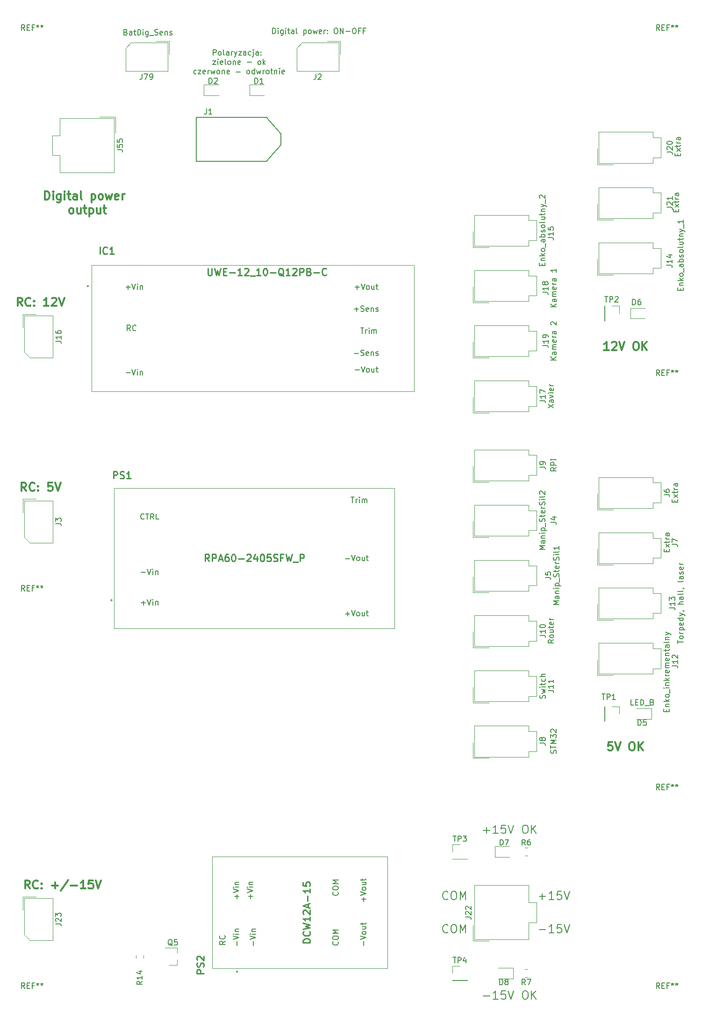
<source format=gbr>
G04 #@! TF.GenerationSoftware,KiCad,Pcbnew,(5.0.2)-1*
G04 #@! TF.CreationDate,2019-05-10T13:14:30+02:00*
G04 #@! TF.ProjectId,logika_main,6c6f6769-6b61-45f6-9d61-696e2e6b6963,rev?*
G04 #@! TF.SameCoordinates,Original*
G04 #@! TF.FileFunction,Legend,Top*
G04 #@! TF.FilePolarity,Positive*
%FSLAX46Y46*%
G04 Gerber Fmt 4.6, Leading zero omitted, Abs format (unit mm)*
G04 Created by KiCad (PCBNEW (5.0.2)-1) date 10.05.2019 13:14:30*
%MOMM*%
%LPD*%
G01*
G04 APERTURE LIST*
%ADD10C,0.200000*%
%ADD11C,0.300000*%
%ADD12C,0.120000*%
%ADD13C,0.100000*%
%ADD14C,0.150000*%
%ADD15C,0.254000*%
G04 APERTURE END LIST*
D10*
X56279714Y-19148380D02*
X56279714Y-18148380D01*
X56660666Y-18148380D01*
X56755904Y-18196000D01*
X56803523Y-18243619D01*
X56851142Y-18338857D01*
X56851142Y-18481714D01*
X56803523Y-18576952D01*
X56755904Y-18624571D01*
X56660666Y-18672190D01*
X56279714Y-18672190D01*
X57422571Y-19148380D02*
X57327333Y-19100761D01*
X57279714Y-19053142D01*
X57232095Y-18957904D01*
X57232095Y-18672190D01*
X57279714Y-18576952D01*
X57327333Y-18529333D01*
X57422571Y-18481714D01*
X57565428Y-18481714D01*
X57660666Y-18529333D01*
X57708285Y-18576952D01*
X57755904Y-18672190D01*
X57755904Y-18957904D01*
X57708285Y-19053142D01*
X57660666Y-19100761D01*
X57565428Y-19148380D01*
X57422571Y-19148380D01*
X58327333Y-19148380D02*
X58232095Y-19100761D01*
X58184476Y-19005523D01*
X58184476Y-18148380D01*
X59136857Y-19148380D02*
X59136857Y-18624571D01*
X59089238Y-18529333D01*
X58994000Y-18481714D01*
X58803523Y-18481714D01*
X58708285Y-18529333D01*
X59136857Y-19100761D02*
X59041619Y-19148380D01*
X58803523Y-19148380D01*
X58708285Y-19100761D01*
X58660666Y-19005523D01*
X58660666Y-18910285D01*
X58708285Y-18815047D01*
X58803523Y-18767428D01*
X59041619Y-18767428D01*
X59136857Y-18719809D01*
X59613047Y-19148380D02*
X59613047Y-18481714D01*
X59613047Y-18672190D02*
X59660666Y-18576952D01*
X59708285Y-18529333D01*
X59803523Y-18481714D01*
X59898761Y-18481714D01*
X60136857Y-18481714D02*
X60374952Y-19148380D01*
X60613047Y-18481714D02*
X60374952Y-19148380D01*
X60279714Y-19386476D01*
X60232095Y-19434095D01*
X60136857Y-19481714D01*
X60898761Y-18481714D02*
X61422571Y-18481714D01*
X60898761Y-19148380D01*
X61422571Y-19148380D01*
X62232095Y-19148380D02*
X62232095Y-18624571D01*
X62184476Y-18529333D01*
X62089238Y-18481714D01*
X61898761Y-18481714D01*
X61803523Y-18529333D01*
X62232095Y-19100761D02*
X62136857Y-19148380D01*
X61898761Y-19148380D01*
X61803523Y-19100761D01*
X61755904Y-19005523D01*
X61755904Y-18910285D01*
X61803523Y-18815047D01*
X61898761Y-18767428D01*
X62136857Y-18767428D01*
X62232095Y-18719809D01*
X63136857Y-19100761D02*
X63041619Y-19148380D01*
X62851142Y-19148380D01*
X62755904Y-19100761D01*
X62708285Y-19053142D01*
X62660666Y-18957904D01*
X62660666Y-18672190D01*
X62708285Y-18576952D01*
X62755904Y-18529333D01*
X62851142Y-18481714D01*
X63041619Y-18481714D01*
X63136857Y-18529333D01*
X63565428Y-18481714D02*
X63565428Y-19338857D01*
X63517809Y-19434095D01*
X63422571Y-19481714D01*
X63374952Y-19481714D01*
X63565428Y-18148380D02*
X63517809Y-18196000D01*
X63565428Y-18243619D01*
X63613047Y-18196000D01*
X63565428Y-18148380D01*
X63565428Y-18243619D01*
X64470190Y-19148380D02*
X64470190Y-18624571D01*
X64422571Y-18529333D01*
X64327333Y-18481714D01*
X64136857Y-18481714D01*
X64041619Y-18529333D01*
X64470190Y-19100761D02*
X64374952Y-19148380D01*
X64136857Y-19148380D01*
X64041619Y-19100761D01*
X63994000Y-19005523D01*
X63994000Y-18910285D01*
X64041619Y-18815047D01*
X64136857Y-18767428D01*
X64374952Y-18767428D01*
X64470190Y-18719809D01*
X64946380Y-19053142D02*
X64994000Y-19100761D01*
X64946380Y-19148380D01*
X64898761Y-19100761D01*
X64946380Y-19053142D01*
X64946380Y-19148380D01*
X64946380Y-18529333D02*
X64994000Y-18576952D01*
X64946380Y-18624571D01*
X64898761Y-18576952D01*
X64946380Y-18529333D01*
X64946380Y-18624571D01*
X56232095Y-20181714D02*
X56755904Y-20181714D01*
X56232095Y-20848380D01*
X56755904Y-20848380D01*
X57136857Y-20848380D02*
X57136857Y-20181714D01*
X57136857Y-19848380D02*
X57089238Y-19896000D01*
X57136857Y-19943619D01*
X57184476Y-19896000D01*
X57136857Y-19848380D01*
X57136857Y-19943619D01*
X57994000Y-20800761D02*
X57898761Y-20848380D01*
X57708285Y-20848380D01*
X57613047Y-20800761D01*
X57565428Y-20705523D01*
X57565428Y-20324571D01*
X57613047Y-20229333D01*
X57708285Y-20181714D01*
X57898761Y-20181714D01*
X57994000Y-20229333D01*
X58041619Y-20324571D01*
X58041619Y-20419809D01*
X57565428Y-20515047D01*
X58613047Y-20848380D02*
X58517809Y-20800761D01*
X58470190Y-20705523D01*
X58470190Y-19848380D01*
X59136857Y-20848380D02*
X59041619Y-20800761D01*
X58994000Y-20753142D01*
X58946380Y-20657904D01*
X58946380Y-20372190D01*
X58994000Y-20276952D01*
X59041619Y-20229333D01*
X59136857Y-20181714D01*
X59279714Y-20181714D01*
X59374952Y-20229333D01*
X59422571Y-20276952D01*
X59470190Y-20372190D01*
X59470190Y-20657904D01*
X59422571Y-20753142D01*
X59374952Y-20800761D01*
X59279714Y-20848380D01*
X59136857Y-20848380D01*
X59898761Y-20181714D02*
X59898761Y-20848380D01*
X59898761Y-20276952D02*
X59946380Y-20229333D01*
X60041619Y-20181714D01*
X60184476Y-20181714D01*
X60279714Y-20229333D01*
X60327333Y-20324571D01*
X60327333Y-20848380D01*
X61184476Y-20800761D02*
X61089238Y-20848380D01*
X60898761Y-20848380D01*
X60803523Y-20800761D01*
X60755904Y-20705523D01*
X60755904Y-20324571D01*
X60803523Y-20229333D01*
X60898761Y-20181714D01*
X61089238Y-20181714D01*
X61184476Y-20229333D01*
X61232095Y-20324571D01*
X61232095Y-20419809D01*
X60755904Y-20515047D01*
X62422571Y-20467428D02*
X63184476Y-20467428D01*
X64565428Y-20848380D02*
X64470190Y-20800761D01*
X64422571Y-20753142D01*
X64374952Y-20657904D01*
X64374952Y-20372190D01*
X64422571Y-20276952D01*
X64470190Y-20229333D01*
X64565428Y-20181714D01*
X64708285Y-20181714D01*
X64803523Y-20229333D01*
X64851142Y-20276952D01*
X64898761Y-20372190D01*
X64898761Y-20657904D01*
X64851142Y-20753142D01*
X64803523Y-20800761D01*
X64708285Y-20848380D01*
X64565428Y-20848380D01*
X65327333Y-20848380D02*
X65327333Y-19848380D01*
X65422571Y-20467428D02*
X65708285Y-20848380D01*
X65708285Y-20181714D02*
X65327333Y-20562666D01*
X53255904Y-22500761D02*
X53160666Y-22548380D01*
X52970190Y-22548380D01*
X52874952Y-22500761D01*
X52827333Y-22453142D01*
X52779714Y-22357904D01*
X52779714Y-22072190D01*
X52827333Y-21976952D01*
X52874952Y-21929333D01*
X52970190Y-21881714D01*
X53160666Y-21881714D01*
X53255904Y-21929333D01*
X53589238Y-21881714D02*
X54113047Y-21881714D01*
X53589238Y-22548380D01*
X54113047Y-22548380D01*
X54874952Y-22500761D02*
X54779714Y-22548380D01*
X54589238Y-22548380D01*
X54494000Y-22500761D01*
X54446380Y-22405523D01*
X54446380Y-22024571D01*
X54494000Y-21929333D01*
X54589238Y-21881714D01*
X54779714Y-21881714D01*
X54874952Y-21929333D01*
X54922571Y-22024571D01*
X54922571Y-22119809D01*
X54446380Y-22215047D01*
X55351142Y-22548380D02*
X55351142Y-21881714D01*
X55351142Y-22072190D02*
X55398761Y-21976952D01*
X55446380Y-21929333D01*
X55541619Y-21881714D01*
X55636857Y-21881714D01*
X55874952Y-21881714D02*
X56065428Y-22548380D01*
X56255904Y-22072190D01*
X56446380Y-22548380D01*
X56636857Y-21881714D01*
X57160666Y-22548380D02*
X57065428Y-22500761D01*
X57017809Y-22453142D01*
X56970190Y-22357904D01*
X56970190Y-22072190D01*
X57017809Y-21976952D01*
X57065428Y-21929333D01*
X57160666Y-21881714D01*
X57303523Y-21881714D01*
X57398761Y-21929333D01*
X57446380Y-21976952D01*
X57494000Y-22072190D01*
X57494000Y-22357904D01*
X57446380Y-22453142D01*
X57398761Y-22500761D01*
X57303523Y-22548380D01*
X57160666Y-22548380D01*
X57922571Y-21881714D02*
X57922571Y-22548380D01*
X57922571Y-21976952D02*
X57970190Y-21929333D01*
X58065428Y-21881714D01*
X58208285Y-21881714D01*
X58303523Y-21929333D01*
X58351142Y-22024571D01*
X58351142Y-22548380D01*
X59208285Y-22500761D02*
X59113047Y-22548380D01*
X58922571Y-22548380D01*
X58827333Y-22500761D01*
X58779714Y-22405523D01*
X58779714Y-22024571D01*
X58827333Y-21929333D01*
X58922571Y-21881714D01*
X59113047Y-21881714D01*
X59208285Y-21929333D01*
X59255904Y-22024571D01*
X59255904Y-22119809D01*
X58779714Y-22215047D01*
X60446380Y-22167428D02*
X61208285Y-22167428D01*
X62589238Y-22548380D02*
X62494000Y-22500761D01*
X62446380Y-22453142D01*
X62398761Y-22357904D01*
X62398761Y-22072190D01*
X62446380Y-21976952D01*
X62494000Y-21929333D01*
X62589238Y-21881714D01*
X62732095Y-21881714D01*
X62827333Y-21929333D01*
X62874952Y-21976952D01*
X62922571Y-22072190D01*
X62922571Y-22357904D01*
X62874952Y-22453142D01*
X62827333Y-22500761D01*
X62732095Y-22548380D01*
X62589238Y-22548380D01*
X63779714Y-22548380D02*
X63779714Y-21548380D01*
X63779714Y-22500761D02*
X63684476Y-22548380D01*
X63494000Y-22548380D01*
X63398761Y-22500761D01*
X63351142Y-22453142D01*
X63303523Y-22357904D01*
X63303523Y-22072190D01*
X63351142Y-21976952D01*
X63398761Y-21929333D01*
X63494000Y-21881714D01*
X63684476Y-21881714D01*
X63779714Y-21929333D01*
X64160666Y-21881714D02*
X64351142Y-22548380D01*
X64541619Y-22072190D01*
X64732095Y-22548380D01*
X64922571Y-21881714D01*
X65303523Y-22548380D02*
X65303523Y-21881714D01*
X65303523Y-22072190D02*
X65351142Y-21976952D01*
X65398761Y-21929333D01*
X65494000Y-21881714D01*
X65589238Y-21881714D01*
X66065428Y-22548380D02*
X65970190Y-22500761D01*
X65922571Y-22453142D01*
X65874952Y-22357904D01*
X65874952Y-22072190D01*
X65922571Y-21976952D01*
X65970190Y-21929333D01*
X66065428Y-21881714D01*
X66208285Y-21881714D01*
X66303523Y-21929333D01*
X66351142Y-21976952D01*
X66398761Y-22072190D01*
X66398761Y-22357904D01*
X66351142Y-22453142D01*
X66303523Y-22500761D01*
X66208285Y-22548380D01*
X66065428Y-22548380D01*
X66684476Y-21881714D02*
X67065428Y-21881714D01*
X66827333Y-21548380D02*
X66827333Y-22405523D01*
X66874952Y-22500761D01*
X66970190Y-22548380D01*
X67065428Y-22548380D01*
X67398761Y-21881714D02*
X67398761Y-22548380D01*
X67398761Y-21976952D02*
X67446380Y-21929333D01*
X67541619Y-21881714D01*
X67684476Y-21881714D01*
X67779714Y-21929333D01*
X67827333Y-22024571D01*
X67827333Y-22548380D01*
X68303523Y-22548380D02*
X68303523Y-21881714D01*
X68303523Y-21548380D02*
X68255904Y-21596000D01*
X68303523Y-21643619D01*
X68351142Y-21596000D01*
X68303523Y-21548380D01*
X68303523Y-21643619D01*
X69160666Y-22500761D02*
X69065428Y-22548380D01*
X68874952Y-22548380D01*
X68779714Y-22500761D01*
X68732095Y-22405523D01*
X68732095Y-22024571D01*
X68779714Y-21929333D01*
X68874952Y-21881714D01*
X69065428Y-21881714D01*
X69160666Y-21929333D01*
X69208285Y-22024571D01*
X69208285Y-22119809D01*
X68732095Y-22215047D01*
D11*
X128601142Y-143574571D02*
X127886857Y-143574571D01*
X127815428Y-144288857D01*
X127886857Y-144217428D01*
X128029714Y-144146000D01*
X128386857Y-144146000D01*
X128529714Y-144217428D01*
X128601142Y-144288857D01*
X128672571Y-144431714D01*
X128672571Y-144788857D01*
X128601142Y-144931714D01*
X128529714Y-145003142D01*
X128386857Y-145074571D01*
X128029714Y-145074571D01*
X127886857Y-145003142D01*
X127815428Y-144931714D01*
X129101142Y-143574571D02*
X129601142Y-145074571D01*
X130101142Y-143574571D01*
X132029714Y-143574571D02*
X132315428Y-143574571D01*
X132458285Y-143646000D01*
X132601142Y-143788857D01*
X132672571Y-144074571D01*
X132672571Y-144574571D01*
X132601142Y-144860285D01*
X132458285Y-145003142D01*
X132315428Y-145074571D01*
X132029714Y-145074571D01*
X131886857Y-145003142D01*
X131744000Y-144860285D01*
X131672571Y-144574571D01*
X131672571Y-144074571D01*
X131744000Y-143788857D01*
X131886857Y-143646000D01*
X132029714Y-143574571D01*
X133315428Y-145074571D02*
X133315428Y-143574571D01*
X134172571Y-145074571D02*
X133529714Y-144217428D01*
X134172571Y-143574571D02*
X133315428Y-144431714D01*
X127958285Y-72574571D02*
X127101142Y-72574571D01*
X127529714Y-72574571D02*
X127529714Y-71074571D01*
X127386857Y-71288857D01*
X127244000Y-71431714D01*
X127101142Y-71503142D01*
X128529714Y-71217428D02*
X128601142Y-71146000D01*
X128744000Y-71074571D01*
X129101142Y-71074571D01*
X129244000Y-71146000D01*
X129315428Y-71217428D01*
X129386857Y-71360285D01*
X129386857Y-71503142D01*
X129315428Y-71717428D01*
X128458285Y-72574571D01*
X129386857Y-72574571D01*
X129815428Y-71074571D02*
X130315428Y-72574571D01*
X130815428Y-71074571D01*
X132744000Y-71074571D02*
X133029714Y-71074571D01*
X133172571Y-71146000D01*
X133315428Y-71288857D01*
X133386857Y-71574571D01*
X133386857Y-72074571D01*
X133315428Y-72360285D01*
X133172571Y-72503142D01*
X133029714Y-72574571D01*
X132744000Y-72574571D01*
X132601142Y-72503142D01*
X132458285Y-72360285D01*
X132386857Y-72074571D01*
X132386857Y-71574571D01*
X132458285Y-71288857D01*
X132601142Y-71146000D01*
X132744000Y-71074571D01*
X134029714Y-72574571D02*
X134029714Y-71074571D01*
X134886857Y-72574571D02*
X134244000Y-71717428D01*
X134886857Y-71074571D02*
X134029714Y-71931714D01*
X25815428Y-45299571D02*
X25815428Y-43799571D01*
X26172571Y-43799571D01*
X26386857Y-43871000D01*
X26529714Y-44013857D01*
X26601142Y-44156714D01*
X26672571Y-44442428D01*
X26672571Y-44656714D01*
X26601142Y-44942428D01*
X26529714Y-45085285D01*
X26386857Y-45228142D01*
X26172571Y-45299571D01*
X25815428Y-45299571D01*
X27315428Y-45299571D02*
X27315428Y-44299571D01*
X27315428Y-43799571D02*
X27244000Y-43871000D01*
X27315428Y-43942428D01*
X27386857Y-43871000D01*
X27315428Y-43799571D01*
X27315428Y-43942428D01*
X28672571Y-44299571D02*
X28672571Y-45513857D01*
X28601142Y-45656714D01*
X28529714Y-45728142D01*
X28386857Y-45799571D01*
X28172571Y-45799571D01*
X28029714Y-45728142D01*
X28672571Y-45228142D02*
X28529714Y-45299571D01*
X28244000Y-45299571D01*
X28101142Y-45228142D01*
X28029714Y-45156714D01*
X27958285Y-45013857D01*
X27958285Y-44585285D01*
X28029714Y-44442428D01*
X28101142Y-44371000D01*
X28244000Y-44299571D01*
X28529714Y-44299571D01*
X28672571Y-44371000D01*
X29386857Y-45299571D02*
X29386857Y-44299571D01*
X29386857Y-43799571D02*
X29315428Y-43871000D01*
X29386857Y-43942428D01*
X29458285Y-43871000D01*
X29386857Y-43799571D01*
X29386857Y-43942428D01*
X29886857Y-44299571D02*
X30458285Y-44299571D01*
X30101142Y-43799571D02*
X30101142Y-45085285D01*
X30172571Y-45228142D01*
X30315428Y-45299571D01*
X30458285Y-45299571D01*
X31601142Y-45299571D02*
X31601142Y-44513857D01*
X31529714Y-44371000D01*
X31386857Y-44299571D01*
X31101142Y-44299571D01*
X30958285Y-44371000D01*
X31601142Y-45228142D02*
X31458285Y-45299571D01*
X31101142Y-45299571D01*
X30958285Y-45228142D01*
X30886857Y-45085285D01*
X30886857Y-44942428D01*
X30958285Y-44799571D01*
X31101142Y-44728142D01*
X31458285Y-44728142D01*
X31601142Y-44656714D01*
X32529714Y-45299571D02*
X32386857Y-45228142D01*
X32315428Y-45085285D01*
X32315428Y-43799571D01*
X34244000Y-44299571D02*
X34244000Y-45799571D01*
X34244000Y-44371000D02*
X34386857Y-44299571D01*
X34672571Y-44299571D01*
X34815428Y-44371000D01*
X34886857Y-44442428D01*
X34958285Y-44585285D01*
X34958285Y-45013857D01*
X34886857Y-45156714D01*
X34815428Y-45228142D01*
X34672571Y-45299571D01*
X34386857Y-45299571D01*
X34244000Y-45228142D01*
X35815428Y-45299571D02*
X35672571Y-45228142D01*
X35601142Y-45156714D01*
X35529714Y-45013857D01*
X35529714Y-44585285D01*
X35601142Y-44442428D01*
X35672571Y-44371000D01*
X35815428Y-44299571D01*
X36029714Y-44299571D01*
X36172571Y-44371000D01*
X36244000Y-44442428D01*
X36315428Y-44585285D01*
X36315428Y-45013857D01*
X36244000Y-45156714D01*
X36172571Y-45228142D01*
X36029714Y-45299571D01*
X35815428Y-45299571D01*
X36815428Y-44299571D02*
X37101142Y-45299571D01*
X37386857Y-44585285D01*
X37672571Y-45299571D01*
X37958285Y-44299571D01*
X39101142Y-45228142D02*
X38958285Y-45299571D01*
X38672571Y-45299571D01*
X38529714Y-45228142D01*
X38458285Y-45085285D01*
X38458285Y-44513857D01*
X38529714Y-44371000D01*
X38672571Y-44299571D01*
X38958285Y-44299571D01*
X39101142Y-44371000D01*
X39172571Y-44513857D01*
X39172571Y-44656714D01*
X38458285Y-44799571D01*
X39815428Y-45299571D02*
X39815428Y-44299571D01*
X39815428Y-44585285D02*
X39886857Y-44442428D01*
X39958285Y-44371000D01*
X40101142Y-44299571D01*
X40244000Y-44299571D01*
X30494000Y-47849571D02*
X30351142Y-47778142D01*
X30279714Y-47706714D01*
X30208285Y-47563857D01*
X30208285Y-47135285D01*
X30279714Y-46992428D01*
X30351142Y-46921000D01*
X30494000Y-46849571D01*
X30708285Y-46849571D01*
X30851142Y-46921000D01*
X30922571Y-46992428D01*
X30994000Y-47135285D01*
X30994000Y-47563857D01*
X30922571Y-47706714D01*
X30851142Y-47778142D01*
X30708285Y-47849571D01*
X30494000Y-47849571D01*
X32279714Y-46849571D02*
X32279714Y-47849571D01*
X31636857Y-46849571D02*
X31636857Y-47635285D01*
X31708285Y-47778142D01*
X31851142Y-47849571D01*
X32065428Y-47849571D01*
X32208285Y-47778142D01*
X32279714Y-47706714D01*
X32779714Y-46849571D02*
X33351142Y-46849571D01*
X32994000Y-46349571D02*
X32994000Y-47635285D01*
X33065428Y-47778142D01*
X33208285Y-47849571D01*
X33351142Y-47849571D01*
X33851142Y-46849571D02*
X33851142Y-48349571D01*
X33851142Y-46921000D02*
X33994000Y-46849571D01*
X34279714Y-46849571D01*
X34422571Y-46921000D01*
X34494000Y-46992428D01*
X34565428Y-47135285D01*
X34565428Y-47563857D01*
X34494000Y-47706714D01*
X34422571Y-47778142D01*
X34279714Y-47849571D01*
X33994000Y-47849571D01*
X33851142Y-47778142D01*
X35851142Y-46849571D02*
X35851142Y-47849571D01*
X35208285Y-46849571D02*
X35208285Y-47635285D01*
X35279714Y-47778142D01*
X35422571Y-47849571D01*
X35636857Y-47849571D01*
X35779714Y-47778142D01*
X35851142Y-47706714D01*
X36351142Y-46849571D02*
X36922571Y-46849571D01*
X36565428Y-46349571D02*
X36565428Y-47635285D01*
X36636857Y-47778142D01*
X36779714Y-47849571D01*
X36922571Y-47849571D01*
X21708285Y-64574571D02*
X21208285Y-63860285D01*
X20851142Y-64574571D02*
X20851142Y-63074571D01*
X21422571Y-63074571D01*
X21565428Y-63146000D01*
X21636857Y-63217428D01*
X21708285Y-63360285D01*
X21708285Y-63574571D01*
X21636857Y-63717428D01*
X21565428Y-63788857D01*
X21422571Y-63860285D01*
X20851142Y-63860285D01*
X23208285Y-64431714D02*
X23136857Y-64503142D01*
X22922571Y-64574571D01*
X22779714Y-64574571D01*
X22565428Y-64503142D01*
X22422571Y-64360285D01*
X22351142Y-64217428D01*
X22279714Y-63931714D01*
X22279714Y-63717428D01*
X22351142Y-63431714D01*
X22422571Y-63288857D01*
X22565428Y-63146000D01*
X22779714Y-63074571D01*
X22922571Y-63074571D01*
X23136857Y-63146000D01*
X23208285Y-63217428D01*
X23851142Y-64431714D02*
X23922571Y-64503142D01*
X23851142Y-64574571D01*
X23779714Y-64503142D01*
X23851142Y-64431714D01*
X23851142Y-64574571D01*
X23851142Y-63646000D02*
X23922571Y-63717428D01*
X23851142Y-63788857D01*
X23779714Y-63717428D01*
X23851142Y-63646000D01*
X23851142Y-63788857D01*
X26494000Y-64574571D02*
X25636857Y-64574571D01*
X26065428Y-64574571D02*
X26065428Y-63074571D01*
X25922571Y-63288857D01*
X25779714Y-63431714D01*
X25636857Y-63503142D01*
X27065428Y-63217428D02*
X27136857Y-63146000D01*
X27279714Y-63074571D01*
X27636857Y-63074571D01*
X27779714Y-63146000D01*
X27851142Y-63217428D01*
X27922571Y-63360285D01*
X27922571Y-63503142D01*
X27851142Y-63717428D01*
X26994000Y-64574571D01*
X27922571Y-64574571D01*
X28351142Y-63074571D02*
X28851142Y-64574571D01*
X29351142Y-63074571D01*
X22422571Y-98074571D02*
X21922571Y-97360285D01*
X21565428Y-98074571D02*
X21565428Y-96574571D01*
X22136857Y-96574571D01*
X22279714Y-96646000D01*
X22351142Y-96717428D01*
X22422571Y-96860285D01*
X22422571Y-97074571D01*
X22351142Y-97217428D01*
X22279714Y-97288857D01*
X22136857Y-97360285D01*
X21565428Y-97360285D01*
X23922571Y-97931714D02*
X23851142Y-98003142D01*
X23636857Y-98074571D01*
X23494000Y-98074571D01*
X23279714Y-98003142D01*
X23136857Y-97860285D01*
X23065428Y-97717428D01*
X22994000Y-97431714D01*
X22994000Y-97217428D01*
X23065428Y-96931714D01*
X23136857Y-96788857D01*
X23279714Y-96646000D01*
X23494000Y-96574571D01*
X23636857Y-96574571D01*
X23851142Y-96646000D01*
X23922571Y-96717428D01*
X24565428Y-97931714D02*
X24636857Y-98003142D01*
X24565428Y-98074571D01*
X24494000Y-98003142D01*
X24565428Y-97931714D01*
X24565428Y-98074571D01*
X24565428Y-97146000D02*
X24636857Y-97217428D01*
X24565428Y-97288857D01*
X24494000Y-97217428D01*
X24565428Y-97146000D01*
X24565428Y-97288857D01*
X27136857Y-96574571D02*
X26422571Y-96574571D01*
X26351142Y-97288857D01*
X26422571Y-97217428D01*
X26565428Y-97146000D01*
X26922571Y-97146000D01*
X27065428Y-97217428D01*
X27136857Y-97288857D01*
X27208285Y-97431714D01*
X27208285Y-97788857D01*
X27136857Y-97931714D01*
X27065428Y-98003142D01*
X26922571Y-98074571D01*
X26565428Y-98074571D01*
X26422571Y-98003142D01*
X26351142Y-97931714D01*
X27636857Y-96574571D02*
X28136857Y-98074571D01*
X28636857Y-96574571D01*
X23065428Y-170074571D02*
X22565428Y-169360285D01*
X22208285Y-170074571D02*
X22208285Y-168574571D01*
X22779714Y-168574571D01*
X22922571Y-168646000D01*
X22994000Y-168717428D01*
X23065428Y-168860285D01*
X23065428Y-169074571D01*
X22994000Y-169217428D01*
X22922571Y-169288857D01*
X22779714Y-169360285D01*
X22208285Y-169360285D01*
X24565428Y-169931714D02*
X24494000Y-170003142D01*
X24279714Y-170074571D01*
X24136857Y-170074571D01*
X23922571Y-170003142D01*
X23779714Y-169860285D01*
X23708285Y-169717428D01*
X23636857Y-169431714D01*
X23636857Y-169217428D01*
X23708285Y-168931714D01*
X23779714Y-168788857D01*
X23922571Y-168646000D01*
X24136857Y-168574571D01*
X24279714Y-168574571D01*
X24494000Y-168646000D01*
X24565428Y-168717428D01*
X25208285Y-169931714D02*
X25279714Y-170003142D01*
X25208285Y-170074571D01*
X25136857Y-170003142D01*
X25208285Y-169931714D01*
X25208285Y-170074571D01*
X25208285Y-169146000D02*
X25279714Y-169217428D01*
X25208285Y-169288857D01*
X25136857Y-169217428D01*
X25208285Y-169146000D01*
X25208285Y-169288857D01*
X27065428Y-169503142D02*
X28208285Y-169503142D01*
X27636857Y-170074571D02*
X27636857Y-168931714D01*
X29994000Y-168503142D02*
X28708285Y-170431714D01*
X30494000Y-169503142D02*
X31636857Y-169503142D01*
X33136857Y-170074571D02*
X32279714Y-170074571D01*
X32708285Y-170074571D02*
X32708285Y-168574571D01*
X32565428Y-168788857D01*
X32422571Y-168931714D01*
X32279714Y-169003142D01*
X34494000Y-168574571D02*
X33779714Y-168574571D01*
X33708285Y-169288857D01*
X33779714Y-169217428D01*
X33922571Y-169146000D01*
X34279714Y-169146000D01*
X34422571Y-169217428D01*
X34494000Y-169288857D01*
X34565428Y-169431714D01*
X34565428Y-169788857D01*
X34494000Y-169931714D01*
X34422571Y-170003142D01*
X34279714Y-170074571D01*
X33922571Y-170074571D01*
X33779714Y-170003142D01*
X33708285Y-169931714D01*
X34994000Y-168574571D02*
X35494000Y-170074571D01*
X35994000Y-168574571D01*
D10*
X98815428Y-177931714D02*
X98744000Y-178003142D01*
X98529714Y-178074571D01*
X98386857Y-178074571D01*
X98172571Y-178003142D01*
X98029714Y-177860285D01*
X97958285Y-177717428D01*
X97886857Y-177431714D01*
X97886857Y-177217428D01*
X97958285Y-176931714D01*
X98029714Y-176788857D01*
X98172571Y-176646000D01*
X98386857Y-176574571D01*
X98529714Y-176574571D01*
X98744000Y-176646000D01*
X98815428Y-176717428D01*
X99744000Y-176574571D02*
X100029714Y-176574571D01*
X100172571Y-176646000D01*
X100315428Y-176788857D01*
X100386857Y-177074571D01*
X100386857Y-177574571D01*
X100315428Y-177860285D01*
X100172571Y-178003142D01*
X100029714Y-178074571D01*
X99744000Y-178074571D01*
X99601142Y-178003142D01*
X99458285Y-177860285D01*
X99386857Y-177574571D01*
X99386857Y-177074571D01*
X99458285Y-176788857D01*
X99601142Y-176646000D01*
X99744000Y-176574571D01*
X101029714Y-178074571D02*
X101029714Y-176574571D01*
X101529714Y-177646000D01*
X102029714Y-176574571D01*
X102029714Y-178074571D01*
X98815428Y-171931714D02*
X98744000Y-172003142D01*
X98529714Y-172074571D01*
X98386857Y-172074571D01*
X98172571Y-172003142D01*
X98029714Y-171860285D01*
X97958285Y-171717428D01*
X97886857Y-171431714D01*
X97886857Y-171217428D01*
X97958285Y-170931714D01*
X98029714Y-170788857D01*
X98172571Y-170646000D01*
X98386857Y-170574571D01*
X98529714Y-170574571D01*
X98744000Y-170646000D01*
X98815428Y-170717428D01*
X99744000Y-170574571D02*
X100029714Y-170574571D01*
X100172571Y-170646000D01*
X100315428Y-170788857D01*
X100386857Y-171074571D01*
X100386857Y-171574571D01*
X100315428Y-171860285D01*
X100172571Y-172003142D01*
X100029714Y-172074571D01*
X99744000Y-172074571D01*
X99601142Y-172003142D01*
X99458285Y-171860285D01*
X99386857Y-171574571D01*
X99386857Y-171074571D01*
X99458285Y-170788857D01*
X99601142Y-170646000D01*
X99744000Y-170574571D01*
X101029714Y-172074571D02*
X101029714Y-170574571D01*
X101529714Y-171646000D01*
X102029714Y-170574571D01*
X102029714Y-172074571D01*
X115351142Y-177503142D02*
X116494000Y-177503142D01*
X117994000Y-178074571D02*
X117136857Y-178074571D01*
X117565428Y-178074571D02*
X117565428Y-176574571D01*
X117422571Y-176788857D01*
X117279714Y-176931714D01*
X117136857Y-177003142D01*
X119351142Y-176574571D02*
X118636857Y-176574571D01*
X118565428Y-177288857D01*
X118636857Y-177217428D01*
X118779714Y-177146000D01*
X119136857Y-177146000D01*
X119279714Y-177217428D01*
X119351142Y-177288857D01*
X119422571Y-177431714D01*
X119422571Y-177788857D01*
X119351142Y-177931714D01*
X119279714Y-178003142D01*
X119136857Y-178074571D01*
X118779714Y-178074571D01*
X118636857Y-178003142D01*
X118565428Y-177931714D01*
X119851142Y-176574571D02*
X120351142Y-178074571D01*
X120851142Y-176574571D01*
X115351142Y-171503142D02*
X116494000Y-171503142D01*
X115922571Y-172074571D02*
X115922571Y-170931714D01*
X117994000Y-172074571D02*
X117136857Y-172074571D01*
X117565428Y-172074571D02*
X117565428Y-170574571D01*
X117422571Y-170788857D01*
X117279714Y-170931714D01*
X117136857Y-171003142D01*
X119351142Y-170574571D02*
X118636857Y-170574571D01*
X118565428Y-171288857D01*
X118636857Y-171217428D01*
X118779714Y-171146000D01*
X119136857Y-171146000D01*
X119279714Y-171217428D01*
X119351142Y-171288857D01*
X119422571Y-171431714D01*
X119422571Y-171788857D01*
X119351142Y-171931714D01*
X119279714Y-172003142D01*
X119136857Y-172074571D01*
X118779714Y-172074571D01*
X118636857Y-172003142D01*
X118565428Y-171931714D01*
X119851142Y-170574571D02*
X120351142Y-172074571D01*
X120851142Y-170574571D01*
X105244000Y-189503142D02*
X106386857Y-189503142D01*
X107886857Y-190074571D02*
X107029714Y-190074571D01*
X107458285Y-190074571D02*
X107458285Y-188574571D01*
X107315428Y-188788857D01*
X107172571Y-188931714D01*
X107029714Y-189003142D01*
X109244000Y-188574571D02*
X108529714Y-188574571D01*
X108458285Y-189288857D01*
X108529714Y-189217428D01*
X108672571Y-189146000D01*
X109029714Y-189146000D01*
X109172571Y-189217428D01*
X109244000Y-189288857D01*
X109315428Y-189431714D01*
X109315428Y-189788857D01*
X109244000Y-189931714D01*
X109172571Y-190003142D01*
X109029714Y-190074571D01*
X108672571Y-190074571D01*
X108529714Y-190003142D01*
X108458285Y-189931714D01*
X109744000Y-188574571D02*
X110244000Y-190074571D01*
X110744000Y-188574571D01*
X112672571Y-188574571D02*
X112958285Y-188574571D01*
X113101142Y-188646000D01*
X113244000Y-188788857D01*
X113315428Y-189074571D01*
X113315428Y-189574571D01*
X113244000Y-189860285D01*
X113101142Y-190003142D01*
X112958285Y-190074571D01*
X112672571Y-190074571D01*
X112529714Y-190003142D01*
X112386857Y-189860285D01*
X112315428Y-189574571D01*
X112315428Y-189074571D01*
X112386857Y-188788857D01*
X112529714Y-188646000D01*
X112672571Y-188574571D01*
X113958285Y-190074571D02*
X113958285Y-188574571D01*
X114815428Y-190074571D02*
X114172571Y-189217428D01*
X114815428Y-188574571D02*
X113958285Y-189431714D01*
X105244000Y-159503142D02*
X106386857Y-159503142D01*
X105815428Y-160074571D02*
X105815428Y-158931714D01*
X107886857Y-160074571D02*
X107029714Y-160074571D01*
X107458285Y-160074571D02*
X107458285Y-158574571D01*
X107315428Y-158788857D01*
X107172571Y-158931714D01*
X107029714Y-159003142D01*
X109244000Y-158574571D02*
X108529714Y-158574571D01*
X108458285Y-159288857D01*
X108529714Y-159217428D01*
X108672571Y-159146000D01*
X109029714Y-159146000D01*
X109172571Y-159217428D01*
X109244000Y-159288857D01*
X109315428Y-159431714D01*
X109315428Y-159788857D01*
X109244000Y-159931714D01*
X109172571Y-160003142D01*
X109029714Y-160074571D01*
X108672571Y-160074571D01*
X108529714Y-160003142D01*
X108458285Y-159931714D01*
X109744000Y-158574571D02*
X110244000Y-160074571D01*
X110744000Y-158574571D01*
X112672571Y-158574571D02*
X112958285Y-158574571D01*
X113101142Y-158646000D01*
X113244000Y-158788857D01*
X113315428Y-159074571D01*
X113315428Y-159574571D01*
X113244000Y-159860285D01*
X113101142Y-160003142D01*
X112958285Y-160074571D01*
X112672571Y-160074571D01*
X112529714Y-160003142D01*
X112386857Y-159860285D01*
X112315428Y-159574571D01*
X112315428Y-159074571D01*
X112386857Y-158788857D01*
X112529714Y-158646000D01*
X112672571Y-158574571D01*
X113958285Y-160074571D02*
X113958285Y-158574571D01*
X114815428Y-160074571D02*
X114172571Y-159217428D01*
X114815428Y-158574571D02*
X113958285Y-159431714D01*
D12*
G04 #@! TO.C,TP2*
X129824000Y-64566000D02*
X129824000Y-65896000D01*
X128494000Y-64566000D02*
X129824000Y-64566000D01*
X127224000Y-64566000D02*
X127224000Y-67226000D01*
X127224000Y-67226000D02*
X127164000Y-67226000D01*
X127224000Y-64566000D02*
X127164000Y-64566000D01*
X127164000Y-64566000D02*
X127164000Y-67226000D01*
D13*
G04 #@! TO.C,PS2*
X56094000Y-184546000D02*
X56094000Y-164246000D01*
X56094000Y-164246000D02*
X87894000Y-164246000D01*
X87894000Y-164246000D02*
X87894000Y-184546000D01*
X87894000Y-184546000D02*
X56094000Y-184546000D01*
D10*
X60494000Y-185096000D02*
X60494000Y-185096000D01*
X60694000Y-185096000D02*
X60694000Y-185096000D01*
X60694000Y-185096000D02*
G75*
G03X60494000Y-185096000I-100000J0D01*
G01*
X60494000Y-185096000D02*
G75*
G03X60694000Y-185096000I100000J0D01*
G01*
D13*
G04 #@! TO.C,IC1*
X34294000Y-57166000D02*
X92694000Y-57166000D01*
X92694000Y-57166000D02*
X92694000Y-80026000D01*
X92694000Y-80026000D02*
X34294000Y-80026000D01*
X34294000Y-80026000D02*
X34294000Y-57166000D01*
D10*
X33594000Y-60896000D02*
X33594000Y-60896000D01*
X33594000Y-61096000D02*
X33594000Y-61096000D01*
X33594000Y-61096000D02*
G75*
G03X33594000Y-60896000I0J100000D01*
G01*
X33594000Y-60896000D02*
G75*
G03X33594000Y-61096000I0J-100000D01*
G01*
D12*
G04 #@! TO.C,D6*
X134534000Y-64936000D02*
X131849000Y-64936000D01*
X131849000Y-64936000D02*
X131849000Y-66856000D01*
X131849000Y-66856000D02*
X134534000Y-66856000D01*
G04 #@! TO.C,J15*
X103634000Y-50896000D02*
X103634000Y-53706000D01*
X103634000Y-53706000D02*
X113454000Y-53706000D01*
X113454000Y-53706000D02*
X113454000Y-52706000D01*
X113454000Y-52706000D02*
X114854000Y-52706000D01*
X114854000Y-52706000D02*
X114854000Y-50896000D01*
X103634000Y-50896000D02*
X103634000Y-48086000D01*
X103634000Y-48086000D02*
X113454000Y-48086000D01*
X113454000Y-48086000D02*
X113454000Y-49086000D01*
X113454000Y-49086000D02*
X114854000Y-49086000D01*
X114854000Y-49086000D02*
X114854000Y-50896000D01*
X103394000Y-51096000D02*
X103394000Y-53946000D01*
X103394000Y-53946000D02*
X106244000Y-53946000D01*
G04 #@! TO.C,J20*
X126134000Y-35896000D02*
X126134000Y-38706000D01*
X126134000Y-38706000D02*
X135954000Y-38706000D01*
X135954000Y-38706000D02*
X135954000Y-37706000D01*
X135954000Y-37706000D02*
X137354000Y-37706000D01*
X137354000Y-37706000D02*
X137354000Y-35896000D01*
X126134000Y-35896000D02*
X126134000Y-33086000D01*
X126134000Y-33086000D02*
X135954000Y-33086000D01*
X135954000Y-33086000D02*
X135954000Y-34086000D01*
X135954000Y-34086000D02*
X137354000Y-34086000D01*
X137354000Y-34086000D02*
X137354000Y-35896000D01*
X125894000Y-36096000D02*
X125894000Y-38946000D01*
X125894000Y-38946000D02*
X128744000Y-38946000D01*
G04 #@! TO.C,J18*
X103634000Y-60896000D02*
X103634000Y-63706000D01*
X103634000Y-63706000D02*
X113454000Y-63706000D01*
X113454000Y-63706000D02*
X113454000Y-62706000D01*
X113454000Y-62706000D02*
X114854000Y-62706000D01*
X114854000Y-62706000D02*
X114854000Y-60896000D01*
X103634000Y-60896000D02*
X103634000Y-58086000D01*
X103634000Y-58086000D02*
X113454000Y-58086000D01*
X113454000Y-58086000D02*
X113454000Y-59086000D01*
X113454000Y-59086000D02*
X114854000Y-59086000D01*
X114854000Y-59086000D02*
X114854000Y-60896000D01*
X103394000Y-61096000D02*
X103394000Y-63946000D01*
X103394000Y-63946000D02*
X106244000Y-63946000D01*
G04 #@! TO.C,J17*
X103394000Y-83946000D02*
X106244000Y-83946000D01*
X103394000Y-81096000D02*
X103394000Y-83946000D01*
X114854000Y-79086000D02*
X114854000Y-80896000D01*
X113454000Y-79086000D02*
X114854000Y-79086000D01*
X113454000Y-78086000D02*
X113454000Y-79086000D01*
X103634000Y-78086000D02*
X113454000Y-78086000D01*
X103634000Y-80896000D02*
X103634000Y-78086000D01*
X114854000Y-82706000D02*
X114854000Y-80896000D01*
X113454000Y-82706000D02*
X114854000Y-82706000D01*
X113454000Y-83706000D02*
X113454000Y-82706000D01*
X103634000Y-83706000D02*
X113454000Y-83706000D01*
X103634000Y-80896000D02*
X103634000Y-83706000D01*
G04 #@! TO.C,J21*
X125894000Y-48946000D02*
X128744000Y-48946000D01*
X125894000Y-46096000D02*
X125894000Y-48946000D01*
X137354000Y-44086000D02*
X137354000Y-45896000D01*
X135954000Y-44086000D02*
X137354000Y-44086000D01*
X135954000Y-43086000D02*
X135954000Y-44086000D01*
X126134000Y-43086000D02*
X135954000Y-43086000D01*
X126134000Y-45896000D02*
X126134000Y-43086000D01*
X137354000Y-47706000D02*
X137354000Y-45896000D01*
X135954000Y-47706000D02*
X137354000Y-47706000D01*
X135954000Y-48706000D02*
X135954000Y-47706000D01*
X126134000Y-48706000D02*
X135954000Y-48706000D01*
X126134000Y-45896000D02*
X126134000Y-48706000D01*
G04 #@! TO.C,J14*
X125894000Y-58946000D02*
X128744000Y-58946000D01*
X125894000Y-56096000D02*
X125894000Y-58946000D01*
X137354000Y-54086000D02*
X137354000Y-55896000D01*
X135954000Y-54086000D02*
X137354000Y-54086000D01*
X135954000Y-53086000D02*
X135954000Y-54086000D01*
X126134000Y-53086000D02*
X135954000Y-53086000D01*
X126134000Y-55896000D02*
X126134000Y-53086000D01*
X137354000Y-57706000D02*
X137354000Y-55896000D01*
X135954000Y-57706000D02*
X137354000Y-57706000D01*
X135954000Y-58706000D02*
X135954000Y-57706000D01*
X126134000Y-58706000D02*
X135954000Y-58706000D01*
X126134000Y-55896000D02*
X126134000Y-58706000D01*
G04 #@! TO.C,J19*
X103394000Y-73946000D02*
X106244000Y-73946000D01*
X103394000Y-71096000D02*
X103394000Y-73946000D01*
X114854000Y-69086000D02*
X114854000Y-70896000D01*
X113454000Y-69086000D02*
X114854000Y-69086000D01*
X113454000Y-68086000D02*
X113454000Y-69086000D01*
X103634000Y-68086000D02*
X113454000Y-68086000D01*
X103634000Y-70896000D02*
X103634000Y-68086000D01*
X114854000Y-72706000D02*
X114854000Y-70896000D01*
X113454000Y-72706000D02*
X114854000Y-72706000D01*
X113454000Y-73706000D02*
X113454000Y-72706000D01*
X103634000Y-73706000D02*
X113454000Y-73706000D01*
X103634000Y-70896000D02*
X103634000Y-73706000D01*
G04 #@! TO.C,J16*
X21784000Y-66036000D02*
X21784000Y-68446000D01*
X24194000Y-66036000D02*
X21784000Y-66036000D01*
X27204000Y-73956000D02*
X27204000Y-66336000D01*
X23084000Y-73956000D02*
X27204000Y-73956000D01*
X22084000Y-72956000D02*
X23084000Y-73956000D01*
X22084000Y-66336000D02*
X22084000Y-72956000D01*
X27204000Y-66336000D02*
X22084000Y-66336000D01*
D10*
G04 #@! TO.C,PS1*
X37854000Y-117736000D02*
G75*
G03X37854000Y-117936000I0J-100000D01*
G01*
X37854000Y-117936000D02*
G75*
G03X37854000Y-117736000I0J100000D01*
G01*
X37854000Y-117936000D02*
X37854000Y-117936000D01*
X37854000Y-117736000D02*
X37854000Y-117736000D01*
D13*
X38354000Y-122936000D02*
X38354000Y-97536000D01*
X89154000Y-122936000D02*
X38354000Y-122936000D01*
X89154000Y-97536000D02*
X89154000Y-122936000D01*
X38354000Y-97536000D02*
X89154000Y-97536000D01*
D12*
G04 #@! TO.C,D1*
X65546500Y-24536000D02*
X62861500Y-24536000D01*
X62861500Y-24536000D02*
X62861500Y-26456000D01*
X62861500Y-26456000D02*
X65546500Y-26456000D01*
G04 #@! TO.C,D2*
X54576500Y-26456000D02*
X57261500Y-26456000D01*
X54576500Y-24536000D02*
X54576500Y-26456000D01*
X57261500Y-24536000D02*
X54576500Y-24536000D01*
G04 #@! TO.C,D5*
X132994000Y-139356000D02*
X135679000Y-139356000D01*
X135679000Y-139356000D02*
X135679000Y-137436000D01*
X135679000Y-137436000D02*
X132994000Y-137436000D01*
G04 #@! TO.C,D7*
X109994000Y-162436000D02*
X107309000Y-162436000D01*
X107309000Y-162436000D02*
X107309000Y-164356000D01*
X107309000Y-164356000D02*
X109994000Y-164356000D01*
G04 #@! TO.C,D8*
X107931500Y-186356000D02*
X110616500Y-186356000D01*
X110616500Y-186356000D02*
X110616500Y-184436000D01*
X110616500Y-184436000D02*
X107931500Y-184436000D01*
D14*
G04 #@! TO.C,J1*
X53244000Y-30446000D02*
X53244000Y-38346000D01*
X68544000Y-35396000D02*
X68544000Y-33396000D01*
X53244000Y-30446000D02*
X65974000Y-30446000D01*
X53244000Y-38346000D02*
X65974000Y-38346000D01*
X65974000Y-30446000D02*
X68544000Y-33396000D01*
X65974000Y-38346000D02*
X68544000Y-35396000D01*
D12*
G04 #@! TO.C,J2*
X79314000Y-16586000D02*
X76904000Y-16586000D01*
X79314000Y-18996000D02*
X79314000Y-16586000D01*
X71394000Y-22006000D02*
X79014000Y-22006000D01*
X71394000Y-17886000D02*
X71394000Y-22006000D01*
X72394000Y-16886000D02*
X71394000Y-17886000D01*
X79014000Y-16886000D02*
X72394000Y-16886000D01*
X79014000Y-22006000D02*
X79014000Y-16886000D01*
G04 #@! TO.C,J22*
X103634000Y-174396000D02*
X103634000Y-179306000D01*
X103634000Y-179306000D02*
X113454000Y-179306000D01*
X113454000Y-179306000D02*
X113454000Y-176206000D01*
X113454000Y-176206000D02*
X114854000Y-176206000D01*
X114854000Y-176206000D02*
X114854000Y-174396000D01*
X103634000Y-174396000D02*
X103634000Y-169486000D01*
X103634000Y-169486000D02*
X113454000Y-169486000D01*
X113454000Y-169486000D02*
X113454000Y-172586000D01*
X113454000Y-172586000D02*
X114854000Y-172586000D01*
X114854000Y-172586000D02*
X114854000Y-174396000D01*
X103394000Y-176696000D02*
X103394000Y-179546000D01*
X103394000Y-179546000D02*
X106244000Y-179546000D01*
G04 #@! TO.C,J55*
X38594000Y-30346000D02*
X35744000Y-30346000D01*
X38594000Y-33196000D02*
X38594000Y-30346000D01*
X27134000Y-37306000D02*
X27134000Y-35496000D01*
X28534000Y-37306000D02*
X27134000Y-37306000D01*
X28534000Y-40406000D02*
X28534000Y-37306000D01*
X38354000Y-40406000D02*
X28534000Y-40406000D01*
X38354000Y-35496000D02*
X38354000Y-40406000D01*
X27134000Y-33686000D02*
X27134000Y-35496000D01*
X28534000Y-33686000D02*
X27134000Y-33686000D01*
X28534000Y-30586000D02*
X28534000Y-33686000D01*
X38354000Y-30586000D02*
X28534000Y-30586000D01*
X38354000Y-35496000D02*
X38354000Y-30586000D01*
G04 #@! TO.C,Q5*
X49754000Y-183926000D02*
X48294000Y-183926000D01*
X49754000Y-180766000D02*
X47594000Y-180766000D01*
X49754000Y-180766000D02*
X49754000Y-181696000D01*
X49754000Y-183926000D02*
X49754000Y-182996000D01*
G04 #@! TO.C,R6*
X112735422Y-164106000D02*
X113252578Y-164106000D01*
X112735422Y-162686000D02*
X113252578Y-162686000D01*
G04 #@! TO.C,R7*
X113252578Y-186106000D02*
X112735422Y-186106000D01*
X113252578Y-184686000D02*
X112735422Y-184686000D01*
G04 #@! TO.C,TP1*
X127164000Y-137066000D02*
X127164000Y-139726000D01*
X127224000Y-137066000D02*
X127164000Y-137066000D01*
X127224000Y-139726000D02*
X127164000Y-139726000D01*
X127224000Y-137066000D02*
X127224000Y-139726000D01*
X128494000Y-137066000D02*
X129824000Y-137066000D01*
X129824000Y-137066000D02*
X129824000Y-138396000D01*
G04 #@! TO.C,TP3*
X99664000Y-164726000D02*
X102324000Y-164726000D01*
X99664000Y-164666000D02*
X99664000Y-164726000D01*
X102324000Y-164666000D02*
X102324000Y-164726000D01*
X99664000Y-164666000D02*
X102324000Y-164666000D01*
X99664000Y-163396000D02*
X99664000Y-162066000D01*
X99664000Y-162066000D02*
X100994000Y-162066000D01*
G04 #@! TO.C,TP4*
X99664000Y-184066000D02*
X100994000Y-184066000D01*
X99664000Y-185396000D02*
X99664000Y-184066000D01*
X99664000Y-186666000D02*
X102324000Y-186666000D01*
X102324000Y-186666000D02*
X102324000Y-186726000D01*
X99664000Y-186666000D02*
X99664000Y-186726000D01*
X99664000Y-186726000D02*
X102324000Y-186726000D01*
G04 #@! TO.C,J3*
X21784000Y-99536000D02*
X21784000Y-101946000D01*
X24194000Y-99536000D02*
X21784000Y-99536000D01*
X27204000Y-107456000D02*
X27204000Y-99836000D01*
X23084000Y-107456000D02*
X27204000Y-107456000D01*
X22084000Y-106456000D02*
X23084000Y-107456000D01*
X22084000Y-99836000D02*
X22084000Y-106456000D01*
X27204000Y-99836000D02*
X22084000Y-99836000D01*
G04 #@! TO.C,J23*
X21784000Y-171536000D02*
X21784000Y-173946000D01*
X24194000Y-171536000D02*
X21784000Y-171536000D01*
X27204000Y-179456000D02*
X27204000Y-171836000D01*
X23084000Y-179456000D02*
X27204000Y-179456000D01*
X22084000Y-178456000D02*
X23084000Y-179456000D01*
X22084000Y-171836000D02*
X22084000Y-178456000D01*
X27204000Y-171836000D02*
X22084000Y-171836000D01*
G04 #@! TO.C,R14*
X42284000Y-182654578D02*
X42284000Y-182137422D01*
X43704000Y-182654578D02*
X43704000Y-182137422D01*
G04 #@! TO.C,J4*
X103634000Y-103396000D02*
X103634000Y-106206000D01*
X103634000Y-106206000D02*
X113454000Y-106206000D01*
X113454000Y-106206000D02*
X113454000Y-105206000D01*
X113454000Y-105206000D02*
X114854000Y-105206000D01*
X114854000Y-105206000D02*
X114854000Y-103396000D01*
X103634000Y-103396000D02*
X103634000Y-100586000D01*
X103634000Y-100586000D02*
X113454000Y-100586000D01*
X113454000Y-100586000D02*
X113454000Y-101586000D01*
X113454000Y-101586000D02*
X114854000Y-101586000D01*
X114854000Y-101586000D02*
X114854000Y-103396000D01*
X103394000Y-103596000D02*
X103394000Y-106446000D01*
X103394000Y-106446000D02*
X106244000Y-106446000D01*
G04 #@! TO.C,J5*
X103394000Y-116446000D02*
X106244000Y-116446000D01*
X103394000Y-113596000D02*
X103394000Y-116446000D01*
X114854000Y-111586000D02*
X114854000Y-113396000D01*
X113454000Y-111586000D02*
X114854000Y-111586000D01*
X113454000Y-110586000D02*
X113454000Y-111586000D01*
X103634000Y-110586000D02*
X113454000Y-110586000D01*
X103634000Y-113396000D02*
X103634000Y-110586000D01*
X114854000Y-115206000D02*
X114854000Y-113396000D01*
X113454000Y-115206000D02*
X114854000Y-115206000D01*
X113454000Y-116206000D02*
X113454000Y-115206000D01*
X103634000Y-116206000D02*
X113454000Y-116206000D01*
X103634000Y-113396000D02*
X103634000Y-116206000D01*
G04 #@! TO.C,J6*
X126134000Y-98396000D02*
X126134000Y-101206000D01*
X126134000Y-101206000D02*
X135954000Y-101206000D01*
X135954000Y-101206000D02*
X135954000Y-100206000D01*
X135954000Y-100206000D02*
X137354000Y-100206000D01*
X137354000Y-100206000D02*
X137354000Y-98396000D01*
X126134000Y-98396000D02*
X126134000Y-95586000D01*
X126134000Y-95586000D02*
X135954000Y-95586000D01*
X135954000Y-95586000D02*
X135954000Y-96586000D01*
X135954000Y-96586000D02*
X137354000Y-96586000D01*
X137354000Y-96586000D02*
X137354000Y-98396000D01*
X125894000Y-98596000D02*
X125894000Y-101446000D01*
X125894000Y-101446000D02*
X128744000Y-101446000D01*
G04 #@! TO.C,J7*
X126134000Y-108396000D02*
X126134000Y-111206000D01*
X126134000Y-111206000D02*
X135954000Y-111206000D01*
X135954000Y-111206000D02*
X135954000Y-110206000D01*
X135954000Y-110206000D02*
X137354000Y-110206000D01*
X137354000Y-110206000D02*
X137354000Y-108396000D01*
X126134000Y-108396000D02*
X126134000Y-105586000D01*
X126134000Y-105586000D02*
X135954000Y-105586000D01*
X135954000Y-105586000D02*
X135954000Y-106586000D01*
X135954000Y-106586000D02*
X137354000Y-106586000D01*
X137354000Y-106586000D02*
X137354000Y-108396000D01*
X125894000Y-108596000D02*
X125894000Y-111446000D01*
X125894000Y-111446000D02*
X128744000Y-111446000D01*
G04 #@! TO.C,J8*
X103394000Y-146446000D02*
X106244000Y-146446000D01*
X103394000Y-143596000D02*
X103394000Y-146446000D01*
X114854000Y-141586000D02*
X114854000Y-143396000D01*
X113454000Y-141586000D02*
X114854000Y-141586000D01*
X113454000Y-140586000D02*
X113454000Y-141586000D01*
X103634000Y-140586000D02*
X113454000Y-140586000D01*
X103634000Y-143396000D02*
X103634000Y-140586000D01*
X114854000Y-145206000D02*
X114854000Y-143396000D01*
X113454000Y-145206000D02*
X114854000Y-145206000D01*
X113454000Y-146206000D02*
X113454000Y-145206000D01*
X103634000Y-146206000D02*
X113454000Y-146206000D01*
X103634000Y-143396000D02*
X103634000Y-146206000D01*
G04 #@! TO.C,J9*
X103394000Y-96446000D02*
X106244000Y-96446000D01*
X103394000Y-93596000D02*
X103394000Y-96446000D01*
X114854000Y-91586000D02*
X114854000Y-93396000D01*
X113454000Y-91586000D02*
X114854000Y-91586000D01*
X113454000Y-90586000D02*
X113454000Y-91586000D01*
X103634000Y-90586000D02*
X113454000Y-90586000D01*
X103634000Y-93396000D02*
X103634000Y-90586000D01*
X114854000Y-95206000D02*
X114854000Y-93396000D01*
X113454000Y-95206000D02*
X114854000Y-95206000D01*
X113454000Y-96206000D02*
X113454000Y-95206000D01*
X103634000Y-96206000D02*
X113454000Y-96206000D01*
X103634000Y-93396000D02*
X103634000Y-96206000D01*
G04 #@! TO.C,J10*
X103634000Y-123396000D02*
X103634000Y-126206000D01*
X103634000Y-126206000D02*
X113454000Y-126206000D01*
X113454000Y-126206000D02*
X113454000Y-125206000D01*
X113454000Y-125206000D02*
X114854000Y-125206000D01*
X114854000Y-125206000D02*
X114854000Y-123396000D01*
X103634000Y-123396000D02*
X103634000Y-120586000D01*
X103634000Y-120586000D02*
X113454000Y-120586000D01*
X113454000Y-120586000D02*
X113454000Y-121586000D01*
X113454000Y-121586000D02*
X114854000Y-121586000D01*
X114854000Y-121586000D02*
X114854000Y-123396000D01*
X103394000Y-123596000D02*
X103394000Y-126446000D01*
X103394000Y-126446000D02*
X106244000Y-126446000D01*
G04 #@! TO.C,J11*
X103394000Y-136446000D02*
X106244000Y-136446000D01*
X103394000Y-133596000D02*
X103394000Y-136446000D01*
X114854000Y-131586000D02*
X114854000Y-133396000D01*
X113454000Y-131586000D02*
X114854000Y-131586000D01*
X113454000Y-130586000D02*
X113454000Y-131586000D01*
X103634000Y-130586000D02*
X113454000Y-130586000D01*
X103634000Y-133396000D02*
X103634000Y-130586000D01*
X114854000Y-135206000D02*
X114854000Y-133396000D01*
X113454000Y-135206000D02*
X114854000Y-135206000D01*
X113454000Y-136206000D02*
X113454000Y-135206000D01*
X103634000Y-136206000D02*
X113454000Y-136206000D01*
X103634000Y-133396000D02*
X103634000Y-136206000D01*
G04 #@! TO.C,J12*
X126134000Y-128396000D02*
X126134000Y-131206000D01*
X126134000Y-131206000D02*
X135954000Y-131206000D01*
X135954000Y-131206000D02*
X135954000Y-130206000D01*
X135954000Y-130206000D02*
X137354000Y-130206000D01*
X137354000Y-130206000D02*
X137354000Y-128396000D01*
X126134000Y-128396000D02*
X126134000Y-125586000D01*
X126134000Y-125586000D02*
X135954000Y-125586000D01*
X135954000Y-125586000D02*
X135954000Y-126586000D01*
X135954000Y-126586000D02*
X137354000Y-126586000D01*
X137354000Y-126586000D02*
X137354000Y-128396000D01*
X125894000Y-128596000D02*
X125894000Y-131446000D01*
X125894000Y-131446000D02*
X128744000Y-131446000D01*
G04 #@! TO.C,J13*
X126134000Y-118396000D02*
X126134000Y-121206000D01*
X126134000Y-121206000D02*
X135954000Y-121206000D01*
X135954000Y-121206000D02*
X135954000Y-120206000D01*
X135954000Y-120206000D02*
X137354000Y-120206000D01*
X137354000Y-120206000D02*
X137354000Y-118396000D01*
X126134000Y-118396000D02*
X126134000Y-115586000D01*
X126134000Y-115586000D02*
X135954000Y-115586000D01*
X135954000Y-115586000D02*
X135954000Y-116586000D01*
X135954000Y-116586000D02*
X137354000Y-116586000D01*
X137354000Y-116586000D02*
X137354000Y-118396000D01*
X125894000Y-118596000D02*
X125894000Y-121446000D01*
X125894000Y-121446000D02*
X128744000Y-121446000D01*
G04 #@! TO.C,J79*
X48326000Y-16586000D02*
X45916000Y-16586000D01*
X48326000Y-18996000D02*
X48326000Y-16586000D01*
X40406000Y-22006000D02*
X48026000Y-22006000D01*
X40406000Y-17886000D02*
X40406000Y-22006000D01*
X41406000Y-16886000D02*
X40406000Y-17886000D01*
X48026000Y-16886000D02*
X41406000Y-16886000D01*
X48026000Y-22006000D02*
X48026000Y-16886000D01*
G04 #@! TO.C,REF\002A\002A*
D14*
X137160666Y-152148380D02*
X136827333Y-151672190D01*
X136589238Y-152148380D02*
X136589238Y-151148380D01*
X136970190Y-151148380D01*
X137065428Y-151196000D01*
X137113047Y-151243619D01*
X137160666Y-151338857D01*
X137160666Y-151481714D01*
X137113047Y-151576952D01*
X137065428Y-151624571D01*
X136970190Y-151672190D01*
X136589238Y-151672190D01*
X137589238Y-151624571D02*
X137922571Y-151624571D01*
X138065428Y-152148380D02*
X137589238Y-152148380D01*
X137589238Y-151148380D01*
X138065428Y-151148380D01*
X138827333Y-151624571D02*
X138494000Y-151624571D01*
X138494000Y-152148380D02*
X138494000Y-151148380D01*
X138970190Y-151148380D01*
X139494000Y-151148380D02*
X139494000Y-151386476D01*
X139255904Y-151291238D02*
X139494000Y-151386476D01*
X139732095Y-151291238D01*
X139351142Y-151576952D02*
X139494000Y-151386476D01*
X139636857Y-151576952D01*
X140255904Y-151148380D02*
X140255904Y-151386476D01*
X140017809Y-151291238D02*
X140255904Y-151386476D01*
X140494000Y-151291238D01*
X140113047Y-151576952D02*
X140255904Y-151386476D01*
X140398761Y-151576952D01*
G04 #@! TO.C,TP2*
X127232095Y-62848380D02*
X127803523Y-62848380D01*
X127517809Y-63848380D02*
X127517809Y-62848380D01*
X128136857Y-63848380D02*
X128136857Y-62848380D01*
X128517809Y-62848380D01*
X128613047Y-62896000D01*
X128660666Y-62943619D01*
X128708285Y-63038857D01*
X128708285Y-63181714D01*
X128660666Y-63276952D01*
X128613047Y-63324571D01*
X128517809Y-63372190D01*
X128136857Y-63372190D01*
X129089238Y-62943619D02*
X129136857Y-62896000D01*
X129232095Y-62848380D01*
X129470190Y-62848380D01*
X129565428Y-62896000D01*
X129613047Y-62943619D01*
X129660666Y-63038857D01*
X129660666Y-63134095D01*
X129613047Y-63276952D01*
X129041619Y-63848380D01*
X129660666Y-63848380D01*
G04 #@! TO.C,PS2*
D15*
X54568523Y-185438142D02*
X53298523Y-185438142D01*
X53298523Y-184954333D01*
X53359000Y-184833380D01*
X53419476Y-184772904D01*
X53540428Y-184712428D01*
X53721857Y-184712428D01*
X53842809Y-184772904D01*
X53903285Y-184833380D01*
X53963761Y-184954333D01*
X53963761Y-185438142D01*
X54508047Y-184228619D02*
X54568523Y-184047190D01*
X54568523Y-183744809D01*
X54508047Y-183623857D01*
X54447571Y-183563380D01*
X54326619Y-183502904D01*
X54205666Y-183502904D01*
X54084714Y-183563380D01*
X54024238Y-183623857D01*
X53963761Y-183744809D01*
X53903285Y-183986714D01*
X53842809Y-184107666D01*
X53782333Y-184168142D01*
X53661380Y-184228619D01*
X53540428Y-184228619D01*
X53419476Y-184168142D01*
X53359000Y-184107666D01*
X53298523Y-183986714D01*
X53298523Y-183684333D01*
X53359000Y-183502904D01*
X53419476Y-183019095D02*
X53359000Y-182958619D01*
X53298523Y-182837666D01*
X53298523Y-182535285D01*
X53359000Y-182414333D01*
X53419476Y-182353857D01*
X53540428Y-182293380D01*
X53661380Y-182293380D01*
X53842809Y-182353857D01*
X54568523Y-183079571D01*
X54568523Y-182293380D01*
X73838523Y-179838857D02*
X72568523Y-179838857D01*
X72568523Y-179536476D01*
X72629000Y-179355047D01*
X72749952Y-179234095D01*
X72870904Y-179173619D01*
X73112809Y-179113142D01*
X73294238Y-179113142D01*
X73536142Y-179173619D01*
X73657095Y-179234095D01*
X73778047Y-179355047D01*
X73838523Y-179536476D01*
X73838523Y-179838857D01*
X73717571Y-177843142D02*
X73778047Y-177903619D01*
X73838523Y-178085047D01*
X73838523Y-178206000D01*
X73778047Y-178387428D01*
X73657095Y-178508380D01*
X73536142Y-178568857D01*
X73294238Y-178629333D01*
X73112809Y-178629333D01*
X72870904Y-178568857D01*
X72749952Y-178508380D01*
X72629000Y-178387428D01*
X72568523Y-178206000D01*
X72568523Y-178085047D01*
X72629000Y-177903619D01*
X72689476Y-177843142D01*
X72568523Y-177419809D02*
X73838523Y-177117428D01*
X72931380Y-176875523D01*
X73838523Y-176633619D01*
X72568523Y-176331238D01*
X73838523Y-175182190D02*
X73838523Y-175907904D01*
X73838523Y-175545047D02*
X72568523Y-175545047D01*
X72749952Y-175666000D01*
X72870904Y-175786952D01*
X72931380Y-175907904D01*
X72689476Y-174698380D02*
X72629000Y-174637904D01*
X72568523Y-174516952D01*
X72568523Y-174214571D01*
X72629000Y-174093619D01*
X72689476Y-174033142D01*
X72810428Y-173972666D01*
X72931380Y-173972666D01*
X73112809Y-174033142D01*
X73838523Y-174758857D01*
X73838523Y-173972666D01*
X73475666Y-173488857D02*
X73475666Y-172884095D01*
X73838523Y-173609809D02*
X72568523Y-173186476D01*
X73838523Y-172763142D01*
X73354714Y-172339809D02*
X73354714Y-171372190D01*
X73838523Y-170102190D02*
X73838523Y-170827904D01*
X73838523Y-170465047D02*
X72568523Y-170465047D01*
X72749952Y-170586000D01*
X72870904Y-170706952D01*
X72931380Y-170827904D01*
X72568523Y-168953142D02*
X72568523Y-169557904D01*
X73173285Y-169618380D01*
X73112809Y-169557904D01*
X73052333Y-169436952D01*
X73052333Y-169134571D01*
X73112809Y-169013619D01*
X73173285Y-168953142D01*
X73294238Y-168892666D01*
X73596619Y-168892666D01*
X73717571Y-168953142D01*
X73778047Y-169013619D01*
X73838523Y-169134571D01*
X73838523Y-169436952D01*
X73778047Y-169557904D01*
X73717571Y-169618380D01*
D14*
X58446380Y-179586476D02*
X57970190Y-179919809D01*
X58446380Y-180157904D02*
X57446380Y-180157904D01*
X57446380Y-179776952D01*
X57494000Y-179681714D01*
X57541619Y-179634095D01*
X57636857Y-179586476D01*
X57779714Y-179586476D01*
X57874952Y-179634095D01*
X57922571Y-179681714D01*
X57970190Y-179776952D01*
X57970190Y-180157904D01*
X58351142Y-178586476D02*
X58398761Y-178634095D01*
X58446380Y-178776952D01*
X58446380Y-178872190D01*
X58398761Y-179015047D01*
X58303523Y-179110285D01*
X58208285Y-179157904D01*
X58017809Y-179205523D01*
X57874952Y-179205523D01*
X57684476Y-179157904D01*
X57589238Y-179110285D01*
X57494000Y-179015047D01*
X57446380Y-178872190D01*
X57446380Y-178776952D01*
X57494000Y-178634095D01*
X57541619Y-178586476D01*
X60565428Y-180396000D02*
X60565428Y-179634095D01*
X59946380Y-179300761D02*
X60946380Y-178967428D01*
X59946380Y-178634095D01*
X60946380Y-178300761D02*
X60279714Y-178300761D01*
X59946380Y-178300761D02*
X59994000Y-178348380D01*
X60041619Y-178300761D01*
X59994000Y-178253142D01*
X59946380Y-178300761D01*
X60041619Y-178300761D01*
X60279714Y-177824571D02*
X60946380Y-177824571D01*
X60374952Y-177824571D02*
X60327333Y-177776952D01*
X60279714Y-177681714D01*
X60279714Y-177538857D01*
X60327333Y-177443619D01*
X60422571Y-177396000D01*
X60946380Y-177396000D01*
X63565428Y-180396000D02*
X63565428Y-179634095D01*
X62946380Y-179300761D02*
X63946380Y-178967428D01*
X62946380Y-178634095D01*
X63946380Y-178300761D02*
X63279714Y-178300761D01*
X62946380Y-178300761D02*
X62994000Y-178348380D01*
X63041619Y-178300761D01*
X62994000Y-178253142D01*
X62946380Y-178300761D01*
X63041619Y-178300761D01*
X63279714Y-177824571D02*
X63946380Y-177824571D01*
X63374952Y-177824571D02*
X63327333Y-177776952D01*
X63279714Y-177681714D01*
X63279714Y-177538857D01*
X63327333Y-177443619D01*
X63422571Y-177396000D01*
X63946380Y-177396000D01*
X60565428Y-171896000D02*
X60565428Y-171134095D01*
X60946380Y-171515047D02*
X60184476Y-171515047D01*
X59946380Y-170800761D02*
X60946380Y-170467428D01*
X59946380Y-170134095D01*
X60946380Y-169800761D02*
X60279714Y-169800761D01*
X59946380Y-169800761D02*
X59994000Y-169848380D01*
X60041619Y-169800761D01*
X59994000Y-169753142D01*
X59946380Y-169800761D01*
X60041619Y-169800761D01*
X60279714Y-169324571D02*
X60946380Y-169324571D01*
X60374952Y-169324571D02*
X60327333Y-169276952D01*
X60279714Y-169181714D01*
X60279714Y-169038857D01*
X60327333Y-168943619D01*
X60422571Y-168896000D01*
X60946380Y-168896000D01*
X63065428Y-171896000D02*
X63065428Y-171134095D01*
X63446380Y-171515047D02*
X62684476Y-171515047D01*
X62446380Y-170800761D02*
X63446380Y-170467428D01*
X62446380Y-170134095D01*
X63446380Y-169800761D02*
X62779714Y-169800761D01*
X62446380Y-169800761D02*
X62494000Y-169848380D01*
X62541619Y-169800761D01*
X62494000Y-169753142D01*
X62446380Y-169800761D01*
X62541619Y-169800761D01*
X62779714Y-169324571D02*
X63446380Y-169324571D01*
X62874952Y-169324571D02*
X62827333Y-169276952D01*
X62779714Y-169181714D01*
X62779714Y-169038857D01*
X62827333Y-168943619D01*
X62922571Y-168896000D01*
X63446380Y-168896000D01*
X78851142Y-179681714D02*
X78898761Y-179729333D01*
X78946380Y-179872190D01*
X78946380Y-179967428D01*
X78898761Y-180110285D01*
X78803523Y-180205523D01*
X78708285Y-180253142D01*
X78517809Y-180300761D01*
X78374952Y-180300761D01*
X78184476Y-180253142D01*
X78089238Y-180205523D01*
X77994000Y-180110285D01*
X77946380Y-179967428D01*
X77946380Y-179872190D01*
X77994000Y-179729333D01*
X78041619Y-179681714D01*
X77946380Y-179062666D02*
X77946380Y-178872190D01*
X77994000Y-178776952D01*
X78089238Y-178681714D01*
X78279714Y-178634095D01*
X78613047Y-178634095D01*
X78803523Y-178681714D01*
X78898761Y-178776952D01*
X78946380Y-178872190D01*
X78946380Y-179062666D01*
X78898761Y-179157904D01*
X78803523Y-179253142D01*
X78613047Y-179300761D01*
X78279714Y-179300761D01*
X78089238Y-179253142D01*
X77994000Y-179157904D01*
X77946380Y-179062666D01*
X78946380Y-178205523D02*
X77946380Y-178205523D01*
X78660666Y-177872190D01*
X77946380Y-177538857D01*
X78946380Y-177538857D01*
X78851142Y-170681714D02*
X78898761Y-170729333D01*
X78946380Y-170872190D01*
X78946380Y-170967428D01*
X78898761Y-171110285D01*
X78803523Y-171205523D01*
X78708285Y-171253142D01*
X78517809Y-171300761D01*
X78374952Y-171300761D01*
X78184476Y-171253142D01*
X78089238Y-171205523D01*
X77994000Y-171110285D01*
X77946380Y-170967428D01*
X77946380Y-170872190D01*
X77994000Y-170729333D01*
X78041619Y-170681714D01*
X77946380Y-170062666D02*
X77946380Y-169872190D01*
X77994000Y-169776952D01*
X78089238Y-169681714D01*
X78279714Y-169634095D01*
X78613047Y-169634095D01*
X78803523Y-169681714D01*
X78898761Y-169776952D01*
X78946380Y-169872190D01*
X78946380Y-170062666D01*
X78898761Y-170157904D01*
X78803523Y-170253142D01*
X78613047Y-170300761D01*
X78279714Y-170300761D01*
X78089238Y-170253142D01*
X77994000Y-170157904D01*
X77946380Y-170062666D01*
X78946380Y-169205523D02*
X77946380Y-169205523D01*
X78660666Y-168872190D01*
X77946380Y-168538857D01*
X78946380Y-168538857D01*
X83565428Y-180396000D02*
X83565428Y-179634095D01*
X82946380Y-179300761D02*
X83946380Y-178967428D01*
X82946380Y-178634095D01*
X83946380Y-178157904D02*
X83898761Y-178253142D01*
X83851142Y-178300761D01*
X83755904Y-178348380D01*
X83470190Y-178348380D01*
X83374952Y-178300761D01*
X83327333Y-178253142D01*
X83279714Y-178157904D01*
X83279714Y-178015047D01*
X83327333Y-177919809D01*
X83374952Y-177872190D01*
X83470190Y-177824571D01*
X83755904Y-177824571D01*
X83851142Y-177872190D01*
X83898761Y-177919809D01*
X83946380Y-178015047D01*
X83946380Y-178157904D01*
X83279714Y-176967428D02*
X83946380Y-176967428D01*
X83279714Y-177396000D02*
X83803523Y-177396000D01*
X83898761Y-177348380D01*
X83946380Y-177253142D01*
X83946380Y-177110285D01*
X83898761Y-177015047D01*
X83851142Y-176967428D01*
X83279714Y-176634095D02*
X83279714Y-176253142D01*
X82946380Y-176491238D02*
X83803523Y-176491238D01*
X83898761Y-176443619D01*
X83946380Y-176348380D01*
X83946380Y-176253142D01*
X83565428Y-172396000D02*
X83565428Y-171634095D01*
X83946380Y-172015047D02*
X83184476Y-172015047D01*
X82946380Y-171300761D02*
X83946380Y-170967428D01*
X82946380Y-170634095D01*
X83946380Y-170157904D02*
X83898761Y-170253142D01*
X83851142Y-170300761D01*
X83755904Y-170348380D01*
X83470190Y-170348380D01*
X83374952Y-170300761D01*
X83327333Y-170253142D01*
X83279714Y-170157904D01*
X83279714Y-170015047D01*
X83327333Y-169919809D01*
X83374952Y-169872190D01*
X83470190Y-169824571D01*
X83755904Y-169824571D01*
X83851142Y-169872190D01*
X83898761Y-169919809D01*
X83946380Y-170015047D01*
X83946380Y-170157904D01*
X83279714Y-168967428D02*
X83946380Y-168967428D01*
X83279714Y-169396000D02*
X83803523Y-169396000D01*
X83898761Y-169348380D01*
X83946380Y-169253142D01*
X83946380Y-169110285D01*
X83898761Y-169015047D01*
X83851142Y-168967428D01*
X83279714Y-168634095D02*
X83279714Y-168253142D01*
X82946380Y-168491238D02*
X83803523Y-168491238D01*
X83898761Y-168443619D01*
X83946380Y-168348380D01*
X83946380Y-168253142D01*
G04 #@! TO.C,IC1*
D15*
X35754238Y-55170523D02*
X35754238Y-53900523D01*
X37084714Y-55049571D02*
X37024238Y-55110047D01*
X36842809Y-55170523D01*
X36721857Y-55170523D01*
X36540428Y-55110047D01*
X36419476Y-54989095D01*
X36359000Y-54868142D01*
X36298523Y-54626238D01*
X36298523Y-54444809D01*
X36359000Y-54202904D01*
X36419476Y-54081952D01*
X36540428Y-53961000D01*
X36721857Y-53900523D01*
X36842809Y-53900523D01*
X37024238Y-53961000D01*
X37084714Y-54021476D01*
X38294238Y-55170523D02*
X37568523Y-55170523D01*
X37931380Y-55170523D02*
X37931380Y-53900523D01*
X37810428Y-54081952D01*
X37689476Y-54202904D01*
X37568523Y-54263380D01*
X55329714Y-57740523D02*
X55329714Y-58768619D01*
X55390190Y-58889571D01*
X55450666Y-58950047D01*
X55571619Y-59010523D01*
X55813523Y-59010523D01*
X55934476Y-58950047D01*
X55994952Y-58889571D01*
X56055428Y-58768619D01*
X56055428Y-57740523D01*
X56539238Y-57740523D02*
X56841619Y-59010523D01*
X57083523Y-58103380D01*
X57325428Y-59010523D01*
X57627809Y-57740523D01*
X58111619Y-58345285D02*
X58534952Y-58345285D01*
X58716380Y-59010523D02*
X58111619Y-59010523D01*
X58111619Y-57740523D01*
X58716380Y-57740523D01*
X59260666Y-58526714D02*
X60228285Y-58526714D01*
X61498285Y-59010523D02*
X60772571Y-59010523D01*
X61135428Y-59010523D02*
X61135428Y-57740523D01*
X61014476Y-57921952D01*
X60893523Y-58042904D01*
X60772571Y-58103380D01*
X61982095Y-57861476D02*
X62042571Y-57801000D01*
X62163523Y-57740523D01*
X62465904Y-57740523D01*
X62586857Y-57801000D01*
X62647333Y-57861476D01*
X62707809Y-57982428D01*
X62707809Y-58103380D01*
X62647333Y-58284809D01*
X61921619Y-59010523D01*
X62707809Y-59010523D01*
X62949714Y-59131476D02*
X63917333Y-59131476D01*
X64884952Y-59010523D02*
X64159238Y-59010523D01*
X64522095Y-59010523D02*
X64522095Y-57740523D01*
X64401142Y-57921952D01*
X64280190Y-58042904D01*
X64159238Y-58103380D01*
X65671142Y-57740523D02*
X65792095Y-57740523D01*
X65913047Y-57801000D01*
X65973523Y-57861476D01*
X66034000Y-57982428D01*
X66094476Y-58224333D01*
X66094476Y-58526714D01*
X66034000Y-58768619D01*
X65973523Y-58889571D01*
X65913047Y-58950047D01*
X65792095Y-59010523D01*
X65671142Y-59010523D01*
X65550190Y-58950047D01*
X65489714Y-58889571D01*
X65429238Y-58768619D01*
X65368761Y-58526714D01*
X65368761Y-58224333D01*
X65429238Y-57982428D01*
X65489714Y-57861476D01*
X65550190Y-57801000D01*
X65671142Y-57740523D01*
X66638761Y-58526714D02*
X67606380Y-58526714D01*
X69057809Y-59131476D02*
X68936857Y-59071000D01*
X68815904Y-58950047D01*
X68634476Y-58768619D01*
X68513523Y-58708142D01*
X68392571Y-58708142D01*
X68453047Y-59010523D02*
X68332095Y-58950047D01*
X68211142Y-58829095D01*
X68150666Y-58587190D01*
X68150666Y-58163857D01*
X68211142Y-57921952D01*
X68332095Y-57801000D01*
X68453047Y-57740523D01*
X68694952Y-57740523D01*
X68815904Y-57801000D01*
X68936857Y-57921952D01*
X68997333Y-58163857D01*
X68997333Y-58587190D01*
X68936857Y-58829095D01*
X68815904Y-58950047D01*
X68694952Y-59010523D01*
X68453047Y-59010523D01*
X70206857Y-59010523D02*
X69481142Y-59010523D01*
X69844000Y-59010523D02*
X69844000Y-57740523D01*
X69723047Y-57921952D01*
X69602095Y-58042904D01*
X69481142Y-58103380D01*
X70690666Y-57861476D02*
X70751142Y-57801000D01*
X70872095Y-57740523D01*
X71174476Y-57740523D01*
X71295428Y-57801000D01*
X71355904Y-57861476D01*
X71416380Y-57982428D01*
X71416380Y-58103380D01*
X71355904Y-58284809D01*
X70630190Y-59010523D01*
X71416380Y-59010523D01*
X71960666Y-59010523D02*
X71960666Y-57740523D01*
X72444476Y-57740523D01*
X72565428Y-57801000D01*
X72625904Y-57861476D01*
X72686380Y-57982428D01*
X72686380Y-58163857D01*
X72625904Y-58284809D01*
X72565428Y-58345285D01*
X72444476Y-58405761D01*
X71960666Y-58405761D01*
X73654000Y-58345285D02*
X73835428Y-58405761D01*
X73895904Y-58466238D01*
X73956380Y-58587190D01*
X73956380Y-58768619D01*
X73895904Y-58889571D01*
X73835428Y-58950047D01*
X73714476Y-59010523D01*
X73230666Y-59010523D01*
X73230666Y-57740523D01*
X73654000Y-57740523D01*
X73774952Y-57801000D01*
X73835428Y-57861476D01*
X73895904Y-57982428D01*
X73895904Y-58103380D01*
X73835428Y-58224333D01*
X73774952Y-58284809D01*
X73654000Y-58345285D01*
X73230666Y-58345285D01*
X74500666Y-58526714D02*
X75468285Y-58526714D01*
X76798761Y-58889571D02*
X76738285Y-58950047D01*
X76556857Y-59010523D01*
X76435904Y-59010523D01*
X76254476Y-58950047D01*
X76133523Y-58829095D01*
X76073047Y-58708142D01*
X76012571Y-58466238D01*
X76012571Y-58284809D01*
X76073047Y-58042904D01*
X76133523Y-57921952D01*
X76254476Y-57801000D01*
X76435904Y-57740523D01*
X76556857Y-57740523D01*
X76738285Y-57801000D01*
X76798761Y-57861476D01*
D14*
X40494000Y-61167428D02*
X41255904Y-61167428D01*
X40874952Y-61548380D02*
X40874952Y-60786476D01*
X41589238Y-60548380D02*
X41922571Y-61548380D01*
X42255904Y-60548380D01*
X42589238Y-61548380D02*
X42589238Y-60881714D01*
X42589238Y-60548380D02*
X42541619Y-60596000D01*
X42589238Y-60643619D01*
X42636857Y-60596000D01*
X42589238Y-60548380D01*
X42589238Y-60643619D01*
X43065428Y-60881714D02*
X43065428Y-61548380D01*
X43065428Y-60976952D02*
X43113047Y-60929333D01*
X43208285Y-60881714D01*
X43351142Y-60881714D01*
X43446380Y-60929333D01*
X43494000Y-61024571D01*
X43494000Y-61548380D01*
X40494000Y-76667428D02*
X41255904Y-76667428D01*
X41589238Y-76048380D02*
X41922571Y-77048380D01*
X42255904Y-76048380D01*
X42589238Y-77048380D02*
X42589238Y-76381714D01*
X42589238Y-76048380D02*
X42541619Y-76096000D01*
X42589238Y-76143619D01*
X42636857Y-76096000D01*
X42589238Y-76048380D01*
X42589238Y-76143619D01*
X43065428Y-76381714D02*
X43065428Y-77048380D01*
X43065428Y-76476952D02*
X43113047Y-76429333D01*
X43208285Y-76381714D01*
X43351142Y-76381714D01*
X43446380Y-76429333D01*
X43494000Y-76524571D01*
X43494000Y-77048380D01*
X41303523Y-69048380D02*
X40970190Y-68572190D01*
X40732095Y-69048380D02*
X40732095Y-68048380D01*
X41113047Y-68048380D01*
X41208285Y-68096000D01*
X41255904Y-68143619D01*
X41303523Y-68238857D01*
X41303523Y-68381714D01*
X41255904Y-68476952D01*
X41208285Y-68524571D01*
X41113047Y-68572190D01*
X40732095Y-68572190D01*
X42303523Y-68953142D02*
X42255904Y-69000761D01*
X42113047Y-69048380D01*
X42017809Y-69048380D01*
X41874952Y-69000761D01*
X41779714Y-68905523D01*
X41732095Y-68810285D01*
X41684476Y-68619809D01*
X41684476Y-68476952D01*
X41732095Y-68286476D01*
X41779714Y-68191238D01*
X41874952Y-68096000D01*
X42017809Y-68048380D01*
X42113047Y-68048380D01*
X42255904Y-68096000D01*
X42303523Y-68143619D01*
X81994000Y-76167428D02*
X82755904Y-76167428D01*
X83089238Y-75548380D02*
X83422571Y-76548380D01*
X83755904Y-75548380D01*
X84232095Y-76548380D02*
X84136857Y-76500761D01*
X84089238Y-76453142D01*
X84041619Y-76357904D01*
X84041619Y-76072190D01*
X84089238Y-75976952D01*
X84136857Y-75929333D01*
X84232095Y-75881714D01*
X84374952Y-75881714D01*
X84470190Y-75929333D01*
X84517809Y-75976952D01*
X84565428Y-76072190D01*
X84565428Y-76357904D01*
X84517809Y-76453142D01*
X84470190Y-76500761D01*
X84374952Y-76548380D01*
X84232095Y-76548380D01*
X85422571Y-75881714D02*
X85422571Y-76548380D01*
X84994000Y-75881714D02*
X84994000Y-76405523D01*
X85041619Y-76500761D01*
X85136857Y-76548380D01*
X85279714Y-76548380D01*
X85374952Y-76500761D01*
X85422571Y-76453142D01*
X85755904Y-75881714D02*
X86136857Y-75881714D01*
X85898761Y-75548380D02*
X85898761Y-76405523D01*
X85946380Y-76500761D01*
X86041619Y-76548380D01*
X86136857Y-76548380D01*
X81994000Y-61167428D02*
X82755904Y-61167428D01*
X82374952Y-61548380D02*
X82374952Y-60786476D01*
X83089238Y-60548380D02*
X83422571Y-61548380D01*
X83755904Y-60548380D01*
X84232095Y-61548380D02*
X84136857Y-61500761D01*
X84089238Y-61453142D01*
X84041619Y-61357904D01*
X84041619Y-61072190D01*
X84089238Y-60976952D01*
X84136857Y-60929333D01*
X84232095Y-60881714D01*
X84374952Y-60881714D01*
X84470190Y-60929333D01*
X84517809Y-60976952D01*
X84565428Y-61072190D01*
X84565428Y-61357904D01*
X84517809Y-61453142D01*
X84470190Y-61500761D01*
X84374952Y-61548380D01*
X84232095Y-61548380D01*
X85422571Y-60881714D02*
X85422571Y-61548380D01*
X84994000Y-60881714D02*
X84994000Y-61405523D01*
X85041619Y-61500761D01*
X85136857Y-61548380D01*
X85279714Y-61548380D01*
X85374952Y-61500761D01*
X85422571Y-61453142D01*
X85755904Y-60881714D02*
X86136857Y-60881714D01*
X85898761Y-60548380D02*
X85898761Y-61405523D01*
X85946380Y-61500761D01*
X86041619Y-61548380D01*
X86136857Y-61548380D01*
X81851142Y-65167428D02*
X82613047Y-65167428D01*
X82232095Y-65548380D02*
X82232095Y-64786476D01*
X83041619Y-65500761D02*
X83184476Y-65548380D01*
X83422571Y-65548380D01*
X83517809Y-65500761D01*
X83565428Y-65453142D01*
X83613047Y-65357904D01*
X83613047Y-65262666D01*
X83565428Y-65167428D01*
X83517809Y-65119809D01*
X83422571Y-65072190D01*
X83232095Y-65024571D01*
X83136857Y-64976952D01*
X83089238Y-64929333D01*
X83041619Y-64834095D01*
X83041619Y-64738857D01*
X83089238Y-64643619D01*
X83136857Y-64596000D01*
X83232095Y-64548380D01*
X83470190Y-64548380D01*
X83613047Y-64596000D01*
X84422571Y-65500761D02*
X84327333Y-65548380D01*
X84136857Y-65548380D01*
X84041619Y-65500761D01*
X83994000Y-65405523D01*
X83994000Y-65024571D01*
X84041619Y-64929333D01*
X84136857Y-64881714D01*
X84327333Y-64881714D01*
X84422571Y-64929333D01*
X84470190Y-65024571D01*
X84470190Y-65119809D01*
X83994000Y-65215047D01*
X84898761Y-64881714D02*
X84898761Y-65548380D01*
X84898761Y-64976952D02*
X84946380Y-64929333D01*
X85041619Y-64881714D01*
X85184476Y-64881714D01*
X85279714Y-64929333D01*
X85327333Y-65024571D01*
X85327333Y-65548380D01*
X85755904Y-65500761D02*
X85851142Y-65548380D01*
X86041619Y-65548380D01*
X86136857Y-65500761D01*
X86184476Y-65405523D01*
X86184476Y-65357904D01*
X86136857Y-65262666D01*
X86041619Y-65215047D01*
X85898761Y-65215047D01*
X85803523Y-65167428D01*
X85755904Y-65072190D01*
X85755904Y-65024571D01*
X85803523Y-64929333D01*
X85898761Y-64881714D01*
X86041619Y-64881714D01*
X86136857Y-64929333D01*
X81851142Y-73167428D02*
X82613047Y-73167428D01*
X83041619Y-73500761D02*
X83184476Y-73548380D01*
X83422571Y-73548380D01*
X83517809Y-73500761D01*
X83565428Y-73453142D01*
X83613047Y-73357904D01*
X83613047Y-73262666D01*
X83565428Y-73167428D01*
X83517809Y-73119809D01*
X83422571Y-73072190D01*
X83232095Y-73024571D01*
X83136857Y-72976952D01*
X83089238Y-72929333D01*
X83041619Y-72834095D01*
X83041619Y-72738857D01*
X83089238Y-72643619D01*
X83136857Y-72596000D01*
X83232095Y-72548380D01*
X83470190Y-72548380D01*
X83613047Y-72596000D01*
X84422571Y-73500761D02*
X84327333Y-73548380D01*
X84136857Y-73548380D01*
X84041619Y-73500761D01*
X83994000Y-73405523D01*
X83994000Y-73024571D01*
X84041619Y-72929333D01*
X84136857Y-72881714D01*
X84327333Y-72881714D01*
X84422571Y-72929333D01*
X84470190Y-73024571D01*
X84470190Y-73119809D01*
X83994000Y-73215047D01*
X84898761Y-72881714D02*
X84898761Y-73548380D01*
X84898761Y-72976952D02*
X84946380Y-72929333D01*
X85041619Y-72881714D01*
X85184476Y-72881714D01*
X85279714Y-72929333D01*
X85327333Y-73024571D01*
X85327333Y-73548380D01*
X85755904Y-73500761D02*
X85851142Y-73548380D01*
X86041619Y-73548380D01*
X86136857Y-73500761D01*
X86184476Y-73405523D01*
X86184476Y-73357904D01*
X86136857Y-73262666D01*
X86041619Y-73215047D01*
X85898761Y-73215047D01*
X85803523Y-73167428D01*
X85755904Y-73072190D01*
X85755904Y-73024571D01*
X85803523Y-72929333D01*
X85898761Y-72881714D01*
X86041619Y-72881714D01*
X86136857Y-72929333D01*
X82994000Y-68548380D02*
X83565428Y-68548380D01*
X83279714Y-69548380D02*
X83279714Y-68548380D01*
X83898761Y-69548380D02*
X83898761Y-68881714D01*
X83898761Y-69072190D02*
X83946380Y-68976952D01*
X83994000Y-68929333D01*
X84089238Y-68881714D01*
X84184476Y-68881714D01*
X84517809Y-69548380D02*
X84517809Y-68881714D01*
X84517809Y-68548380D02*
X84470190Y-68596000D01*
X84517809Y-68643619D01*
X84565428Y-68596000D01*
X84517809Y-68548380D01*
X84517809Y-68643619D01*
X84994000Y-69548380D02*
X84994000Y-68881714D01*
X84994000Y-68976952D02*
X85041619Y-68929333D01*
X85136857Y-68881714D01*
X85279714Y-68881714D01*
X85374952Y-68929333D01*
X85422571Y-69024571D01*
X85422571Y-69548380D01*
X85422571Y-69024571D02*
X85470190Y-68929333D01*
X85565428Y-68881714D01*
X85708285Y-68881714D01*
X85803523Y-68929333D01*
X85851142Y-69024571D01*
X85851142Y-69548380D01*
G04 #@! TO.C,D6*
X132255904Y-64348380D02*
X132255904Y-63348380D01*
X132494000Y-63348380D01*
X132636857Y-63396000D01*
X132732095Y-63491238D01*
X132779714Y-63586476D01*
X132827333Y-63776952D01*
X132827333Y-63919809D01*
X132779714Y-64110285D01*
X132732095Y-64205523D01*
X132636857Y-64300761D01*
X132494000Y-64348380D01*
X132255904Y-64348380D01*
X133684476Y-63348380D02*
X133494000Y-63348380D01*
X133398761Y-63396000D01*
X133351142Y-63443619D01*
X133255904Y-63586476D01*
X133208285Y-63776952D01*
X133208285Y-64157904D01*
X133255904Y-64253142D01*
X133303523Y-64300761D01*
X133398761Y-64348380D01*
X133589238Y-64348380D01*
X133684476Y-64300761D01*
X133732095Y-64253142D01*
X133779714Y-64157904D01*
X133779714Y-63919809D01*
X133732095Y-63824571D01*
X133684476Y-63776952D01*
X133589238Y-63729333D01*
X133398761Y-63729333D01*
X133303523Y-63776952D01*
X133255904Y-63824571D01*
X133208285Y-63919809D01*
G04 #@! TO.C,J15*
X116946380Y-52205523D02*
X117660666Y-52205523D01*
X117803523Y-52253142D01*
X117898761Y-52348380D01*
X117946380Y-52491238D01*
X117946380Y-52586476D01*
X117946380Y-51205523D02*
X117946380Y-51776952D01*
X117946380Y-51491238D02*
X116946380Y-51491238D01*
X117089238Y-51586476D01*
X117184476Y-51681714D01*
X117232095Y-51776952D01*
X116946380Y-50300761D02*
X116946380Y-50776952D01*
X117422571Y-50824571D01*
X117374952Y-50776952D01*
X117327333Y-50681714D01*
X117327333Y-50443619D01*
X117374952Y-50348380D01*
X117422571Y-50300761D01*
X117517809Y-50253142D01*
X117755904Y-50253142D01*
X117851142Y-50300761D01*
X117898761Y-50348380D01*
X117946380Y-50443619D01*
X117946380Y-50681714D01*
X117898761Y-50776952D01*
X117851142Y-50824571D01*
X115872571Y-57253142D02*
X115872571Y-56919809D01*
X116396380Y-56776952D02*
X116396380Y-57253142D01*
X115396380Y-57253142D01*
X115396380Y-56776952D01*
X115729714Y-56348380D02*
X116396380Y-56348380D01*
X115824952Y-56348380D02*
X115777333Y-56300761D01*
X115729714Y-56205523D01*
X115729714Y-56062666D01*
X115777333Y-55967428D01*
X115872571Y-55919809D01*
X116396380Y-55919809D01*
X116396380Y-55443619D02*
X115396380Y-55443619D01*
X116015428Y-55348380D02*
X116396380Y-55062666D01*
X115729714Y-55062666D02*
X116110666Y-55443619D01*
X116396380Y-54491238D02*
X116348761Y-54586476D01*
X116301142Y-54634095D01*
X116205904Y-54681714D01*
X115920190Y-54681714D01*
X115824952Y-54634095D01*
X115777333Y-54586476D01*
X115729714Y-54491238D01*
X115729714Y-54348380D01*
X115777333Y-54253142D01*
X115824952Y-54205523D01*
X115920190Y-54157904D01*
X116205904Y-54157904D01*
X116301142Y-54205523D01*
X116348761Y-54253142D01*
X116396380Y-54348380D01*
X116396380Y-54491238D01*
X116491619Y-53967428D02*
X116491619Y-53205523D01*
X116396380Y-52538857D02*
X115872571Y-52538857D01*
X115777333Y-52586476D01*
X115729714Y-52681714D01*
X115729714Y-52872190D01*
X115777333Y-52967428D01*
X116348761Y-52538857D02*
X116396380Y-52634095D01*
X116396380Y-52872190D01*
X116348761Y-52967428D01*
X116253523Y-53015047D01*
X116158285Y-53015047D01*
X116063047Y-52967428D01*
X116015428Y-52872190D01*
X116015428Y-52634095D01*
X115967809Y-52538857D01*
X116396380Y-52062666D02*
X115396380Y-52062666D01*
X115777333Y-52062666D02*
X115729714Y-51967428D01*
X115729714Y-51776952D01*
X115777333Y-51681714D01*
X115824952Y-51634095D01*
X115920190Y-51586476D01*
X116205904Y-51586476D01*
X116301142Y-51634095D01*
X116348761Y-51681714D01*
X116396380Y-51776952D01*
X116396380Y-51967428D01*
X116348761Y-52062666D01*
X116348761Y-51205523D02*
X116396380Y-51110285D01*
X116396380Y-50919809D01*
X116348761Y-50824571D01*
X116253523Y-50776952D01*
X116205904Y-50776952D01*
X116110666Y-50824571D01*
X116063047Y-50919809D01*
X116063047Y-51062666D01*
X116015428Y-51157904D01*
X115920190Y-51205523D01*
X115872571Y-51205523D01*
X115777333Y-51157904D01*
X115729714Y-51062666D01*
X115729714Y-50919809D01*
X115777333Y-50824571D01*
X116396380Y-50205523D02*
X116348761Y-50300761D01*
X116301142Y-50348380D01*
X116205904Y-50396000D01*
X115920190Y-50396000D01*
X115824952Y-50348380D01*
X115777333Y-50300761D01*
X115729714Y-50205523D01*
X115729714Y-50062666D01*
X115777333Y-49967428D01*
X115824952Y-49919809D01*
X115920190Y-49872190D01*
X116205904Y-49872190D01*
X116301142Y-49919809D01*
X116348761Y-49967428D01*
X116396380Y-50062666D01*
X116396380Y-50205523D01*
X116396380Y-49300761D02*
X116348761Y-49396000D01*
X116253523Y-49443619D01*
X115396380Y-49443619D01*
X115729714Y-48491238D02*
X116396380Y-48491238D01*
X115729714Y-48919809D02*
X116253523Y-48919809D01*
X116348761Y-48872190D01*
X116396380Y-48776952D01*
X116396380Y-48634095D01*
X116348761Y-48538857D01*
X116301142Y-48491238D01*
X115729714Y-48157904D02*
X115729714Y-47776952D01*
X115396380Y-48015047D02*
X116253523Y-48015047D01*
X116348761Y-47967428D01*
X116396380Y-47872190D01*
X116396380Y-47776952D01*
X115729714Y-47443619D02*
X116396380Y-47443619D01*
X115824952Y-47443619D02*
X115777333Y-47396000D01*
X115729714Y-47300761D01*
X115729714Y-47157904D01*
X115777333Y-47062666D01*
X115872571Y-47015047D01*
X116396380Y-47015047D01*
X115729714Y-46634095D02*
X116396380Y-46396000D01*
X115729714Y-46157904D02*
X116396380Y-46396000D01*
X116634476Y-46491238D01*
X116682095Y-46538857D01*
X116729714Y-46634095D01*
X116491619Y-46015047D02*
X116491619Y-45253142D01*
X115491619Y-45062666D02*
X115444000Y-45015047D01*
X115396380Y-44919809D01*
X115396380Y-44681714D01*
X115444000Y-44586476D01*
X115491619Y-44538857D01*
X115586857Y-44491238D01*
X115682095Y-44491238D01*
X115824952Y-44538857D01*
X116396380Y-45110285D01*
X116396380Y-44491238D01*
G04 #@! TO.C,J20*
X138466380Y-36705523D02*
X139180666Y-36705523D01*
X139323523Y-36753142D01*
X139418761Y-36848380D01*
X139466380Y-36991238D01*
X139466380Y-37086476D01*
X138561619Y-36276952D02*
X138514000Y-36229333D01*
X138466380Y-36134095D01*
X138466380Y-35896000D01*
X138514000Y-35800761D01*
X138561619Y-35753142D01*
X138656857Y-35705523D01*
X138752095Y-35705523D01*
X138894952Y-35753142D01*
X139466380Y-36324571D01*
X139466380Y-35705523D01*
X138466380Y-35086476D02*
X138466380Y-34991238D01*
X138514000Y-34896000D01*
X138561619Y-34848380D01*
X138656857Y-34800761D01*
X138847333Y-34753142D01*
X139085428Y-34753142D01*
X139275904Y-34800761D01*
X139371142Y-34848380D01*
X139418761Y-34896000D01*
X139466380Y-34991238D01*
X139466380Y-35086476D01*
X139418761Y-35181714D01*
X139371142Y-35229333D01*
X139275904Y-35276952D01*
X139085428Y-35324571D01*
X138847333Y-35324571D01*
X138656857Y-35276952D01*
X138561619Y-35229333D01*
X138514000Y-35181714D01*
X138466380Y-35086476D01*
X140422571Y-37382666D02*
X140422571Y-37049333D01*
X140946380Y-36906476D02*
X140946380Y-37382666D01*
X139946380Y-37382666D01*
X139946380Y-36906476D01*
X140946380Y-36573142D02*
X140279714Y-36049333D01*
X140279714Y-36573142D02*
X140946380Y-36049333D01*
X140279714Y-35811238D02*
X140279714Y-35430285D01*
X139946380Y-35668380D02*
X140803523Y-35668380D01*
X140898761Y-35620761D01*
X140946380Y-35525523D01*
X140946380Y-35430285D01*
X140946380Y-35096952D02*
X140279714Y-35096952D01*
X140470190Y-35096952D02*
X140374952Y-35049333D01*
X140327333Y-35001714D01*
X140279714Y-34906476D01*
X140279714Y-34811238D01*
X140946380Y-34049333D02*
X140422571Y-34049333D01*
X140327333Y-34096952D01*
X140279714Y-34192190D01*
X140279714Y-34382666D01*
X140327333Y-34477904D01*
X140898761Y-34049333D02*
X140946380Y-34144571D01*
X140946380Y-34382666D01*
X140898761Y-34477904D01*
X140803523Y-34525523D01*
X140708285Y-34525523D01*
X140613047Y-34477904D01*
X140565428Y-34382666D01*
X140565428Y-34144571D01*
X140517809Y-34049333D01*
G04 #@! TO.C,J18*
X115946380Y-62125523D02*
X116660666Y-62125523D01*
X116803523Y-62173142D01*
X116898761Y-62268380D01*
X116946380Y-62411238D01*
X116946380Y-62506476D01*
X116946380Y-61125523D02*
X116946380Y-61696952D01*
X116946380Y-61411238D02*
X115946380Y-61411238D01*
X116089238Y-61506476D01*
X116184476Y-61601714D01*
X116232095Y-61696952D01*
X116374952Y-60554095D02*
X116327333Y-60649333D01*
X116279714Y-60696952D01*
X116184476Y-60744571D01*
X116136857Y-60744571D01*
X116041619Y-60696952D01*
X115994000Y-60649333D01*
X115946380Y-60554095D01*
X115946380Y-60363619D01*
X115994000Y-60268380D01*
X116041619Y-60220761D01*
X116136857Y-60173142D01*
X116184476Y-60173142D01*
X116279714Y-60220761D01*
X116327333Y-60268380D01*
X116374952Y-60363619D01*
X116374952Y-60554095D01*
X116422571Y-60649333D01*
X116470190Y-60696952D01*
X116565428Y-60744571D01*
X116755904Y-60744571D01*
X116851142Y-60696952D01*
X116898761Y-60649333D01*
X116946380Y-60554095D01*
X116946380Y-60363619D01*
X116898761Y-60268380D01*
X116851142Y-60220761D01*
X116755904Y-60173142D01*
X116565428Y-60173142D01*
X116470190Y-60220761D01*
X116422571Y-60268380D01*
X116374952Y-60363619D01*
X118446380Y-64744571D02*
X117446380Y-64744571D01*
X118446380Y-64173142D02*
X117874952Y-64601714D01*
X117446380Y-64173142D02*
X118017809Y-64744571D01*
X118446380Y-63316000D02*
X117922571Y-63316000D01*
X117827333Y-63363619D01*
X117779714Y-63458857D01*
X117779714Y-63649333D01*
X117827333Y-63744571D01*
X118398761Y-63316000D02*
X118446380Y-63411238D01*
X118446380Y-63649333D01*
X118398761Y-63744571D01*
X118303523Y-63792190D01*
X118208285Y-63792190D01*
X118113047Y-63744571D01*
X118065428Y-63649333D01*
X118065428Y-63411238D01*
X118017809Y-63316000D01*
X118446380Y-62839809D02*
X117779714Y-62839809D01*
X117874952Y-62839809D02*
X117827333Y-62792190D01*
X117779714Y-62696952D01*
X117779714Y-62554095D01*
X117827333Y-62458857D01*
X117922571Y-62411238D01*
X118446380Y-62411238D01*
X117922571Y-62411238D02*
X117827333Y-62363619D01*
X117779714Y-62268380D01*
X117779714Y-62125523D01*
X117827333Y-62030285D01*
X117922571Y-61982666D01*
X118446380Y-61982666D01*
X118398761Y-61125523D02*
X118446380Y-61220761D01*
X118446380Y-61411238D01*
X118398761Y-61506476D01*
X118303523Y-61554095D01*
X117922571Y-61554095D01*
X117827333Y-61506476D01*
X117779714Y-61411238D01*
X117779714Y-61220761D01*
X117827333Y-61125523D01*
X117922571Y-61077904D01*
X118017809Y-61077904D01*
X118113047Y-61554095D01*
X118446380Y-60649333D02*
X117779714Y-60649333D01*
X117970190Y-60649333D02*
X117874952Y-60601714D01*
X117827333Y-60554095D01*
X117779714Y-60458857D01*
X117779714Y-60363619D01*
X118446380Y-59601714D02*
X117922571Y-59601714D01*
X117827333Y-59649333D01*
X117779714Y-59744571D01*
X117779714Y-59935047D01*
X117827333Y-60030285D01*
X118398761Y-59601714D02*
X118446380Y-59696952D01*
X118446380Y-59935047D01*
X118398761Y-60030285D01*
X118303523Y-60077904D01*
X118208285Y-60077904D01*
X118113047Y-60030285D01*
X118065428Y-59935047D01*
X118065428Y-59696952D01*
X118017809Y-59601714D01*
X118446380Y-57839809D02*
X118446380Y-58411238D01*
X118446380Y-58125523D02*
X117446380Y-58125523D01*
X117589238Y-58220761D01*
X117684476Y-58316000D01*
X117732095Y-58411238D01*
G04 #@! TO.C,J17*
X115446380Y-81705523D02*
X116160666Y-81705523D01*
X116303523Y-81753142D01*
X116398761Y-81848380D01*
X116446380Y-81991238D01*
X116446380Y-82086476D01*
X116446380Y-80705523D02*
X116446380Y-81276952D01*
X116446380Y-80991238D02*
X115446380Y-80991238D01*
X115589238Y-81086476D01*
X115684476Y-81181714D01*
X115732095Y-81276952D01*
X115446380Y-80372190D02*
X115446380Y-79705523D01*
X116446380Y-80134095D01*
X116946380Y-83038857D02*
X117946380Y-82372190D01*
X116946380Y-82372190D02*
X117946380Y-83038857D01*
X117946380Y-81562666D02*
X117422571Y-81562666D01*
X117327333Y-81610285D01*
X117279714Y-81705523D01*
X117279714Y-81896000D01*
X117327333Y-81991238D01*
X117898761Y-81562666D02*
X117946380Y-81657904D01*
X117946380Y-81896000D01*
X117898761Y-81991238D01*
X117803523Y-82038857D01*
X117708285Y-82038857D01*
X117613047Y-81991238D01*
X117565428Y-81896000D01*
X117565428Y-81657904D01*
X117517809Y-81562666D01*
X117279714Y-81181714D02*
X117946380Y-80943619D01*
X117279714Y-80705523D01*
X117946380Y-80324571D02*
X117279714Y-80324571D01*
X116946380Y-80324571D02*
X116994000Y-80372190D01*
X117041619Y-80324571D01*
X116994000Y-80276952D01*
X116946380Y-80324571D01*
X117041619Y-80324571D01*
X117898761Y-79467428D02*
X117946380Y-79562666D01*
X117946380Y-79753142D01*
X117898761Y-79848380D01*
X117803523Y-79896000D01*
X117422571Y-79896000D01*
X117327333Y-79848380D01*
X117279714Y-79753142D01*
X117279714Y-79562666D01*
X117327333Y-79467428D01*
X117422571Y-79419809D01*
X117517809Y-79419809D01*
X117613047Y-79896000D01*
X117946380Y-78991238D02*
X117279714Y-78991238D01*
X117470190Y-78991238D02*
X117374952Y-78943619D01*
X117327333Y-78896000D01*
X117279714Y-78800761D01*
X117279714Y-78705523D01*
G04 #@! TO.C,J21*
X138466380Y-46705523D02*
X139180666Y-46705523D01*
X139323523Y-46753142D01*
X139418761Y-46848380D01*
X139466380Y-46991238D01*
X139466380Y-47086476D01*
X138561619Y-46276952D02*
X138514000Y-46229333D01*
X138466380Y-46134095D01*
X138466380Y-45896000D01*
X138514000Y-45800761D01*
X138561619Y-45753142D01*
X138656857Y-45705523D01*
X138752095Y-45705523D01*
X138894952Y-45753142D01*
X139466380Y-46324571D01*
X139466380Y-45705523D01*
X139466380Y-44753142D02*
X139466380Y-45324571D01*
X139466380Y-45038857D02*
X138466380Y-45038857D01*
X138609238Y-45134095D01*
X138704476Y-45229333D01*
X138752095Y-45324571D01*
X140117571Y-47487666D02*
X140117571Y-47154333D01*
X140641380Y-47011476D02*
X140641380Y-47487666D01*
X139641380Y-47487666D01*
X139641380Y-47011476D01*
X140641380Y-46678142D02*
X139974714Y-46154333D01*
X139974714Y-46678142D02*
X140641380Y-46154333D01*
X139974714Y-45916238D02*
X139974714Y-45535285D01*
X139641380Y-45773380D02*
X140498523Y-45773380D01*
X140593761Y-45725761D01*
X140641380Y-45630523D01*
X140641380Y-45535285D01*
X140641380Y-45201952D02*
X139974714Y-45201952D01*
X140165190Y-45201952D02*
X140069952Y-45154333D01*
X140022333Y-45106714D01*
X139974714Y-45011476D01*
X139974714Y-44916238D01*
X140641380Y-44154333D02*
X140117571Y-44154333D01*
X140022333Y-44201952D01*
X139974714Y-44297190D01*
X139974714Y-44487666D01*
X140022333Y-44582904D01*
X140593761Y-44154333D02*
X140641380Y-44249571D01*
X140641380Y-44487666D01*
X140593761Y-44582904D01*
X140498523Y-44630523D01*
X140403285Y-44630523D01*
X140308047Y-44582904D01*
X140260428Y-44487666D01*
X140260428Y-44249571D01*
X140212809Y-44154333D01*
G04 #@! TO.C,J14*
X138446380Y-57205523D02*
X139160666Y-57205523D01*
X139303523Y-57253142D01*
X139398761Y-57348380D01*
X139446380Y-57491238D01*
X139446380Y-57586476D01*
X139446380Y-56205523D02*
X139446380Y-56776952D01*
X139446380Y-56491238D02*
X138446380Y-56491238D01*
X138589238Y-56586476D01*
X138684476Y-56681714D01*
X138732095Y-56776952D01*
X138779714Y-55348380D02*
X139446380Y-55348380D01*
X138398761Y-55586476D02*
X139113047Y-55824571D01*
X139113047Y-55205523D01*
X140922571Y-61753142D02*
X140922571Y-61419809D01*
X141446380Y-61276952D02*
X141446380Y-61753142D01*
X140446380Y-61753142D01*
X140446380Y-61276952D01*
X140779714Y-60848380D02*
X141446380Y-60848380D01*
X140874952Y-60848380D02*
X140827333Y-60800761D01*
X140779714Y-60705523D01*
X140779714Y-60562666D01*
X140827333Y-60467428D01*
X140922571Y-60419809D01*
X141446380Y-60419809D01*
X141446380Y-59943619D02*
X140446380Y-59943619D01*
X141065428Y-59848380D02*
X141446380Y-59562666D01*
X140779714Y-59562666D02*
X141160666Y-59943619D01*
X141446380Y-58991238D02*
X141398761Y-59086476D01*
X141351142Y-59134095D01*
X141255904Y-59181714D01*
X140970190Y-59181714D01*
X140874952Y-59134095D01*
X140827333Y-59086476D01*
X140779714Y-58991238D01*
X140779714Y-58848380D01*
X140827333Y-58753142D01*
X140874952Y-58705523D01*
X140970190Y-58657904D01*
X141255904Y-58657904D01*
X141351142Y-58705523D01*
X141398761Y-58753142D01*
X141446380Y-58848380D01*
X141446380Y-58991238D01*
X141541619Y-58467428D02*
X141541619Y-57705523D01*
X141446380Y-57038857D02*
X140922571Y-57038857D01*
X140827333Y-57086476D01*
X140779714Y-57181714D01*
X140779714Y-57372190D01*
X140827333Y-57467428D01*
X141398761Y-57038857D02*
X141446380Y-57134095D01*
X141446380Y-57372190D01*
X141398761Y-57467428D01*
X141303523Y-57515047D01*
X141208285Y-57515047D01*
X141113047Y-57467428D01*
X141065428Y-57372190D01*
X141065428Y-57134095D01*
X141017809Y-57038857D01*
X141446380Y-56562666D02*
X140446380Y-56562666D01*
X140827333Y-56562666D02*
X140779714Y-56467428D01*
X140779714Y-56276952D01*
X140827333Y-56181714D01*
X140874952Y-56134095D01*
X140970190Y-56086476D01*
X141255904Y-56086476D01*
X141351142Y-56134095D01*
X141398761Y-56181714D01*
X141446380Y-56276952D01*
X141446380Y-56467428D01*
X141398761Y-56562666D01*
X141398761Y-55705523D02*
X141446380Y-55610285D01*
X141446380Y-55419809D01*
X141398761Y-55324571D01*
X141303523Y-55276952D01*
X141255904Y-55276952D01*
X141160666Y-55324571D01*
X141113047Y-55419809D01*
X141113047Y-55562666D01*
X141065428Y-55657904D01*
X140970190Y-55705523D01*
X140922571Y-55705523D01*
X140827333Y-55657904D01*
X140779714Y-55562666D01*
X140779714Y-55419809D01*
X140827333Y-55324571D01*
X141446380Y-54705523D02*
X141398761Y-54800761D01*
X141351142Y-54848380D01*
X141255904Y-54896000D01*
X140970190Y-54896000D01*
X140874952Y-54848380D01*
X140827333Y-54800761D01*
X140779714Y-54705523D01*
X140779714Y-54562666D01*
X140827333Y-54467428D01*
X140874952Y-54419809D01*
X140970190Y-54372190D01*
X141255904Y-54372190D01*
X141351142Y-54419809D01*
X141398761Y-54467428D01*
X141446380Y-54562666D01*
X141446380Y-54705523D01*
X141446380Y-53800761D02*
X141398761Y-53896000D01*
X141303523Y-53943619D01*
X140446380Y-53943619D01*
X140779714Y-52991238D02*
X141446380Y-52991238D01*
X140779714Y-53419809D02*
X141303523Y-53419809D01*
X141398761Y-53372190D01*
X141446380Y-53276952D01*
X141446380Y-53134095D01*
X141398761Y-53038857D01*
X141351142Y-52991238D01*
X140779714Y-52657904D02*
X140779714Y-52276952D01*
X140446380Y-52515047D02*
X141303523Y-52515047D01*
X141398761Y-52467428D01*
X141446380Y-52372190D01*
X141446380Y-52276952D01*
X140779714Y-51943619D02*
X141446380Y-51943619D01*
X140874952Y-51943619D02*
X140827333Y-51896000D01*
X140779714Y-51800761D01*
X140779714Y-51657904D01*
X140827333Y-51562666D01*
X140922571Y-51515047D01*
X141446380Y-51515047D01*
X140779714Y-51134095D02*
X141446380Y-50896000D01*
X140779714Y-50657904D02*
X141446380Y-50896000D01*
X141684476Y-50991238D01*
X141732095Y-51038857D01*
X141779714Y-51134095D01*
X141541619Y-50515047D02*
X141541619Y-49753142D01*
X141446380Y-48991238D02*
X141446380Y-49562666D01*
X141446380Y-49276952D02*
X140446380Y-49276952D01*
X140589238Y-49372190D01*
X140684476Y-49467428D01*
X140732095Y-49562666D01*
G04 #@! TO.C,J19*
X115966380Y-71705523D02*
X116680666Y-71705523D01*
X116823523Y-71753142D01*
X116918761Y-71848380D01*
X116966380Y-71991238D01*
X116966380Y-72086476D01*
X116966380Y-70705523D02*
X116966380Y-71276952D01*
X116966380Y-70991238D02*
X115966380Y-70991238D01*
X116109238Y-71086476D01*
X116204476Y-71181714D01*
X116252095Y-71276952D01*
X116966380Y-70229333D02*
X116966380Y-70038857D01*
X116918761Y-69943619D01*
X116871142Y-69896000D01*
X116728285Y-69800761D01*
X116537809Y-69753142D01*
X116156857Y-69753142D01*
X116061619Y-69800761D01*
X116014000Y-69848380D01*
X115966380Y-69943619D01*
X115966380Y-70134095D01*
X116014000Y-70229333D01*
X116061619Y-70276952D01*
X116156857Y-70324571D01*
X116394952Y-70324571D01*
X116490190Y-70276952D01*
X116537809Y-70229333D01*
X116585428Y-70134095D01*
X116585428Y-69943619D01*
X116537809Y-69848380D01*
X116490190Y-69800761D01*
X116394952Y-69753142D01*
X118446380Y-74324571D02*
X117446380Y-74324571D01*
X118446380Y-73753142D02*
X117874952Y-74181714D01*
X117446380Y-73753142D02*
X118017809Y-74324571D01*
X118446380Y-72896000D02*
X117922571Y-72896000D01*
X117827333Y-72943619D01*
X117779714Y-73038857D01*
X117779714Y-73229333D01*
X117827333Y-73324571D01*
X118398761Y-72896000D02*
X118446380Y-72991238D01*
X118446380Y-73229333D01*
X118398761Y-73324571D01*
X118303523Y-73372190D01*
X118208285Y-73372190D01*
X118113047Y-73324571D01*
X118065428Y-73229333D01*
X118065428Y-72991238D01*
X118017809Y-72896000D01*
X118446380Y-72419809D02*
X117779714Y-72419809D01*
X117874952Y-72419809D02*
X117827333Y-72372190D01*
X117779714Y-72276952D01*
X117779714Y-72134095D01*
X117827333Y-72038857D01*
X117922571Y-71991238D01*
X118446380Y-71991238D01*
X117922571Y-71991238D02*
X117827333Y-71943619D01*
X117779714Y-71848380D01*
X117779714Y-71705523D01*
X117827333Y-71610285D01*
X117922571Y-71562666D01*
X118446380Y-71562666D01*
X118398761Y-70705523D02*
X118446380Y-70800761D01*
X118446380Y-70991238D01*
X118398761Y-71086476D01*
X118303523Y-71134095D01*
X117922571Y-71134095D01*
X117827333Y-71086476D01*
X117779714Y-70991238D01*
X117779714Y-70800761D01*
X117827333Y-70705523D01*
X117922571Y-70657904D01*
X118017809Y-70657904D01*
X118113047Y-71134095D01*
X118446380Y-70229333D02*
X117779714Y-70229333D01*
X117970190Y-70229333D02*
X117874952Y-70181714D01*
X117827333Y-70134095D01*
X117779714Y-70038857D01*
X117779714Y-69943619D01*
X118446380Y-69181714D02*
X117922571Y-69181714D01*
X117827333Y-69229333D01*
X117779714Y-69324571D01*
X117779714Y-69515047D01*
X117827333Y-69610285D01*
X118398761Y-69181714D02*
X118446380Y-69276952D01*
X118446380Y-69515047D01*
X118398761Y-69610285D01*
X118303523Y-69657904D01*
X118208285Y-69657904D01*
X118113047Y-69610285D01*
X118065428Y-69515047D01*
X118065428Y-69276952D01*
X118017809Y-69181714D01*
X117541619Y-67991238D02*
X117494000Y-67943619D01*
X117446380Y-67848380D01*
X117446380Y-67610285D01*
X117494000Y-67515047D01*
X117541619Y-67467428D01*
X117636857Y-67419809D01*
X117732095Y-67419809D01*
X117874952Y-67467428D01*
X118446380Y-68038857D01*
X118446380Y-67419809D01*
G04 #@! TO.C,J16*
X27746380Y-70955523D02*
X28460666Y-70955523D01*
X28603523Y-71003142D01*
X28698761Y-71098380D01*
X28746380Y-71241238D01*
X28746380Y-71336476D01*
X28746380Y-69955523D02*
X28746380Y-70526952D01*
X28746380Y-70241238D02*
X27746380Y-70241238D01*
X27889238Y-70336476D01*
X27984476Y-70431714D01*
X28032095Y-70526952D01*
X27746380Y-69098380D02*
X27746380Y-69288857D01*
X27794000Y-69384095D01*
X27841619Y-69431714D01*
X27984476Y-69526952D01*
X28174952Y-69574571D01*
X28555904Y-69574571D01*
X28651142Y-69526952D01*
X28698761Y-69479333D01*
X28746380Y-69384095D01*
X28746380Y-69193619D01*
X28698761Y-69098380D01*
X28651142Y-69050761D01*
X28555904Y-69003142D01*
X28317809Y-69003142D01*
X28222571Y-69050761D01*
X28174952Y-69098380D01*
X28127333Y-69193619D01*
X28127333Y-69384095D01*
X28174952Y-69479333D01*
X28222571Y-69526952D01*
X28317809Y-69574571D01*
G04 #@! TO.C,PS1*
D15*
X38211857Y-95810523D02*
X38211857Y-94540523D01*
X38695666Y-94540523D01*
X38816619Y-94601000D01*
X38877095Y-94661476D01*
X38937571Y-94782428D01*
X38937571Y-94963857D01*
X38877095Y-95084809D01*
X38816619Y-95145285D01*
X38695666Y-95205761D01*
X38211857Y-95205761D01*
X39421380Y-95750047D02*
X39602809Y-95810523D01*
X39905190Y-95810523D01*
X40026142Y-95750047D01*
X40086619Y-95689571D01*
X40147095Y-95568619D01*
X40147095Y-95447666D01*
X40086619Y-95326714D01*
X40026142Y-95266238D01*
X39905190Y-95205761D01*
X39663285Y-95145285D01*
X39542333Y-95084809D01*
X39481857Y-95024333D01*
X39421380Y-94903380D01*
X39421380Y-94782428D01*
X39481857Y-94661476D01*
X39542333Y-94601000D01*
X39663285Y-94540523D01*
X39965666Y-94540523D01*
X40147095Y-94601000D01*
X41356619Y-95810523D02*
X40630904Y-95810523D01*
X40993761Y-95810523D02*
X40993761Y-94540523D01*
X40872809Y-94721952D01*
X40751857Y-94842904D01*
X40630904Y-94903380D01*
X55559476Y-110810523D02*
X55136142Y-110205761D01*
X54833761Y-110810523D02*
X54833761Y-109540523D01*
X55317571Y-109540523D01*
X55438523Y-109601000D01*
X55499000Y-109661476D01*
X55559476Y-109782428D01*
X55559476Y-109963857D01*
X55499000Y-110084809D01*
X55438523Y-110145285D01*
X55317571Y-110205761D01*
X54833761Y-110205761D01*
X56103761Y-110810523D02*
X56103761Y-109540523D01*
X56587571Y-109540523D01*
X56708523Y-109601000D01*
X56769000Y-109661476D01*
X56829476Y-109782428D01*
X56829476Y-109963857D01*
X56769000Y-110084809D01*
X56708523Y-110145285D01*
X56587571Y-110205761D01*
X56103761Y-110205761D01*
X57313285Y-110447666D02*
X57918047Y-110447666D01*
X57192333Y-110810523D02*
X57615666Y-109540523D01*
X58039000Y-110810523D01*
X59006619Y-109540523D02*
X58764714Y-109540523D01*
X58643761Y-109601000D01*
X58583285Y-109661476D01*
X58462333Y-109842904D01*
X58401857Y-110084809D01*
X58401857Y-110568619D01*
X58462333Y-110689571D01*
X58522809Y-110750047D01*
X58643761Y-110810523D01*
X58885666Y-110810523D01*
X59006619Y-110750047D01*
X59067095Y-110689571D01*
X59127571Y-110568619D01*
X59127571Y-110266238D01*
X59067095Y-110145285D01*
X59006619Y-110084809D01*
X58885666Y-110024333D01*
X58643761Y-110024333D01*
X58522809Y-110084809D01*
X58462333Y-110145285D01*
X58401857Y-110266238D01*
X59913761Y-109540523D02*
X60034714Y-109540523D01*
X60155666Y-109601000D01*
X60216142Y-109661476D01*
X60276619Y-109782428D01*
X60337095Y-110024333D01*
X60337095Y-110326714D01*
X60276619Y-110568619D01*
X60216142Y-110689571D01*
X60155666Y-110750047D01*
X60034714Y-110810523D01*
X59913761Y-110810523D01*
X59792809Y-110750047D01*
X59732333Y-110689571D01*
X59671857Y-110568619D01*
X59611380Y-110326714D01*
X59611380Y-110024333D01*
X59671857Y-109782428D01*
X59732333Y-109661476D01*
X59792809Y-109601000D01*
X59913761Y-109540523D01*
X60881380Y-110326714D02*
X61849000Y-110326714D01*
X62393285Y-109661476D02*
X62453761Y-109601000D01*
X62574714Y-109540523D01*
X62877095Y-109540523D01*
X62998047Y-109601000D01*
X63058523Y-109661476D01*
X63119000Y-109782428D01*
X63119000Y-109903380D01*
X63058523Y-110084809D01*
X62332809Y-110810523D01*
X63119000Y-110810523D01*
X64207571Y-109963857D02*
X64207571Y-110810523D01*
X63905190Y-109480047D02*
X63602809Y-110387190D01*
X64389000Y-110387190D01*
X65114714Y-109540523D02*
X65235666Y-109540523D01*
X65356619Y-109601000D01*
X65417095Y-109661476D01*
X65477571Y-109782428D01*
X65538047Y-110024333D01*
X65538047Y-110326714D01*
X65477571Y-110568619D01*
X65417095Y-110689571D01*
X65356619Y-110750047D01*
X65235666Y-110810523D01*
X65114714Y-110810523D01*
X64993761Y-110750047D01*
X64933285Y-110689571D01*
X64872809Y-110568619D01*
X64812333Y-110326714D01*
X64812333Y-110024333D01*
X64872809Y-109782428D01*
X64933285Y-109661476D01*
X64993761Y-109601000D01*
X65114714Y-109540523D01*
X66687095Y-109540523D02*
X66082333Y-109540523D01*
X66021857Y-110145285D01*
X66082333Y-110084809D01*
X66203285Y-110024333D01*
X66505666Y-110024333D01*
X66626619Y-110084809D01*
X66687095Y-110145285D01*
X66747571Y-110266238D01*
X66747571Y-110568619D01*
X66687095Y-110689571D01*
X66626619Y-110750047D01*
X66505666Y-110810523D01*
X66203285Y-110810523D01*
X66082333Y-110750047D01*
X66021857Y-110689571D01*
X67231380Y-110750047D02*
X67412809Y-110810523D01*
X67715190Y-110810523D01*
X67836142Y-110750047D01*
X67896619Y-110689571D01*
X67957095Y-110568619D01*
X67957095Y-110447666D01*
X67896619Y-110326714D01*
X67836142Y-110266238D01*
X67715190Y-110205761D01*
X67473285Y-110145285D01*
X67352333Y-110084809D01*
X67291857Y-110024333D01*
X67231380Y-109903380D01*
X67231380Y-109782428D01*
X67291857Y-109661476D01*
X67352333Y-109601000D01*
X67473285Y-109540523D01*
X67775666Y-109540523D01*
X67957095Y-109601000D01*
X68924714Y-110145285D02*
X68501380Y-110145285D01*
X68501380Y-110810523D02*
X68501380Y-109540523D01*
X69106142Y-109540523D01*
X69469000Y-109540523D02*
X69771380Y-110810523D01*
X70013285Y-109903380D01*
X70255190Y-110810523D01*
X70557571Y-109540523D01*
X70739000Y-110931476D02*
X71706619Y-110931476D01*
X72009000Y-110810523D02*
X72009000Y-109540523D01*
X72492809Y-109540523D01*
X72613761Y-109601000D01*
X72674238Y-109661476D01*
X72734714Y-109782428D01*
X72734714Y-109963857D01*
X72674238Y-110084809D01*
X72613761Y-110145285D01*
X72492809Y-110205761D01*
X72009000Y-110205761D01*
D14*
X80254000Y-120307428D02*
X81015904Y-120307428D01*
X80634952Y-120688380D02*
X80634952Y-119926476D01*
X81349238Y-119688380D02*
X81682571Y-120688380D01*
X82015904Y-119688380D01*
X82492095Y-120688380D02*
X82396857Y-120640761D01*
X82349238Y-120593142D01*
X82301619Y-120497904D01*
X82301619Y-120212190D01*
X82349238Y-120116952D01*
X82396857Y-120069333D01*
X82492095Y-120021714D01*
X82634952Y-120021714D01*
X82730190Y-120069333D01*
X82777809Y-120116952D01*
X82825428Y-120212190D01*
X82825428Y-120497904D01*
X82777809Y-120593142D01*
X82730190Y-120640761D01*
X82634952Y-120688380D01*
X82492095Y-120688380D01*
X83682571Y-120021714D02*
X83682571Y-120688380D01*
X83254000Y-120021714D02*
X83254000Y-120545523D01*
X83301619Y-120640761D01*
X83396857Y-120688380D01*
X83539714Y-120688380D01*
X83634952Y-120640761D01*
X83682571Y-120593142D01*
X84015904Y-120021714D02*
X84396857Y-120021714D01*
X84158761Y-119688380D02*
X84158761Y-120545523D01*
X84206380Y-120640761D01*
X84301619Y-120688380D01*
X84396857Y-120688380D01*
X80254000Y-110307428D02*
X81015904Y-110307428D01*
X81349238Y-109688380D02*
X81682571Y-110688380D01*
X82015904Y-109688380D01*
X82492095Y-110688380D02*
X82396857Y-110640761D01*
X82349238Y-110593142D01*
X82301619Y-110497904D01*
X82301619Y-110212190D01*
X82349238Y-110116952D01*
X82396857Y-110069333D01*
X82492095Y-110021714D01*
X82634952Y-110021714D01*
X82730190Y-110069333D01*
X82777809Y-110116952D01*
X82825428Y-110212190D01*
X82825428Y-110497904D01*
X82777809Y-110593142D01*
X82730190Y-110640761D01*
X82634952Y-110688380D01*
X82492095Y-110688380D01*
X83682571Y-110021714D02*
X83682571Y-110688380D01*
X83254000Y-110021714D02*
X83254000Y-110545523D01*
X83301619Y-110640761D01*
X83396857Y-110688380D01*
X83539714Y-110688380D01*
X83634952Y-110640761D01*
X83682571Y-110593142D01*
X84015904Y-110021714D02*
X84396857Y-110021714D01*
X84158761Y-109688380D02*
X84158761Y-110545523D01*
X84206380Y-110640761D01*
X84301619Y-110688380D01*
X84396857Y-110688380D01*
X81254000Y-99188380D02*
X81825428Y-99188380D01*
X81539714Y-100188380D02*
X81539714Y-99188380D01*
X82158761Y-100188380D02*
X82158761Y-99521714D01*
X82158761Y-99712190D02*
X82206380Y-99616952D01*
X82254000Y-99569333D01*
X82349238Y-99521714D01*
X82444476Y-99521714D01*
X82777809Y-100188380D02*
X82777809Y-99521714D01*
X82777809Y-99188380D02*
X82730190Y-99236000D01*
X82777809Y-99283619D01*
X82825428Y-99236000D01*
X82777809Y-99188380D01*
X82777809Y-99283619D01*
X83254000Y-100188380D02*
X83254000Y-99521714D01*
X83254000Y-99616952D02*
X83301619Y-99569333D01*
X83396857Y-99521714D01*
X83539714Y-99521714D01*
X83634952Y-99569333D01*
X83682571Y-99664571D01*
X83682571Y-100188380D01*
X83682571Y-99664571D02*
X83730190Y-99569333D01*
X83825428Y-99521714D01*
X83968285Y-99521714D01*
X84063523Y-99569333D01*
X84111142Y-99664571D01*
X84111142Y-100188380D01*
X43777809Y-103093142D02*
X43730190Y-103140761D01*
X43587333Y-103188380D01*
X43492095Y-103188380D01*
X43349238Y-103140761D01*
X43254000Y-103045523D01*
X43206380Y-102950285D01*
X43158761Y-102759809D01*
X43158761Y-102616952D01*
X43206380Y-102426476D01*
X43254000Y-102331238D01*
X43349238Y-102236000D01*
X43492095Y-102188380D01*
X43587333Y-102188380D01*
X43730190Y-102236000D01*
X43777809Y-102283619D01*
X44063523Y-102188380D02*
X44634952Y-102188380D01*
X44349238Y-103188380D02*
X44349238Y-102188380D01*
X45539714Y-103188380D02*
X45206380Y-102712190D01*
X44968285Y-103188380D02*
X44968285Y-102188380D01*
X45349238Y-102188380D01*
X45444476Y-102236000D01*
X45492095Y-102283619D01*
X45539714Y-102378857D01*
X45539714Y-102521714D01*
X45492095Y-102616952D01*
X45444476Y-102664571D01*
X45349238Y-102712190D01*
X44968285Y-102712190D01*
X46444476Y-103188380D02*
X45968285Y-103188380D01*
X45968285Y-102188380D01*
X43254000Y-112807428D02*
X44015904Y-112807428D01*
X44349238Y-112188380D02*
X44682571Y-113188380D01*
X45015904Y-112188380D01*
X45349238Y-113188380D02*
X45349238Y-112521714D01*
X45349238Y-112188380D02*
X45301619Y-112236000D01*
X45349238Y-112283619D01*
X45396857Y-112236000D01*
X45349238Y-112188380D01*
X45349238Y-112283619D01*
X45825428Y-112521714D02*
X45825428Y-113188380D01*
X45825428Y-112616952D02*
X45873047Y-112569333D01*
X45968285Y-112521714D01*
X46111142Y-112521714D01*
X46206380Y-112569333D01*
X46254000Y-112664571D01*
X46254000Y-113188380D01*
X43254000Y-118307428D02*
X44015904Y-118307428D01*
X43634952Y-118688380D02*
X43634952Y-117926476D01*
X44349238Y-117688380D02*
X44682571Y-118688380D01*
X45015904Y-117688380D01*
X45349238Y-118688380D02*
X45349238Y-118021714D01*
X45349238Y-117688380D02*
X45301619Y-117736000D01*
X45349238Y-117783619D01*
X45396857Y-117736000D01*
X45349238Y-117688380D01*
X45349238Y-117783619D01*
X45825428Y-118021714D02*
X45825428Y-118688380D01*
X45825428Y-118116952D02*
X45873047Y-118069333D01*
X45968285Y-118021714D01*
X46111142Y-118021714D01*
X46206380Y-118069333D01*
X46254000Y-118164571D01*
X46254000Y-118688380D01*
G04 #@! TO.C,D1*
X63808404Y-24298380D02*
X63808404Y-23298380D01*
X64046500Y-23298380D01*
X64189357Y-23346000D01*
X64284595Y-23441238D01*
X64332214Y-23536476D01*
X64379833Y-23726952D01*
X64379833Y-23869809D01*
X64332214Y-24060285D01*
X64284595Y-24155523D01*
X64189357Y-24250761D01*
X64046500Y-24298380D01*
X63808404Y-24298380D01*
X65332214Y-24298380D02*
X64760785Y-24298380D01*
X65046500Y-24298380D02*
X65046500Y-23298380D01*
X64951261Y-23441238D01*
X64856023Y-23536476D01*
X64760785Y-23584095D01*
G04 #@! TO.C,D2*
X55523404Y-24298380D02*
X55523404Y-23298380D01*
X55761500Y-23298380D01*
X55904357Y-23346000D01*
X55999595Y-23441238D01*
X56047214Y-23536476D01*
X56094833Y-23726952D01*
X56094833Y-23869809D01*
X56047214Y-24060285D01*
X55999595Y-24155523D01*
X55904357Y-24250761D01*
X55761500Y-24298380D01*
X55523404Y-24298380D01*
X56475785Y-23393619D02*
X56523404Y-23346000D01*
X56618642Y-23298380D01*
X56856738Y-23298380D01*
X56951976Y-23346000D01*
X56999595Y-23393619D01*
X57047214Y-23488857D01*
X57047214Y-23584095D01*
X56999595Y-23726952D01*
X56428166Y-24298380D01*
X57047214Y-24298380D01*
G04 #@! TO.C,D5*
X133255904Y-140498380D02*
X133255904Y-139498380D01*
X133494000Y-139498380D01*
X133636857Y-139546000D01*
X133732095Y-139641238D01*
X133779714Y-139736476D01*
X133827333Y-139926952D01*
X133827333Y-140069809D01*
X133779714Y-140260285D01*
X133732095Y-140355523D01*
X133636857Y-140450761D01*
X133494000Y-140498380D01*
X133255904Y-140498380D01*
X134732095Y-139498380D02*
X134255904Y-139498380D01*
X134208285Y-139974571D01*
X134255904Y-139926952D01*
X134351142Y-139879333D01*
X134589238Y-139879333D01*
X134684476Y-139926952D01*
X134732095Y-139974571D01*
X134779714Y-140069809D01*
X134779714Y-140307904D01*
X134732095Y-140403142D01*
X134684476Y-140450761D01*
X134589238Y-140498380D01*
X134351142Y-140498380D01*
X134255904Y-140450761D01*
X134208285Y-140403142D01*
X132470190Y-136848380D02*
X131994000Y-136848380D01*
X131994000Y-135848380D01*
X132803523Y-136324571D02*
X133136857Y-136324571D01*
X133279714Y-136848380D02*
X132803523Y-136848380D01*
X132803523Y-135848380D01*
X133279714Y-135848380D01*
X133708285Y-136848380D02*
X133708285Y-135848380D01*
X133946380Y-135848380D01*
X134089238Y-135896000D01*
X134184476Y-135991238D01*
X134232095Y-136086476D01*
X134279714Y-136276952D01*
X134279714Y-136419809D01*
X134232095Y-136610285D01*
X134184476Y-136705523D01*
X134089238Y-136800761D01*
X133946380Y-136848380D01*
X133708285Y-136848380D01*
X134470190Y-136943619D02*
X135232095Y-136943619D01*
X135803523Y-136324571D02*
X135946380Y-136372190D01*
X135994000Y-136419809D01*
X136041619Y-136515047D01*
X136041619Y-136657904D01*
X135994000Y-136753142D01*
X135946380Y-136800761D01*
X135851142Y-136848380D01*
X135470190Y-136848380D01*
X135470190Y-135848380D01*
X135803523Y-135848380D01*
X135898761Y-135896000D01*
X135946380Y-135943619D01*
X135994000Y-136038857D01*
X135994000Y-136134095D01*
X135946380Y-136229333D01*
X135898761Y-136276952D01*
X135803523Y-136324571D01*
X135470190Y-136324571D01*
G04 #@! TO.C,D7*
X108255904Y-162198380D02*
X108255904Y-161198380D01*
X108494000Y-161198380D01*
X108636857Y-161246000D01*
X108732095Y-161341238D01*
X108779714Y-161436476D01*
X108827333Y-161626952D01*
X108827333Y-161769809D01*
X108779714Y-161960285D01*
X108732095Y-162055523D01*
X108636857Y-162150761D01*
X108494000Y-162198380D01*
X108255904Y-162198380D01*
X109160666Y-161198380D02*
X109827333Y-161198380D01*
X109398761Y-162198380D01*
G04 #@! TO.C,D8*
X108193404Y-187498380D02*
X108193404Y-186498380D01*
X108431500Y-186498380D01*
X108574357Y-186546000D01*
X108669595Y-186641238D01*
X108717214Y-186736476D01*
X108764833Y-186926952D01*
X108764833Y-187069809D01*
X108717214Y-187260285D01*
X108669595Y-187355523D01*
X108574357Y-187450761D01*
X108431500Y-187498380D01*
X108193404Y-187498380D01*
X109336261Y-186926952D02*
X109241023Y-186879333D01*
X109193404Y-186831714D01*
X109145785Y-186736476D01*
X109145785Y-186688857D01*
X109193404Y-186593619D01*
X109241023Y-186546000D01*
X109336261Y-186498380D01*
X109526738Y-186498380D01*
X109621976Y-186546000D01*
X109669595Y-186593619D01*
X109717214Y-186688857D01*
X109717214Y-186736476D01*
X109669595Y-186831714D01*
X109621976Y-186879333D01*
X109526738Y-186926952D01*
X109336261Y-186926952D01*
X109241023Y-186974571D01*
X109193404Y-187022190D01*
X109145785Y-187117428D01*
X109145785Y-187307904D01*
X109193404Y-187403142D01*
X109241023Y-187450761D01*
X109336261Y-187498380D01*
X109526738Y-187498380D01*
X109621976Y-187450761D01*
X109669595Y-187403142D01*
X109717214Y-187307904D01*
X109717214Y-187117428D01*
X109669595Y-187022190D01*
X109621976Y-186974571D01*
X109526738Y-186926952D01*
G04 #@! TO.C,J1*
X55060666Y-28848380D02*
X55060666Y-29562666D01*
X55013047Y-29705523D01*
X54917809Y-29800761D01*
X54774952Y-29848380D01*
X54679714Y-29848380D01*
X56060666Y-29848380D02*
X55489238Y-29848380D01*
X55774952Y-29848380D02*
X55774952Y-28848380D01*
X55679714Y-28991238D01*
X55584476Y-29086476D01*
X55489238Y-29134095D01*
G04 #@! TO.C,J2*
X74870666Y-22548380D02*
X74870666Y-23262666D01*
X74823047Y-23405523D01*
X74727809Y-23500761D01*
X74584952Y-23548380D01*
X74489714Y-23548380D01*
X75299238Y-22643619D02*
X75346857Y-22596000D01*
X75442095Y-22548380D01*
X75680190Y-22548380D01*
X75775428Y-22596000D01*
X75823047Y-22643619D01*
X75870666Y-22738857D01*
X75870666Y-22834095D01*
X75823047Y-22976952D01*
X75251619Y-23548380D01*
X75870666Y-23548380D01*
D10*
X67049238Y-15248380D02*
X67049238Y-14248380D01*
X67287333Y-14248380D01*
X67430190Y-14296000D01*
X67525428Y-14391238D01*
X67573047Y-14486476D01*
X67620666Y-14676952D01*
X67620666Y-14819809D01*
X67573047Y-15010285D01*
X67525428Y-15105523D01*
X67430190Y-15200761D01*
X67287333Y-15248380D01*
X67049238Y-15248380D01*
X68049238Y-15248380D02*
X68049238Y-14581714D01*
X68049238Y-14248380D02*
X68001619Y-14296000D01*
X68049238Y-14343619D01*
X68096857Y-14296000D01*
X68049238Y-14248380D01*
X68049238Y-14343619D01*
X68954000Y-14581714D02*
X68954000Y-15391238D01*
X68906380Y-15486476D01*
X68858761Y-15534095D01*
X68763523Y-15581714D01*
X68620666Y-15581714D01*
X68525428Y-15534095D01*
X68954000Y-15200761D02*
X68858761Y-15248380D01*
X68668285Y-15248380D01*
X68573047Y-15200761D01*
X68525428Y-15153142D01*
X68477809Y-15057904D01*
X68477809Y-14772190D01*
X68525428Y-14676952D01*
X68573047Y-14629333D01*
X68668285Y-14581714D01*
X68858761Y-14581714D01*
X68954000Y-14629333D01*
X69430190Y-15248380D02*
X69430190Y-14581714D01*
X69430190Y-14248380D02*
X69382571Y-14296000D01*
X69430190Y-14343619D01*
X69477809Y-14296000D01*
X69430190Y-14248380D01*
X69430190Y-14343619D01*
X69763523Y-14581714D02*
X70144476Y-14581714D01*
X69906380Y-14248380D02*
X69906380Y-15105523D01*
X69954000Y-15200761D01*
X70049238Y-15248380D01*
X70144476Y-15248380D01*
X70906380Y-15248380D02*
X70906380Y-14724571D01*
X70858761Y-14629333D01*
X70763523Y-14581714D01*
X70573047Y-14581714D01*
X70477809Y-14629333D01*
X70906380Y-15200761D02*
X70811142Y-15248380D01*
X70573047Y-15248380D01*
X70477809Y-15200761D01*
X70430190Y-15105523D01*
X70430190Y-15010285D01*
X70477809Y-14915047D01*
X70573047Y-14867428D01*
X70811142Y-14867428D01*
X70906380Y-14819809D01*
X71525428Y-15248380D02*
X71430190Y-15200761D01*
X71382571Y-15105523D01*
X71382571Y-14248380D01*
X72668285Y-14581714D02*
X72668285Y-15581714D01*
X72668285Y-14629333D02*
X72763523Y-14581714D01*
X72954000Y-14581714D01*
X73049238Y-14629333D01*
X73096857Y-14676952D01*
X73144476Y-14772190D01*
X73144476Y-15057904D01*
X73096857Y-15153142D01*
X73049238Y-15200761D01*
X72954000Y-15248380D01*
X72763523Y-15248380D01*
X72668285Y-15200761D01*
X73715904Y-15248380D02*
X73620666Y-15200761D01*
X73573047Y-15153142D01*
X73525428Y-15057904D01*
X73525428Y-14772190D01*
X73573047Y-14676952D01*
X73620666Y-14629333D01*
X73715904Y-14581714D01*
X73858761Y-14581714D01*
X73954000Y-14629333D01*
X74001619Y-14676952D01*
X74049238Y-14772190D01*
X74049238Y-15057904D01*
X74001619Y-15153142D01*
X73954000Y-15200761D01*
X73858761Y-15248380D01*
X73715904Y-15248380D01*
X74382571Y-14581714D02*
X74573047Y-15248380D01*
X74763523Y-14772190D01*
X74954000Y-15248380D01*
X75144476Y-14581714D01*
X75906380Y-15200761D02*
X75811142Y-15248380D01*
X75620666Y-15248380D01*
X75525428Y-15200761D01*
X75477809Y-15105523D01*
X75477809Y-14724571D01*
X75525428Y-14629333D01*
X75620666Y-14581714D01*
X75811142Y-14581714D01*
X75906380Y-14629333D01*
X75954000Y-14724571D01*
X75954000Y-14819809D01*
X75477809Y-14915047D01*
X76382571Y-15248380D02*
X76382571Y-14581714D01*
X76382571Y-14772190D02*
X76430190Y-14676952D01*
X76477809Y-14629333D01*
X76573047Y-14581714D01*
X76668285Y-14581714D01*
X77001619Y-15153142D02*
X77049238Y-15200761D01*
X77001619Y-15248380D01*
X76954000Y-15200761D01*
X77001619Y-15153142D01*
X77001619Y-15248380D01*
X77001619Y-14629333D02*
X77049238Y-14676952D01*
X77001619Y-14724571D01*
X76954000Y-14676952D01*
X77001619Y-14629333D01*
X77001619Y-14724571D01*
X78430190Y-14248380D02*
X78620666Y-14248380D01*
X78715904Y-14296000D01*
X78811142Y-14391238D01*
X78858761Y-14581714D01*
X78858761Y-14915047D01*
X78811142Y-15105523D01*
X78715904Y-15200761D01*
X78620666Y-15248380D01*
X78430190Y-15248380D01*
X78334952Y-15200761D01*
X78239714Y-15105523D01*
X78192095Y-14915047D01*
X78192095Y-14581714D01*
X78239714Y-14391238D01*
X78334952Y-14296000D01*
X78430190Y-14248380D01*
X79287333Y-15248380D02*
X79287333Y-14248380D01*
X79858761Y-15248380D01*
X79858761Y-14248380D01*
X80334952Y-14867428D02*
X81096857Y-14867428D01*
X81763523Y-14248380D02*
X81954000Y-14248380D01*
X82049238Y-14296000D01*
X82144476Y-14391238D01*
X82192095Y-14581714D01*
X82192095Y-14915047D01*
X82144476Y-15105523D01*
X82049238Y-15200761D01*
X81954000Y-15248380D01*
X81763523Y-15248380D01*
X81668285Y-15200761D01*
X81573047Y-15105523D01*
X81525428Y-14915047D01*
X81525428Y-14581714D01*
X81573047Y-14391238D01*
X81668285Y-14296000D01*
X81763523Y-14248380D01*
X82954000Y-14724571D02*
X82620666Y-14724571D01*
X82620666Y-15248380D02*
X82620666Y-14248380D01*
X83096857Y-14248380D01*
X83811142Y-14724571D02*
X83477809Y-14724571D01*
X83477809Y-15248380D02*
X83477809Y-14248380D01*
X83954000Y-14248380D01*
G04 #@! TO.C,J22*
D14*
X101996380Y-175205523D02*
X102710666Y-175205523D01*
X102853523Y-175253142D01*
X102948761Y-175348380D01*
X102996380Y-175491238D01*
X102996380Y-175586476D01*
X102091619Y-174776952D02*
X102044000Y-174729333D01*
X101996380Y-174634095D01*
X101996380Y-174396000D01*
X102044000Y-174300761D01*
X102091619Y-174253142D01*
X102186857Y-174205523D01*
X102282095Y-174205523D01*
X102424952Y-174253142D01*
X102996380Y-174824571D01*
X102996380Y-174205523D01*
X102091619Y-173824571D02*
X102044000Y-173776952D01*
X101996380Y-173681714D01*
X101996380Y-173443619D01*
X102044000Y-173348380D01*
X102091619Y-173300761D01*
X102186857Y-173253142D01*
X102282095Y-173253142D01*
X102424952Y-173300761D01*
X102996380Y-173872190D01*
X102996380Y-173253142D01*
G04 #@! TO.C,J55*
X38896380Y-36305523D02*
X39610666Y-36305523D01*
X39753523Y-36353142D01*
X39848761Y-36448380D01*
X39896380Y-36591238D01*
X39896380Y-36686476D01*
X38896380Y-35353142D02*
X38896380Y-35829333D01*
X39372571Y-35876952D01*
X39324952Y-35829333D01*
X39277333Y-35734095D01*
X39277333Y-35496000D01*
X39324952Y-35400761D01*
X39372571Y-35353142D01*
X39467809Y-35305523D01*
X39705904Y-35305523D01*
X39801142Y-35353142D01*
X39848761Y-35400761D01*
X39896380Y-35496000D01*
X39896380Y-35734095D01*
X39848761Y-35829333D01*
X39801142Y-35876952D01*
X38896380Y-34400761D02*
X38896380Y-34876952D01*
X39372571Y-34924571D01*
X39324952Y-34876952D01*
X39277333Y-34781714D01*
X39277333Y-34543619D01*
X39324952Y-34448380D01*
X39372571Y-34400761D01*
X39467809Y-34353142D01*
X39705904Y-34353142D01*
X39801142Y-34400761D01*
X39848761Y-34448380D01*
X39896380Y-34543619D01*
X39896380Y-34781714D01*
X39848761Y-34876952D01*
X39801142Y-34924571D01*
G04 #@! TO.C,Q5*
X48898761Y-180393619D02*
X48803523Y-180346000D01*
X48708285Y-180250761D01*
X48565428Y-180107904D01*
X48470190Y-180060285D01*
X48374952Y-180060285D01*
X48422571Y-180298380D02*
X48327333Y-180250761D01*
X48232095Y-180155523D01*
X48184476Y-179965047D01*
X48184476Y-179631714D01*
X48232095Y-179441238D01*
X48327333Y-179346000D01*
X48422571Y-179298380D01*
X48613047Y-179298380D01*
X48708285Y-179346000D01*
X48803523Y-179441238D01*
X48851142Y-179631714D01*
X48851142Y-179965047D01*
X48803523Y-180155523D01*
X48708285Y-180250761D01*
X48613047Y-180298380D01*
X48422571Y-180298380D01*
X49755904Y-179298380D02*
X49279714Y-179298380D01*
X49232095Y-179774571D01*
X49279714Y-179726952D01*
X49374952Y-179679333D01*
X49613047Y-179679333D01*
X49708285Y-179726952D01*
X49755904Y-179774571D01*
X49803523Y-179869809D01*
X49803523Y-180107904D01*
X49755904Y-180203142D01*
X49708285Y-180250761D01*
X49613047Y-180298380D01*
X49374952Y-180298380D01*
X49279714Y-180250761D01*
X49232095Y-180203142D01*
G04 #@! TO.C,R6*
X112827333Y-162198380D02*
X112494000Y-161722190D01*
X112255904Y-162198380D02*
X112255904Y-161198380D01*
X112636857Y-161198380D01*
X112732095Y-161246000D01*
X112779714Y-161293619D01*
X112827333Y-161388857D01*
X112827333Y-161531714D01*
X112779714Y-161626952D01*
X112732095Y-161674571D01*
X112636857Y-161722190D01*
X112255904Y-161722190D01*
X113684476Y-161198380D02*
X113494000Y-161198380D01*
X113398761Y-161246000D01*
X113351142Y-161293619D01*
X113255904Y-161436476D01*
X113208285Y-161626952D01*
X113208285Y-162007904D01*
X113255904Y-162103142D01*
X113303523Y-162150761D01*
X113398761Y-162198380D01*
X113589238Y-162198380D01*
X113684476Y-162150761D01*
X113732095Y-162103142D01*
X113779714Y-162007904D01*
X113779714Y-161769809D01*
X113732095Y-161674571D01*
X113684476Y-161626952D01*
X113589238Y-161579333D01*
X113398761Y-161579333D01*
X113303523Y-161626952D01*
X113255904Y-161674571D01*
X113208285Y-161769809D01*
G04 #@! TO.C,R7*
X112827333Y-187498380D02*
X112494000Y-187022190D01*
X112255904Y-187498380D02*
X112255904Y-186498380D01*
X112636857Y-186498380D01*
X112732095Y-186546000D01*
X112779714Y-186593619D01*
X112827333Y-186688857D01*
X112827333Y-186831714D01*
X112779714Y-186926952D01*
X112732095Y-186974571D01*
X112636857Y-187022190D01*
X112255904Y-187022190D01*
X113160666Y-186498380D02*
X113827333Y-186498380D01*
X113398761Y-187498380D01*
G04 #@! TO.C,TP1*
X126732095Y-134848380D02*
X127303523Y-134848380D01*
X127017809Y-135848380D02*
X127017809Y-134848380D01*
X127636857Y-135848380D02*
X127636857Y-134848380D01*
X128017809Y-134848380D01*
X128113047Y-134896000D01*
X128160666Y-134943619D01*
X128208285Y-135038857D01*
X128208285Y-135181714D01*
X128160666Y-135276952D01*
X128113047Y-135324571D01*
X128017809Y-135372190D01*
X127636857Y-135372190D01*
X129160666Y-135848380D02*
X128589238Y-135848380D01*
X128874952Y-135848380D02*
X128874952Y-134848380D01*
X128779714Y-134991238D01*
X128684476Y-135086476D01*
X128589238Y-135134095D01*
G04 #@! TO.C,TP3*
X99732095Y-160518380D02*
X100303523Y-160518380D01*
X100017809Y-161518380D02*
X100017809Y-160518380D01*
X100636857Y-161518380D02*
X100636857Y-160518380D01*
X101017809Y-160518380D01*
X101113047Y-160566000D01*
X101160666Y-160613619D01*
X101208285Y-160708857D01*
X101208285Y-160851714D01*
X101160666Y-160946952D01*
X101113047Y-160994571D01*
X101017809Y-161042190D01*
X100636857Y-161042190D01*
X101541619Y-160518380D02*
X102160666Y-160518380D01*
X101827333Y-160899333D01*
X101970190Y-160899333D01*
X102065428Y-160946952D01*
X102113047Y-160994571D01*
X102160666Y-161089809D01*
X102160666Y-161327904D01*
X102113047Y-161423142D01*
X102065428Y-161470761D01*
X101970190Y-161518380D01*
X101684476Y-161518380D01*
X101589238Y-161470761D01*
X101541619Y-161423142D01*
G04 #@! TO.C,TP4*
X99732095Y-182518380D02*
X100303523Y-182518380D01*
X100017809Y-183518380D02*
X100017809Y-182518380D01*
X100636857Y-183518380D02*
X100636857Y-182518380D01*
X101017809Y-182518380D01*
X101113047Y-182566000D01*
X101160666Y-182613619D01*
X101208285Y-182708857D01*
X101208285Y-182851714D01*
X101160666Y-182946952D01*
X101113047Y-182994571D01*
X101017809Y-183042190D01*
X100636857Y-183042190D01*
X102065428Y-182851714D02*
X102065428Y-183518380D01*
X101827333Y-182470761D02*
X101589238Y-183185047D01*
X102208285Y-183185047D01*
G04 #@! TO.C,J3*
X27746380Y-103979333D02*
X28460666Y-103979333D01*
X28603523Y-104026952D01*
X28698761Y-104122190D01*
X28746380Y-104265047D01*
X28746380Y-104360285D01*
X27746380Y-103598380D02*
X27746380Y-102979333D01*
X28127333Y-103312666D01*
X28127333Y-103169809D01*
X28174952Y-103074571D01*
X28222571Y-103026952D01*
X28317809Y-102979333D01*
X28555904Y-102979333D01*
X28651142Y-103026952D01*
X28698761Y-103074571D01*
X28746380Y-103169809D01*
X28746380Y-103455523D01*
X28698761Y-103550761D01*
X28651142Y-103598380D01*
G04 #@! TO.C,J23*
X27746380Y-176455523D02*
X28460666Y-176455523D01*
X28603523Y-176503142D01*
X28698761Y-176598380D01*
X28746380Y-176741238D01*
X28746380Y-176836476D01*
X27841619Y-176026952D02*
X27794000Y-175979333D01*
X27746380Y-175884095D01*
X27746380Y-175646000D01*
X27794000Y-175550761D01*
X27841619Y-175503142D01*
X27936857Y-175455523D01*
X28032095Y-175455523D01*
X28174952Y-175503142D01*
X28746380Y-176074571D01*
X28746380Y-175455523D01*
X27746380Y-175122190D02*
X27746380Y-174503142D01*
X28127333Y-174836476D01*
X28127333Y-174693619D01*
X28174952Y-174598380D01*
X28222571Y-174550761D01*
X28317809Y-174503142D01*
X28555904Y-174503142D01*
X28651142Y-174550761D01*
X28698761Y-174598380D01*
X28746380Y-174693619D01*
X28746380Y-174979333D01*
X28698761Y-175074571D01*
X28651142Y-175122190D01*
G04 #@! TO.C,R14*
X43446380Y-186848857D02*
X42970190Y-187182190D01*
X43446380Y-187420285D02*
X42446380Y-187420285D01*
X42446380Y-187039333D01*
X42494000Y-186944095D01*
X42541619Y-186896476D01*
X42636857Y-186848857D01*
X42779714Y-186848857D01*
X42874952Y-186896476D01*
X42922571Y-186944095D01*
X42970190Y-187039333D01*
X42970190Y-187420285D01*
X43446380Y-185896476D02*
X43446380Y-186467904D01*
X43446380Y-186182190D02*
X42446380Y-186182190D01*
X42589238Y-186277428D01*
X42684476Y-186372666D01*
X42732095Y-186467904D01*
X42779714Y-185039333D02*
X43446380Y-185039333D01*
X42398761Y-185277428D02*
X43113047Y-185515523D01*
X43113047Y-184896476D01*
G04 #@! TO.C,J4*
X117446380Y-103729333D02*
X118160666Y-103729333D01*
X118303523Y-103776952D01*
X118398761Y-103872190D01*
X118446380Y-104015047D01*
X118446380Y-104110285D01*
X117779714Y-102824571D02*
X118446380Y-102824571D01*
X117398761Y-103062666D02*
X118113047Y-103300761D01*
X118113047Y-102681714D01*
X116396380Y-108657904D02*
X115396380Y-108657904D01*
X116110666Y-108324571D01*
X115396380Y-107991238D01*
X116396380Y-107991238D01*
X116396380Y-107086476D02*
X115872571Y-107086476D01*
X115777333Y-107134095D01*
X115729714Y-107229333D01*
X115729714Y-107419809D01*
X115777333Y-107515047D01*
X116348761Y-107086476D02*
X116396380Y-107181714D01*
X116396380Y-107419809D01*
X116348761Y-107515047D01*
X116253523Y-107562666D01*
X116158285Y-107562666D01*
X116063047Y-107515047D01*
X116015428Y-107419809D01*
X116015428Y-107181714D01*
X115967809Y-107086476D01*
X115729714Y-106610285D02*
X116396380Y-106610285D01*
X115824952Y-106610285D02*
X115777333Y-106562666D01*
X115729714Y-106467428D01*
X115729714Y-106324571D01*
X115777333Y-106229333D01*
X115872571Y-106181714D01*
X116396380Y-106181714D01*
X116396380Y-105705523D02*
X115729714Y-105705523D01*
X115396380Y-105705523D02*
X115444000Y-105753142D01*
X115491619Y-105705523D01*
X115444000Y-105657904D01*
X115396380Y-105705523D01*
X115491619Y-105705523D01*
X115729714Y-105229333D02*
X116729714Y-105229333D01*
X115777333Y-105229333D02*
X115729714Y-105134095D01*
X115729714Y-104943619D01*
X115777333Y-104848380D01*
X115824952Y-104800761D01*
X115920190Y-104753142D01*
X116205904Y-104753142D01*
X116301142Y-104800761D01*
X116348761Y-104848380D01*
X116396380Y-104943619D01*
X116396380Y-105134095D01*
X116348761Y-105229333D01*
X116491619Y-104562666D02*
X116491619Y-103800761D01*
X116348761Y-103610285D02*
X116396380Y-103467428D01*
X116396380Y-103229333D01*
X116348761Y-103134095D01*
X116301142Y-103086476D01*
X116205904Y-103038857D01*
X116110666Y-103038857D01*
X116015428Y-103086476D01*
X115967809Y-103134095D01*
X115920190Y-103229333D01*
X115872571Y-103419809D01*
X115824952Y-103515047D01*
X115777333Y-103562666D01*
X115682095Y-103610285D01*
X115586857Y-103610285D01*
X115491619Y-103562666D01*
X115444000Y-103515047D01*
X115396380Y-103419809D01*
X115396380Y-103181714D01*
X115444000Y-103038857D01*
X115729714Y-102753142D02*
X115729714Y-102372190D01*
X115396380Y-102610285D02*
X116253523Y-102610285D01*
X116348761Y-102562666D01*
X116396380Y-102467428D01*
X116396380Y-102372190D01*
X116348761Y-101657904D02*
X116396380Y-101753142D01*
X116396380Y-101943619D01*
X116348761Y-102038857D01*
X116253523Y-102086476D01*
X115872571Y-102086476D01*
X115777333Y-102038857D01*
X115729714Y-101943619D01*
X115729714Y-101753142D01*
X115777333Y-101657904D01*
X115872571Y-101610285D01*
X115967809Y-101610285D01*
X116063047Y-102086476D01*
X116396380Y-101181714D02*
X115729714Y-101181714D01*
X115920190Y-101181714D02*
X115824952Y-101134095D01*
X115777333Y-101086476D01*
X115729714Y-100991238D01*
X115729714Y-100896000D01*
X116348761Y-100610285D02*
X116396380Y-100467428D01*
X116396380Y-100229333D01*
X116348761Y-100134095D01*
X116301142Y-100086476D01*
X116205904Y-100038857D01*
X116110666Y-100038857D01*
X116015428Y-100086476D01*
X115967809Y-100134095D01*
X115920190Y-100229333D01*
X115872571Y-100419809D01*
X115824952Y-100515047D01*
X115777333Y-100562666D01*
X115682095Y-100610285D01*
X115586857Y-100610285D01*
X115491619Y-100562666D01*
X115444000Y-100515047D01*
X115396380Y-100419809D01*
X115396380Y-100181714D01*
X115444000Y-100038857D01*
X116396380Y-99610285D02*
X115729714Y-99610285D01*
X115396380Y-99610285D02*
X115444000Y-99657904D01*
X115491619Y-99610285D01*
X115444000Y-99562666D01*
X115396380Y-99610285D01*
X115491619Y-99610285D01*
X116396380Y-98991238D02*
X116348761Y-99086476D01*
X116253523Y-99134095D01*
X115396380Y-99134095D01*
X115491619Y-98657904D02*
X115444000Y-98610285D01*
X115396380Y-98515047D01*
X115396380Y-98276952D01*
X115444000Y-98181714D01*
X115491619Y-98134095D01*
X115586857Y-98086476D01*
X115682095Y-98086476D01*
X115824952Y-98134095D01*
X116396380Y-98705523D01*
X116396380Y-98086476D01*
G04 #@! TO.C,J5*
X116446380Y-113729333D02*
X117160666Y-113729333D01*
X117303523Y-113776952D01*
X117398761Y-113872190D01*
X117446380Y-114015047D01*
X117446380Y-114110285D01*
X116446380Y-112776952D02*
X116446380Y-113253142D01*
X116922571Y-113300761D01*
X116874952Y-113253142D01*
X116827333Y-113157904D01*
X116827333Y-112919809D01*
X116874952Y-112824571D01*
X116922571Y-112776952D01*
X117017809Y-112729333D01*
X117255904Y-112729333D01*
X117351142Y-112776952D01*
X117398761Y-112824571D01*
X117446380Y-112919809D01*
X117446380Y-113157904D01*
X117398761Y-113253142D01*
X117351142Y-113300761D01*
X118946380Y-118657904D02*
X117946380Y-118657904D01*
X118660666Y-118324571D01*
X117946380Y-117991238D01*
X118946380Y-117991238D01*
X118946380Y-117086476D02*
X118422571Y-117086476D01*
X118327333Y-117134095D01*
X118279714Y-117229333D01*
X118279714Y-117419809D01*
X118327333Y-117515047D01*
X118898761Y-117086476D02*
X118946380Y-117181714D01*
X118946380Y-117419809D01*
X118898761Y-117515047D01*
X118803523Y-117562666D01*
X118708285Y-117562666D01*
X118613047Y-117515047D01*
X118565428Y-117419809D01*
X118565428Y-117181714D01*
X118517809Y-117086476D01*
X118279714Y-116610285D02*
X118946380Y-116610285D01*
X118374952Y-116610285D02*
X118327333Y-116562666D01*
X118279714Y-116467428D01*
X118279714Y-116324571D01*
X118327333Y-116229333D01*
X118422571Y-116181714D01*
X118946380Y-116181714D01*
X118946380Y-115705523D02*
X118279714Y-115705523D01*
X117946380Y-115705523D02*
X117994000Y-115753142D01*
X118041619Y-115705523D01*
X117994000Y-115657904D01*
X117946380Y-115705523D01*
X118041619Y-115705523D01*
X118279714Y-115229333D02*
X119279714Y-115229333D01*
X118327333Y-115229333D02*
X118279714Y-115134095D01*
X118279714Y-114943619D01*
X118327333Y-114848380D01*
X118374952Y-114800761D01*
X118470190Y-114753142D01*
X118755904Y-114753142D01*
X118851142Y-114800761D01*
X118898761Y-114848380D01*
X118946380Y-114943619D01*
X118946380Y-115134095D01*
X118898761Y-115229333D01*
X119041619Y-114562666D02*
X119041619Y-113800761D01*
X118898761Y-113610285D02*
X118946380Y-113467428D01*
X118946380Y-113229333D01*
X118898761Y-113134095D01*
X118851142Y-113086476D01*
X118755904Y-113038857D01*
X118660666Y-113038857D01*
X118565428Y-113086476D01*
X118517809Y-113134095D01*
X118470190Y-113229333D01*
X118422571Y-113419809D01*
X118374952Y-113515047D01*
X118327333Y-113562666D01*
X118232095Y-113610285D01*
X118136857Y-113610285D01*
X118041619Y-113562666D01*
X117994000Y-113515047D01*
X117946380Y-113419809D01*
X117946380Y-113181714D01*
X117994000Y-113038857D01*
X118279714Y-112753142D02*
X118279714Y-112372190D01*
X117946380Y-112610285D02*
X118803523Y-112610285D01*
X118898761Y-112562666D01*
X118946380Y-112467428D01*
X118946380Y-112372190D01*
X118898761Y-111657904D02*
X118946380Y-111753142D01*
X118946380Y-111943619D01*
X118898761Y-112038857D01*
X118803523Y-112086476D01*
X118422571Y-112086476D01*
X118327333Y-112038857D01*
X118279714Y-111943619D01*
X118279714Y-111753142D01*
X118327333Y-111657904D01*
X118422571Y-111610285D01*
X118517809Y-111610285D01*
X118613047Y-112086476D01*
X118946380Y-111181714D02*
X118279714Y-111181714D01*
X118470190Y-111181714D02*
X118374952Y-111134095D01*
X118327333Y-111086476D01*
X118279714Y-110991238D01*
X118279714Y-110896000D01*
X118898761Y-110610285D02*
X118946380Y-110467428D01*
X118946380Y-110229333D01*
X118898761Y-110134095D01*
X118851142Y-110086476D01*
X118755904Y-110038857D01*
X118660666Y-110038857D01*
X118565428Y-110086476D01*
X118517809Y-110134095D01*
X118470190Y-110229333D01*
X118422571Y-110419809D01*
X118374952Y-110515047D01*
X118327333Y-110562666D01*
X118232095Y-110610285D01*
X118136857Y-110610285D01*
X118041619Y-110562666D01*
X117994000Y-110515047D01*
X117946380Y-110419809D01*
X117946380Y-110181714D01*
X117994000Y-110038857D01*
X118946380Y-109610285D02*
X118279714Y-109610285D01*
X117946380Y-109610285D02*
X117994000Y-109657904D01*
X118041619Y-109610285D01*
X117994000Y-109562666D01*
X117946380Y-109610285D01*
X118041619Y-109610285D01*
X118946380Y-108991238D02*
X118898761Y-109086476D01*
X118803523Y-109134095D01*
X117946380Y-109134095D01*
X118946380Y-108086476D02*
X118946380Y-108657904D01*
X118946380Y-108372190D02*
X117946380Y-108372190D01*
X118089238Y-108467428D01*
X118184476Y-108562666D01*
X118232095Y-108657904D01*
G04 #@! TO.C,J6*
X137946380Y-98729333D02*
X138660666Y-98729333D01*
X138803523Y-98776952D01*
X138898761Y-98872190D01*
X138946380Y-99015047D01*
X138946380Y-99110285D01*
X137946380Y-97824571D02*
X137946380Y-98015047D01*
X137994000Y-98110285D01*
X138041619Y-98157904D01*
X138184476Y-98253142D01*
X138374952Y-98300761D01*
X138755904Y-98300761D01*
X138851142Y-98253142D01*
X138898761Y-98205523D01*
X138946380Y-98110285D01*
X138946380Y-97919809D01*
X138898761Y-97824571D01*
X138851142Y-97776952D01*
X138755904Y-97729333D01*
X138517809Y-97729333D01*
X138422571Y-97776952D01*
X138374952Y-97824571D01*
X138327333Y-97919809D01*
X138327333Y-98110285D01*
X138374952Y-98205523D01*
X138422571Y-98253142D01*
X138517809Y-98300761D01*
X139922571Y-100062666D02*
X139922571Y-99729333D01*
X140446380Y-99586476D02*
X140446380Y-100062666D01*
X139446380Y-100062666D01*
X139446380Y-99586476D01*
X140446380Y-99253142D02*
X139779714Y-98729333D01*
X139779714Y-99253142D02*
X140446380Y-98729333D01*
X139779714Y-98491238D02*
X139779714Y-98110285D01*
X139446380Y-98348380D02*
X140303523Y-98348380D01*
X140398761Y-98300761D01*
X140446380Y-98205523D01*
X140446380Y-98110285D01*
X140446380Y-97776952D02*
X139779714Y-97776952D01*
X139970190Y-97776952D02*
X139874952Y-97729333D01*
X139827333Y-97681714D01*
X139779714Y-97586476D01*
X139779714Y-97491238D01*
X140446380Y-96729333D02*
X139922571Y-96729333D01*
X139827333Y-96776952D01*
X139779714Y-96872190D01*
X139779714Y-97062666D01*
X139827333Y-97157904D01*
X140398761Y-96729333D02*
X140446380Y-96824571D01*
X140446380Y-97062666D01*
X140398761Y-97157904D01*
X140303523Y-97205523D01*
X140208285Y-97205523D01*
X140113047Y-97157904D01*
X140065428Y-97062666D01*
X140065428Y-96824571D01*
X140017809Y-96729333D01*
G04 #@! TO.C,J7*
X139446380Y-107729333D02*
X140160666Y-107729333D01*
X140303523Y-107776952D01*
X140398761Y-107872190D01*
X140446380Y-108015047D01*
X140446380Y-108110285D01*
X139446380Y-107348380D02*
X139446380Y-106681714D01*
X140446380Y-107110285D01*
X138422571Y-109062666D02*
X138422571Y-108729333D01*
X138946380Y-108586476D02*
X138946380Y-109062666D01*
X137946380Y-109062666D01*
X137946380Y-108586476D01*
X138946380Y-108253142D02*
X138279714Y-107729333D01*
X138279714Y-108253142D02*
X138946380Y-107729333D01*
X138279714Y-107491238D02*
X138279714Y-107110285D01*
X137946380Y-107348380D02*
X138803523Y-107348380D01*
X138898761Y-107300761D01*
X138946380Y-107205523D01*
X138946380Y-107110285D01*
X138946380Y-106776952D02*
X138279714Y-106776952D01*
X138470190Y-106776952D02*
X138374952Y-106729333D01*
X138327333Y-106681714D01*
X138279714Y-106586476D01*
X138279714Y-106491238D01*
X138946380Y-105729333D02*
X138422571Y-105729333D01*
X138327333Y-105776952D01*
X138279714Y-105872190D01*
X138279714Y-106062666D01*
X138327333Y-106157904D01*
X138898761Y-105729333D02*
X138946380Y-105824571D01*
X138946380Y-106062666D01*
X138898761Y-106157904D01*
X138803523Y-106205523D01*
X138708285Y-106205523D01*
X138613047Y-106157904D01*
X138565428Y-106062666D01*
X138565428Y-105824571D01*
X138517809Y-105729333D01*
G04 #@! TO.C,J8*
X115446380Y-143729333D02*
X116160666Y-143729333D01*
X116303523Y-143776952D01*
X116398761Y-143872190D01*
X116446380Y-144015047D01*
X116446380Y-144110285D01*
X115874952Y-143110285D02*
X115827333Y-143205523D01*
X115779714Y-143253142D01*
X115684476Y-143300761D01*
X115636857Y-143300761D01*
X115541619Y-143253142D01*
X115494000Y-143205523D01*
X115446380Y-143110285D01*
X115446380Y-142919809D01*
X115494000Y-142824571D01*
X115541619Y-142776952D01*
X115636857Y-142729333D01*
X115684476Y-142729333D01*
X115779714Y-142776952D01*
X115827333Y-142824571D01*
X115874952Y-142919809D01*
X115874952Y-143110285D01*
X115922571Y-143205523D01*
X115970190Y-143253142D01*
X116065428Y-143300761D01*
X116255904Y-143300761D01*
X116351142Y-143253142D01*
X116398761Y-143205523D01*
X116446380Y-143110285D01*
X116446380Y-142919809D01*
X116398761Y-142824571D01*
X116351142Y-142776952D01*
X116255904Y-142729333D01*
X116065428Y-142729333D01*
X115970190Y-142776952D01*
X115922571Y-142824571D01*
X115874952Y-142919809D01*
X118398761Y-145586476D02*
X118446380Y-145443619D01*
X118446380Y-145205523D01*
X118398761Y-145110285D01*
X118351142Y-145062666D01*
X118255904Y-145015047D01*
X118160666Y-145015047D01*
X118065428Y-145062666D01*
X118017809Y-145110285D01*
X117970190Y-145205523D01*
X117922571Y-145396000D01*
X117874952Y-145491238D01*
X117827333Y-145538857D01*
X117732095Y-145586476D01*
X117636857Y-145586476D01*
X117541619Y-145538857D01*
X117494000Y-145491238D01*
X117446380Y-145396000D01*
X117446380Y-145157904D01*
X117494000Y-145015047D01*
X117446380Y-144729333D02*
X117446380Y-144157904D01*
X118446380Y-144443619D02*
X117446380Y-144443619D01*
X118446380Y-143824571D02*
X117446380Y-143824571D01*
X118160666Y-143491238D01*
X117446380Y-143157904D01*
X118446380Y-143157904D01*
X117446380Y-142776952D02*
X117446380Y-142157904D01*
X117827333Y-142491238D01*
X117827333Y-142348380D01*
X117874952Y-142253142D01*
X117922571Y-142205523D01*
X118017809Y-142157904D01*
X118255904Y-142157904D01*
X118351142Y-142205523D01*
X118398761Y-142253142D01*
X118446380Y-142348380D01*
X118446380Y-142634095D01*
X118398761Y-142729333D01*
X118351142Y-142776952D01*
X117541619Y-141776952D02*
X117494000Y-141729333D01*
X117446380Y-141634095D01*
X117446380Y-141396000D01*
X117494000Y-141300761D01*
X117541619Y-141253142D01*
X117636857Y-141205523D01*
X117732095Y-141205523D01*
X117874952Y-141253142D01*
X118446380Y-141824571D01*
X118446380Y-141205523D01*
G04 #@! TO.C,J9*
X115446380Y-93729333D02*
X116160666Y-93729333D01*
X116303523Y-93776952D01*
X116398761Y-93872190D01*
X116446380Y-94015047D01*
X116446380Y-94110285D01*
X116446380Y-93205523D02*
X116446380Y-93015047D01*
X116398761Y-92919809D01*
X116351142Y-92872190D01*
X116208285Y-92776952D01*
X116017809Y-92729333D01*
X115636857Y-92729333D01*
X115541619Y-92776952D01*
X115494000Y-92824571D01*
X115446380Y-92919809D01*
X115446380Y-93110285D01*
X115494000Y-93205523D01*
X115541619Y-93253142D01*
X115636857Y-93300761D01*
X115874952Y-93300761D01*
X115970190Y-93253142D01*
X116017809Y-93205523D01*
X116065428Y-93110285D01*
X116065428Y-92919809D01*
X116017809Y-92824571D01*
X115970190Y-92776952D01*
X115874952Y-92729333D01*
X118446380Y-93824571D02*
X117970190Y-94157904D01*
X118446380Y-94396000D02*
X117446380Y-94396000D01*
X117446380Y-94015047D01*
X117494000Y-93919809D01*
X117541619Y-93872190D01*
X117636857Y-93824571D01*
X117779714Y-93824571D01*
X117874952Y-93872190D01*
X117922571Y-93919809D01*
X117970190Y-94015047D01*
X117970190Y-94396000D01*
X118446380Y-93396000D02*
X117446380Y-93396000D01*
X117446380Y-93015047D01*
X117494000Y-92919809D01*
X117541619Y-92872190D01*
X117636857Y-92824571D01*
X117779714Y-92824571D01*
X117874952Y-92872190D01*
X117922571Y-92919809D01*
X117970190Y-93015047D01*
X117970190Y-93396000D01*
X118446380Y-92396000D02*
X117779714Y-92396000D01*
X117446380Y-92396000D02*
X117494000Y-92443619D01*
X117541619Y-92396000D01*
X117494000Y-92348380D01*
X117446380Y-92396000D01*
X117541619Y-92396000D01*
G04 #@! TO.C,J10*
X115446380Y-124205523D02*
X116160666Y-124205523D01*
X116303523Y-124253142D01*
X116398761Y-124348380D01*
X116446380Y-124491238D01*
X116446380Y-124586476D01*
X116446380Y-123205523D02*
X116446380Y-123776952D01*
X116446380Y-123491238D02*
X115446380Y-123491238D01*
X115589238Y-123586476D01*
X115684476Y-123681714D01*
X115732095Y-123776952D01*
X115446380Y-122586476D02*
X115446380Y-122491238D01*
X115494000Y-122396000D01*
X115541619Y-122348380D01*
X115636857Y-122300761D01*
X115827333Y-122253142D01*
X116065428Y-122253142D01*
X116255904Y-122300761D01*
X116351142Y-122348380D01*
X116398761Y-122396000D01*
X116446380Y-122491238D01*
X116446380Y-122586476D01*
X116398761Y-122681714D01*
X116351142Y-122729333D01*
X116255904Y-122776952D01*
X116065428Y-122824571D01*
X115827333Y-122824571D01*
X115636857Y-122776952D01*
X115541619Y-122729333D01*
X115494000Y-122681714D01*
X115446380Y-122586476D01*
X117946380Y-125015047D02*
X117470190Y-125348380D01*
X117946380Y-125586476D02*
X116946380Y-125586476D01*
X116946380Y-125205523D01*
X116994000Y-125110285D01*
X117041619Y-125062666D01*
X117136857Y-125015047D01*
X117279714Y-125015047D01*
X117374952Y-125062666D01*
X117422571Y-125110285D01*
X117470190Y-125205523D01*
X117470190Y-125586476D01*
X117946380Y-124443619D02*
X117898761Y-124538857D01*
X117851142Y-124586476D01*
X117755904Y-124634095D01*
X117470190Y-124634095D01*
X117374952Y-124586476D01*
X117327333Y-124538857D01*
X117279714Y-124443619D01*
X117279714Y-124300761D01*
X117327333Y-124205523D01*
X117374952Y-124157904D01*
X117470190Y-124110285D01*
X117755904Y-124110285D01*
X117851142Y-124157904D01*
X117898761Y-124205523D01*
X117946380Y-124300761D01*
X117946380Y-124443619D01*
X117279714Y-123253142D02*
X117946380Y-123253142D01*
X117279714Y-123681714D02*
X117803523Y-123681714D01*
X117898761Y-123634095D01*
X117946380Y-123538857D01*
X117946380Y-123396000D01*
X117898761Y-123300761D01*
X117851142Y-123253142D01*
X117279714Y-122919809D02*
X117279714Y-122538857D01*
X116946380Y-122776952D02*
X117803523Y-122776952D01*
X117898761Y-122729333D01*
X117946380Y-122634095D01*
X117946380Y-122538857D01*
X117898761Y-121824571D02*
X117946380Y-121919809D01*
X117946380Y-122110285D01*
X117898761Y-122205523D01*
X117803523Y-122253142D01*
X117422571Y-122253142D01*
X117327333Y-122205523D01*
X117279714Y-122110285D01*
X117279714Y-121919809D01*
X117327333Y-121824571D01*
X117422571Y-121776952D01*
X117517809Y-121776952D01*
X117613047Y-122253142D01*
X117946380Y-121348380D02*
X117279714Y-121348380D01*
X117470190Y-121348380D02*
X117374952Y-121300761D01*
X117327333Y-121253142D01*
X117279714Y-121157904D01*
X117279714Y-121062666D01*
G04 #@! TO.C,J11*
X116946380Y-134205523D02*
X117660666Y-134205523D01*
X117803523Y-134253142D01*
X117898761Y-134348380D01*
X117946380Y-134491238D01*
X117946380Y-134586476D01*
X117946380Y-133205523D02*
X117946380Y-133776952D01*
X117946380Y-133491238D02*
X116946380Y-133491238D01*
X117089238Y-133586476D01*
X117184476Y-133681714D01*
X117232095Y-133776952D01*
X117946380Y-132253142D02*
X117946380Y-132824571D01*
X117946380Y-132538857D02*
X116946380Y-132538857D01*
X117089238Y-132634095D01*
X117184476Y-132729333D01*
X117232095Y-132824571D01*
X116398761Y-135610285D02*
X116446380Y-135467428D01*
X116446380Y-135229333D01*
X116398761Y-135134095D01*
X116351142Y-135086476D01*
X116255904Y-135038857D01*
X116160666Y-135038857D01*
X116065428Y-135086476D01*
X116017809Y-135134095D01*
X115970190Y-135229333D01*
X115922571Y-135419809D01*
X115874952Y-135515047D01*
X115827333Y-135562666D01*
X115732095Y-135610285D01*
X115636857Y-135610285D01*
X115541619Y-135562666D01*
X115494000Y-135515047D01*
X115446380Y-135419809D01*
X115446380Y-135181714D01*
X115494000Y-135038857D01*
X115779714Y-134705523D02*
X116446380Y-134515047D01*
X115970190Y-134324571D01*
X116446380Y-134134095D01*
X115779714Y-133943619D01*
X116446380Y-133562666D02*
X115779714Y-133562666D01*
X115446380Y-133562666D02*
X115494000Y-133610285D01*
X115541619Y-133562666D01*
X115494000Y-133515047D01*
X115446380Y-133562666D01*
X115541619Y-133562666D01*
X115779714Y-133229333D02*
X115779714Y-132848380D01*
X115446380Y-133086476D02*
X116303523Y-133086476D01*
X116398761Y-133038857D01*
X116446380Y-132943619D01*
X116446380Y-132848380D01*
X116398761Y-132086476D02*
X116446380Y-132181714D01*
X116446380Y-132372190D01*
X116398761Y-132467428D01*
X116351142Y-132515047D01*
X116255904Y-132562666D01*
X115970190Y-132562666D01*
X115874952Y-132515047D01*
X115827333Y-132467428D01*
X115779714Y-132372190D01*
X115779714Y-132181714D01*
X115827333Y-132086476D01*
X116446380Y-131657904D02*
X115446380Y-131657904D01*
X116446380Y-131229333D02*
X115922571Y-131229333D01*
X115827333Y-131276952D01*
X115779714Y-131372190D01*
X115779714Y-131515047D01*
X115827333Y-131610285D01*
X115874952Y-131657904D01*
G04 #@! TO.C,J12*
X139446380Y-129705523D02*
X140160666Y-129705523D01*
X140303523Y-129753142D01*
X140398761Y-129848380D01*
X140446380Y-129991238D01*
X140446380Y-130086476D01*
X140446380Y-128705523D02*
X140446380Y-129276952D01*
X140446380Y-128991238D02*
X139446380Y-128991238D01*
X139589238Y-129086476D01*
X139684476Y-129181714D01*
X139732095Y-129276952D01*
X139541619Y-128324571D02*
X139494000Y-128276952D01*
X139446380Y-128181714D01*
X139446380Y-127943619D01*
X139494000Y-127848380D01*
X139541619Y-127800761D01*
X139636857Y-127753142D01*
X139732095Y-127753142D01*
X139874952Y-127800761D01*
X140446380Y-128372190D01*
X140446380Y-127753142D01*
X138372571Y-138015047D02*
X138372571Y-137681714D01*
X138896380Y-137538857D02*
X138896380Y-138015047D01*
X137896380Y-138015047D01*
X137896380Y-137538857D01*
X138229714Y-137110285D02*
X138896380Y-137110285D01*
X138324952Y-137110285D02*
X138277333Y-137062666D01*
X138229714Y-136967428D01*
X138229714Y-136824571D01*
X138277333Y-136729333D01*
X138372571Y-136681714D01*
X138896380Y-136681714D01*
X138896380Y-136205523D02*
X137896380Y-136205523D01*
X138515428Y-136110285D02*
X138896380Y-135824571D01*
X138229714Y-135824571D02*
X138610666Y-136205523D01*
X138896380Y-135253142D02*
X138848761Y-135348380D01*
X138801142Y-135396000D01*
X138705904Y-135443619D01*
X138420190Y-135443619D01*
X138324952Y-135396000D01*
X138277333Y-135348380D01*
X138229714Y-135253142D01*
X138229714Y-135110285D01*
X138277333Y-135015047D01*
X138324952Y-134967428D01*
X138420190Y-134919809D01*
X138705904Y-134919809D01*
X138801142Y-134967428D01*
X138848761Y-135015047D01*
X138896380Y-135110285D01*
X138896380Y-135253142D01*
X138991619Y-134729333D02*
X138991619Y-133967428D01*
X138896380Y-133729333D02*
X138229714Y-133729333D01*
X137896380Y-133729333D02*
X137944000Y-133776952D01*
X137991619Y-133729333D01*
X137944000Y-133681714D01*
X137896380Y-133729333D01*
X137991619Y-133729333D01*
X138229714Y-133253142D02*
X138896380Y-133253142D01*
X138324952Y-133253142D02*
X138277333Y-133205523D01*
X138229714Y-133110285D01*
X138229714Y-132967428D01*
X138277333Y-132872190D01*
X138372571Y-132824571D01*
X138896380Y-132824571D01*
X138896380Y-132348380D02*
X137896380Y-132348380D01*
X138515428Y-132253142D02*
X138896380Y-131967428D01*
X138229714Y-131967428D02*
X138610666Y-132348380D01*
X138896380Y-131538857D02*
X138229714Y-131538857D01*
X138420190Y-131538857D02*
X138324952Y-131491238D01*
X138277333Y-131443619D01*
X138229714Y-131348380D01*
X138229714Y-131253142D01*
X138848761Y-130538857D02*
X138896380Y-130634095D01*
X138896380Y-130824571D01*
X138848761Y-130919809D01*
X138753523Y-130967428D01*
X138372571Y-130967428D01*
X138277333Y-130919809D01*
X138229714Y-130824571D01*
X138229714Y-130634095D01*
X138277333Y-130538857D01*
X138372571Y-130491238D01*
X138467809Y-130491238D01*
X138563047Y-130967428D01*
X138896380Y-130062666D02*
X138229714Y-130062666D01*
X138324952Y-130062666D02*
X138277333Y-130015047D01*
X138229714Y-129919809D01*
X138229714Y-129776952D01*
X138277333Y-129681714D01*
X138372571Y-129634095D01*
X138896380Y-129634095D01*
X138372571Y-129634095D02*
X138277333Y-129586476D01*
X138229714Y-129491238D01*
X138229714Y-129348380D01*
X138277333Y-129253142D01*
X138372571Y-129205523D01*
X138896380Y-129205523D01*
X138848761Y-128348380D02*
X138896380Y-128443619D01*
X138896380Y-128634095D01*
X138848761Y-128729333D01*
X138753523Y-128776952D01*
X138372571Y-128776952D01*
X138277333Y-128729333D01*
X138229714Y-128634095D01*
X138229714Y-128443619D01*
X138277333Y-128348380D01*
X138372571Y-128300761D01*
X138467809Y-128300761D01*
X138563047Y-128776952D01*
X138229714Y-127872190D02*
X138896380Y-127872190D01*
X138324952Y-127872190D02*
X138277333Y-127824571D01*
X138229714Y-127729333D01*
X138229714Y-127586476D01*
X138277333Y-127491238D01*
X138372571Y-127443619D01*
X138896380Y-127443619D01*
X138229714Y-127110285D02*
X138229714Y-126729333D01*
X137896380Y-126967428D02*
X138753523Y-126967428D01*
X138848761Y-126919809D01*
X138896380Y-126824571D01*
X138896380Y-126729333D01*
X138896380Y-125967428D02*
X138372571Y-125967428D01*
X138277333Y-126015047D01*
X138229714Y-126110285D01*
X138229714Y-126300761D01*
X138277333Y-126396000D01*
X138848761Y-125967428D02*
X138896380Y-126062666D01*
X138896380Y-126300761D01*
X138848761Y-126396000D01*
X138753523Y-126443619D01*
X138658285Y-126443619D01*
X138563047Y-126396000D01*
X138515428Y-126300761D01*
X138515428Y-126062666D01*
X138467809Y-125967428D01*
X138896380Y-125348380D02*
X138848761Y-125443619D01*
X138753523Y-125491238D01*
X137896380Y-125491238D01*
X138229714Y-124967428D02*
X138896380Y-124967428D01*
X138324952Y-124967428D02*
X138277333Y-124919809D01*
X138229714Y-124824571D01*
X138229714Y-124681714D01*
X138277333Y-124586476D01*
X138372571Y-124538857D01*
X138896380Y-124538857D01*
X138229714Y-124157904D02*
X138896380Y-123919809D01*
X138229714Y-123681714D02*
X138896380Y-123919809D01*
X139134476Y-124015047D01*
X139182095Y-124062666D01*
X139229714Y-124157904D01*
G04 #@! TO.C,J13*
X138946380Y-119205523D02*
X139660666Y-119205523D01*
X139803523Y-119253142D01*
X139898761Y-119348380D01*
X139946380Y-119491238D01*
X139946380Y-119586476D01*
X139946380Y-118205523D02*
X139946380Y-118776952D01*
X139946380Y-118491238D02*
X138946380Y-118491238D01*
X139089238Y-118586476D01*
X139184476Y-118681714D01*
X139232095Y-118776952D01*
X138946380Y-117872190D02*
X138946380Y-117253142D01*
X139327333Y-117586476D01*
X139327333Y-117443619D01*
X139374952Y-117348380D01*
X139422571Y-117300761D01*
X139517809Y-117253142D01*
X139755904Y-117253142D01*
X139851142Y-117300761D01*
X139898761Y-117348380D01*
X139946380Y-117443619D01*
X139946380Y-117729333D01*
X139898761Y-117824571D01*
X139851142Y-117872190D01*
X140446380Y-125681714D02*
X140446380Y-125110285D01*
X141446380Y-125396000D02*
X140446380Y-125396000D01*
X141446380Y-124634095D02*
X141398761Y-124729333D01*
X141351142Y-124776952D01*
X141255904Y-124824571D01*
X140970190Y-124824571D01*
X140874952Y-124776952D01*
X140827333Y-124729333D01*
X140779714Y-124634095D01*
X140779714Y-124491238D01*
X140827333Y-124396000D01*
X140874952Y-124348380D01*
X140970190Y-124300761D01*
X141255904Y-124300761D01*
X141351142Y-124348380D01*
X141398761Y-124396000D01*
X141446380Y-124491238D01*
X141446380Y-124634095D01*
X141446380Y-123872190D02*
X140779714Y-123872190D01*
X140970190Y-123872190D02*
X140874952Y-123824571D01*
X140827333Y-123776952D01*
X140779714Y-123681714D01*
X140779714Y-123586476D01*
X140779714Y-123253142D02*
X141779714Y-123253142D01*
X140827333Y-123253142D02*
X140779714Y-123157904D01*
X140779714Y-122967428D01*
X140827333Y-122872190D01*
X140874952Y-122824571D01*
X140970190Y-122776952D01*
X141255904Y-122776952D01*
X141351142Y-122824571D01*
X141398761Y-122872190D01*
X141446380Y-122967428D01*
X141446380Y-123157904D01*
X141398761Y-123253142D01*
X141398761Y-121967428D02*
X141446380Y-122062666D01*
X141446380Y-122253142D01*
X141398761Y-122348380D01*
X141303523Y-122396000D01*
X140922571Y-122396000D01*
X140827333Y-122348380D01*
X140779714Y-122253142D01*
X140779714Y-122062666D01*
X140827333Y-121967428D01*
X140922571Y-121919809D01*
X141017809Y-121919809D01*
X141113047Y-122396000D01*
X141446380Y-121062666D02*
X140446380Y-121062666D01*
X141398761Y-121062666D02*
X141446380Y-121157904D01*
X141446380Y-121348380D01*
X141398761Y-121443619D01*
X141351142Y-121491238D01*
X141255904Y-121538857D01*
X140970190Y-121538857D01*
X140874952Y-121491238D01*
X140827333Y-121443619D01*
X140779714Y-121348380D01*
X140779714Y-121157904D01*
X140827333Y-121062666D01*
X140779714Y-120681714D02*
X141446380Y-120443619D01*
X140779714Y-120205523D02*
X141446380Y-120443619D01*
X141684476Y-120538857D01*
X141732095Y-120586476D01*
X141779714Y-120681714D01*
X141398761Y-119776952D02*
X141446380Y-119776952D01*
X141541619Y-119824571D01*
X141589238Y-119872190D01*
X141446380Y-118586476D02*
X140446380Y-118586476D01*
X141446380Y-118157904D02*
X140922571Y-118157904D01*
X140827333Y-118205523D01*
X140779714Y-118300761D01*
X140779714Y-118443619D01*
X140827333Y-118538857D01*
X140874952Y-118586476D01*
X141446380Y-117253142D02*
X140922571Y-117253142D01*
X140827333Y-117300761D01*
X140779714Y-117396000D01*
X140779714Y-117586476D01*
X140827333Y-117681714D01*
X141398761Y-117253142D02*
X141446380Y-117348380D01*
X141446380Y-117586476D01*
X141398761Y-117681714D01*
X141303523Y-117729333D01*
X141208285Y-117729333D01*
X141113047Y-117681714D01*
X141065428Y-117586476D01*
X141065428Y-117348380D01*
X141017809Y-117253142D01*
X141446380Y-116634095D02*
X141398761Y-116729333D01*
X141303523Y-116776952D01*
X140446380Y-116776952D01*
X141446380Y-116110285D02*
X141398761Y-116205523D01*
X141303523Y-116253142D01*
X140446380Y-116253142D01*
X141398761Y-115681714D02*
X141446380Y-115681714D01*
X141541619Y-115729333D01*
X141589238Y-115776952D01*
X141446380Y-114348380D02*
X141398761Y-114443619D01*
X141303523Y-114491238D01*
X140446380Y-114491238D01*
X141446380Y-113538857D02*
X140922571Y-113538857D01*
X140827333Y-113586476D01*
X140779714Y-113681714D01*
X140779714Y-113872190D01*
X140827333Y-113967428D01*
X141398761Y-113538857D02*
X141446380Y-113634095D01*
X141446380Y-113872190D01*
X141398761Y-113967428D01*
X141303523Y-114015047D01*
X141208285Y-114015047D01*
X141113047Y-113967428D01*
X141065428Y-113872190D01*
X141065428Y-113634095D01*
X141017809Y-113538857D01*
X141398761Y-113110285D02*
X141446380Y-113015047D01*
X141446380Y-112824571D01*
X141398761Y-112729333D01*
X141303523Y-112681714D01*
X141255904Y-112681714D01*
X141160666Y-112729333D01*
X141113047Y-112824571D01*
X141113047Y-112967428D01*
X141065428Y-113062666D01*
X140970190Y-113110285D01*
X140922571Y-113110285D01*
X140827333Y-113062666D01*
X140779714Y-112967428D01*
X140779714Y-112824571D01*
X140827333Y-112729333D01*
X141398761Y-111872190D02*
X141446380Y-111967428D01*
X141446380Y-112157904D01*
X141398761Y-112253142D01*
X141303523Y-112300761D01*
X140922571Y-112300761D01*
X140827333Y-112253142D01*
X140779714Y-112157904D01*
X140779714Y-111967428D01*
X140827333Y-111872190D01*
X140922571Y-111824571D01*
X141017809Y-111824571D01*
X141113047Y-112300761D01*
X141446380Y-111396000D02*
X140779714Y-111396000D01*
X140970190Y-111396000D02*
X140874952Y-111348380D01*
X140827333Y-111300761D01*
X140779714Y-111205523D01*
X140779714Y-111110285D01*
G04 #@! TO.C,REF\002A\002A*
X22160666Y-14648380D02*
X21827333Y-14172190D01*
X21589238Y-14648380D02*
X21589238Y-13648380D01*
X21970190Y-13648380D01*
X22065428Y-13696000D01*
X22113047Y-13743619D01*
X22160666Y-13838857D01*
X22160666Y-13981714D01*
X22113047Y-14076952D01*
X22065428Y-14124571D01*
X21970190Y-14172190D01*
X21589238Y-14172190D01*
X22589238Y-14124571D02*
X22922571Y-14124571D01*
X23065428Y-14648380D02*
X22589238Y-14648380D01*
X22589238Y-13648380D01*
X23065428Y-13648380D01*
X23827333Y-14124571D02*
X23494000Y-14124571D01*
X23494000Y-14648380D02*
X23494000Y-13648380D01*
X23970190Y-13648380D01*
X24494000Y-13648380D02*
X24494000Y-13886476D01*
X24255904Y-13791238D02*
X24494000Y-13886476D01*
X24732095Y-13791238D01*
X24351142Y-14076952D02*
X24494000Y-13886476D01*
X24636857Y-14076952D01*
X25255904Y-13648380D02*
X25255904Y-13886476D01*
X25017809Y-13791238D02*
X25255904Y-13886476D01*
X25494000Y-13791238D01*
X25113047Y-14076952D02*
X25255904Y-13886476D01*
X25398761Y-14076952D01*
X137160666Y-14648380D02*
X136827333Y-14172190D01*
X136589238Y-14648380D02*
X136589238Y-13648380D01*
X136970190Y-13648380D01*
X137065428Y-13696000D01*
X137113047Y-13743619D01*
X137160666Y-13838857D01*
X137160666Y-13981714D01*
X137113047Y-14076952D01*
X137065428Y-14124571D01*
X136970190Y-14172190D01*
X136589238Y-14172190D01*
X137589238Y-14124571D02*
X137922571Y-14124571D01*
X138065428Y-14648380D02*
X137589238Y-14648380D01*
X137589238Y-13648380D01*
X138065428Y-13648380D01*
X138827333Y-14124571D02*
X138494000Y-14124571D01*
X138494000Y-14648380D02*
X138494000Y-13648380D01*
X138970190Y-13648380D01*
X139494000Y-13648380D02*
X139494000Y-13886476D01*
X139255904Y-13791238D02*
X139494000Y-13886476D01*
X139732095Y-13791238D01*
X139351142Y-14076952D02*
X139494000Y-13886476D01*
X139636857Y-14076952D01*
X140255904Y-13648380D02*
X140255904Y-13886476D01*
X140017809Y-13791238D02*
X140255904Y-13886476D01*
X140494000Y-13791238D01*
X140113047Y-14076952D02*
X140255904Y-13886476D01*
X140398761Y-14076952D01*
X22160666Y-116148380D02*
X21827333Y-115672190D01*
X21589238Y-116148380D02*
X21589238Y-115148380D01*
X21970190Y-115148380D01*
X22065428Y-115196000D01*
X22113047Y-115243619D01*
X22160666Y-115338857D01*
X22160666Y-115481714D01*
X22113047Y-115576952D01*
X22065428Y-115624571D01*
X21970190Y-115672190D01*
X21589238Y-115672190D01*
X22589238Y-115624571D02*
X22922571Y-115624571D01*
X23065428Y-116148380D02*
X22589238Y-116148380D01*
X22589238Y-115148380D01*
X23065428Y-115148380D01*
X23827333Y-115624571D02*
X23494000Y-115624571D01*
X23494000Y-116148380D02*
X23494000Y-115148380D01*
X23970190Y-115148380D01*
X24494000Y-115148380D02*
X24494000Y-115386476D01*
X24255904Y-115291238D02*
X24494000Y-115386476D01*
X24732095Y-115291238D01*
X24351142Y-115576952D02*
X24494000Y-115386476D01*
X24636857Y-115576952D01*
X25255904Y-115148380D02*
X25255904Y-115386476D01*
X25017809Y-115291238D02*
X25255904Y-115386476D01*
X25494000Y-115291238D01*
X25113047Y-115576952D02*
X25255904Y-115386476D01*
X25398761Y-115576952D01*
X137160666Y-77148380D02*
X136827333Y-76672190D01*
X136589238Y-77148380D02*
X136589238Y-76148380D01*
X136970190Y-76148380D01*
X137065428Y-76196000D01*
X137113047Y-76243619D01*
X137160666Y-76338857D01*
X137160666Y-76481714D01*
X137113047Y-76576952D01*
X137065428Y-76624571D01*
X136970190Y-76672190D01*
X136589238Y-76672190D01*
X137589238Y-76624571D02*
X137922571Y-76624571D01*
X138065428Y-77148380D02*
X137589238Y-77148380D01*
X137589238Y-76148380D01*
X138065428Y-76148380D01*
X138827333Y-76624571D02*
X138494000Y-76624571D01*
X138494000Y-77148380D02*
X138494000Y-76148380D01*
X138970190Y-76148380D01*
X139494000Y-76148380D02*
X139494000Y-76386476D01*
X139255904Y-76291238D02*
X139494000Y-76386476D01*
X139732095Y-76291238D01*
X139351142Y-76576952D02*
X139494000Y-76386476D01*
X139636857Y-76576952D01*
X140255904Y-76148380D02*
X140255904Y-76386476D01*
X140017809Y-76291238D02*
X140255904Y-76386476D01*
X140494000Y-76291238D01*
X140113047Y-76576952D02*
X140255904Y-76386476D01*
X140398761Y-76576952D01*
X137160666Y-188148380D02*
X136827333Y-187672190D01*
X136589238Y-188148380D02*
X136589238Y-187148380D01*
X136970190Y-187148380D01*
X137065428Y-187196000D01*
X137113047Y-187243619D01*
X137160666Y-187338857D01*
X137160666Y-187481714D01*
X137113047Y-187576952D01*
X137065428Y-187624571D01*
X136970190Y-187672190D01*
X136589238Y-187672190D01*
X137589238Y-187624571D02*
X137922571Y-187624571D01*
X138065428Y-188148380D02*
X137589238Y-188148380D01*
X137589238Y-187148380D01*
X138065428Y-187148380D01*
X138827333Y-187624571D02*
X138494000Y-187624571D01*
X138494000Y-188148380D02*
X138494000Y-187148380D01*
X138970190Y-187148380D01*
X139494000Y-187148380D02*
X139494000Y-187386476D01*
X139255904Y-187291238D02*
X139494000Y-187386476D01*
X139732095Y-187291238D01*
X139351142Y-187576952D02*
X139494000Y-187386476D01*
X139636857Y-187576952D01*
X140255904Y-187148380D02*
X140255904Y-187386476D01*
X140017809Y-187291238D02*
X140255904Y-187386476D01*
X140494000Y-187291238D01*
X140113047Y-187576952D02*
X140255904Y-187386476D01*
X140398761Y-187576952D01*
X22160666Y-188148380D02*
X21827333Y-187672190D01*
X21589238Y-188148380D02*
X21589238Y-187148380D01*
X21970190Y-187148380D01*
X22065428Y-187196000D01*
X22113047Y-187243619D01*
X22160666Y-187338857D01*
X22160666Y-187481714D01*
X22113047Y-187576952D01*
X22065428Y-187624571D01*
X21970190Y-187672190D01*
X21589238Y-187672190D01*
X22589238Y-187624571D02*
X22922571Y-187624571D01*
X23065428Y-188148380D02*
X22589238Y-188148380D01*
X22589238Y-187148380D01*
X23065428Y-187148380D01*
X23827333Y-187624571D02*
X23494000Y-187624571D01*
X23494000Y-188148380D02*
X23494000Y-187148380D01*
X23970190Y-187148380D01*
X24494000Y-187148380D02*
X24494000Y-187386476D01*
X24255904Y-187291238D02*
X24494000Y-187386476D01*
X24732095Y-187291238D01*
X24351142Y-187576952D02*
X24494000Y-187386476D01*
X24636857Y-187576952D01*
X25255904Y-187148380D02*
X25255904Y-187386476D01*
X25017809Y-187291238D02*
X25255904Y-187386476D01*
X25494000Y-187291238D01*
X25113047Y-187576952D02*
X25255904Y-187386476D01*
X25398761Y-187576952D01*
G04 #@! TO.C,J79*
X43406476Y-22548380D02*
X43406476Y-23262666D01*
X43358857Y-23405523D01*
X43263619Y-23500761D01*
X43120761Y-23548380D01*
X43025523Y-23548380D01*
X43787428Y-22548380D02*
X44454095Y-22548380D01*
X44025523Y-23548380D01*
X44882666Y-23548380D02*
X45073142Y-23548380D01*
X45168380Y-23500761D01*
X45216000Y-23453142D01*
X45311238Y-23310285D01*
X45358857Y-23119809D01*
X45358857Y-22738857D01*
X45311238Y-22643619D01*
X45263619Y-22596000D01*
X45168380Y-22548380D01*
X44977904Y-22548380D01*
X44882666Y-22596000D01*
X44835047Y-22643619D01*
X44787428Y-22738857D01*
X44787428Y-22976952D01*
X44835047Y-23072190D01*
X44882666Y-23119809D01*
X44977904Y-23167428D01*
X45168380Y-23167428D01*
X45263619Y-23119809D01*
X45311238Y-23072190D01*
X45358857Y-22976952D01*
X40466000Y-14974571D02*
X40608857Y-15022190D01*
X40656476Y-15069809D01*
X40704095Y-15165047D01*
X40704095Y-15307904D01*
X40656476Y-15403142D01*
X40608857Y-15450761D01*
X40513619Y-15498380D01*
X40132666Y-15498380D01*
X40132666Y-14498380D01*
X40466000Y-14498380D01*
X40561238Y-14546000D01*
X40608857Y-14593619D01*
X40656476Y-14688857D01*
X40656476Y-14784095D01*
X40608857Y-14879333D01*
X40561238Y-14926952D01*
X40466000Y-14974571D01*
X40132666Y-14974571D01*
X41561238Y-15498380D02*
X41561238Y-14974571D01*
X41513619Y-14879333D01*
X41418380Y-14831714D01*
X41227904Y-14831714D01*
X41132666Y-14879333D01*
X41561238Y-15450761D02*
X41466000Y-15498380D01*
X41227904Y-15498380D01*
X41132666Y-15450761D01*
X41085047Y-15355523D01*
X41085047Y-15260285D01*
X41132666Y-15165047D01*
X41227904Y-15117428D01*
X41466000Y-15117428D01*
X41561238Y-15069809D01*
X41894571Y-14831714D02*
X42275523Y-14831714D01*
X42037428Y-14498380D02*
X42037428Y-15355523D01*
X42085047Y-15450761D01*
X42180285Y-15498380D01*
X42275523Y-15498380D01*
X42608857Y-15498380D02*
X42608857Y-14498380D01*
X42846952Y-14498380D01*
X42989809Y-14546000D01*
X43085047Y-14641238D01*
X43132666Y-14736476D01*
X43180285Y-14926952D01*
X43180285Y-15069809D01*
X43132666Y-15260285D01*
X43085047Y-15355523D01*
X42989809Y-15450761D01*
X42846952Y-15498380D01*
X42608857Y-15498380D01*
X43608857Y-15498380D02*
X43608857Y-14831714D01*
X43608857Y-14498380D02*
X43561238Y-14546000D01*
X43608857Y-14593619D01*
X43656476Y-14546000D01*
X43608857Y-14498380D01*
X43608857Y-14593619D01*
X44513619Y-14831714D02*
X44513619Y-15641238D01*
X44466000Y-15736476D01*
X44418380Y-15784095D01*
X44323142Y-15831714D01*
X44180285Y-15831714D01*
X44085047Y-15784095D01*
X44513619Y-15450761D02*
X44418380Y-15498380D01*
X44227904Y-15498380D01*
X44132666Y-15450761D01*
X44085047Y-15403142D01*
X44037428Y-15307904D01*
X44037428Y-15022190D01*
X44085047Y-14926952D01*
X44132666Y-14879333D01*
X44227904Y-14831714D01*
X44418380Y-14831714D01*
X44513619Y-14879333D01*
X44751714Y-15593619D02*
X45513619Y-15593619D01*
X45704095Y-15450761D02*
X45846952Y-15498380D01*
X46085047Y-15498380D01*
X46180285Y-15450761D01*
X46227904Y-15403142D01*
X46275523Y-15307904D01*
X46275523Y-15212666D01*
X46227904Y-15117428D01*
X46180285Y-15069809D01*
X46085047Y-15022190D01*
X45894571Y-14974571D01*
X45799333Y-14926952D01*
X45751714Y-14879333D01*
X45704095Y-14784095D01*
X45704095Y-14688857D01*
X45751714Y-14593619D01*
X45799333Y-14546000D01*
X45894571Y-14498380D01*
X46132666Y-14498380D01*
X46275523Y-14546000D01*
X47085047Y-15450761D02*
X46989809Y-15498380D01*
X46799333Y-15498380D01*
X46704095Y-15450761D01*
X46656476Y-15355523D01*
X46656476Y-14974571D01*
X46704095Y-14879333D01*
X46799333Y-14831714D01*
X46989809Y-14831714D01*
X47085047Y-14879333D01*
X47132666Y-14974571D01*
X47132666Y-15069809D01*
X46656476Y-15165047D01*
X47561238Y-14831714D02*
X47561238Y-15498380D01*
X47561238Y-14926952D02*
X47608857Y-14879333D01*
X47704095Y-14831714D01*
X47846952Y-14831714D01*
X47942190Y-14879333D01*
X47989809Y-14974571D01*
X47989809Y-15498380D01*
X48418380Y-15450761D02*
X48513619Y-15498380D01*
X48704095Y-15498380D01*
X48799333Y-15450761D01*
X48846952Y-15355523D01*
X48846952Y-15307904D01*
X48799333Y-15212666D01*
X48704095Y-15165047D01*
X48561238Y-15165047D01*
X48466000Y-15117428D01*
X48418380Y-15022190D01*
X48418380Y-14974571D01*
X48466000Y-14879333D01*
X48561238Y-14831714D01*
X48704095Y-14831714D01*
X48799333Y-14879333D01*
G04 #@! TD*
M02*

</source>
